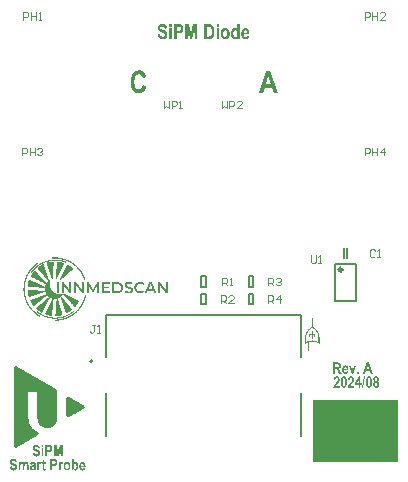
<source format=gto>
G04*
G04 #@! TF.GenerationSoftware,Altium Limited,Altium Designer,24.5.1 (21)*
G04*
G04 Layer_Color=65535*
%FSLAX25Y25*%
%MOIN*%
G70*
G04*
G04 #@! TF.SameCoordinates,40B6127D-9DCA-48F2-A9B9-7EA9BB6FB6DE*
G04*
G04*
G04 #@! TF.FilePolarity,Positive*
G04*
G01*
G75*
%ADD10C,0.01181*%
%ADD11C,0.00787*%
%ADD12C,0.00800*%
%ADD13C,0.01000*%
%ADD14C,0.00500*%
%ADD15C,0.00472*%
G36*
X20016Y78878D02*
X20489D01*
Y78838D01*
X20805D01*
Y78799D01*
X21081D01*
Y78759D01*
X21318D01*
Y78720D01*
X21555D01*
Y78680D01*
X21712D01*
Y78641D01*
X21870D01*
Y78601D01*
X22028D01*
Y78562D01*
X22186D01*
Y78522D01*
X22344D01*
Y78483D01*
X22462D01*
Y78443D01*
X22580D01*
Y78404D01*
X22738D01*
Y78365D01*
X22817D01*
Y78325D01*
X22936D01*
Y78286D01*
X23054D01*
Y78246D01*
X23172D01*
Y78207D01*
X23291D01*
Y78167D01*
X23370D01*
Y78128D01*
X23449D01*
Y78088D01*
X23567D01*
Y78049D01*
X23646D01*
Y78009D01*
X23725D01*
Y77970D01*
X23843D01*
Y77931D01*
X23922D01*
Y77891D01*
X24001D01*
Y77852D01*
X24080D01*
Y77812D01*
X24159D01*
Y77773D01*
X24238D01*
Y77733D01*
X24317D01*
Y77694D01*
X24396D01*
Y77654D01*
X24474D01*
Y77615D01*
X24553D01*
Y77575D01*
X24593D01*
Y77536D01*
X24672D01*
Y77497D01*
X24751D01*
Y77457D01*
X24829D01*
Y77418D01*
X24869D01*
Y77378D01*
X24948D01*
Y77339D01*
X24987D01*
Y77299D01*
X25066D01*
Y77260D01*
X25145D01*
Y77220D01*
X25185D01*
Y77181D01*
X25264D01*
Y77141D01*
X25303D01*
Y77102D01*
X25382D01*
Y77062D01*
X25421D01*
Y77023D01*
X25500D01*
Y76984D01*
X25540D01*
Y76944D01*
X25579D01*
Y76905D01*
X25658D01*
Y76865D01*
X25697D01*
Y76826D01*
X25776D01*
Y76786D01*
X25816D01*
Y76747D01*
X25855D01*
Y76707D01*
X25895D01*
Y76668D01*
X25974D01*
Y76629D01*
X26013D01*
Y76589D01*
X26053D01*
Y76550D01*
X26092D01*
Y76510D01*
X26171D01*
Y76471D01*
X26210D01*
Y76431D01*
X26250D01*
Y76392D01*
X26289D01*
Y76352D01*
X26329D01*
Y76313D01*
X26408D01*
Y76273D01*
X26447D01*
Y76234D01*
X26487D01*
Y76195D01*
X26526D01*
Y76155D01*
X26566D01*
Y76116D01*
X26605D01*
Y76076D01*
X26645D01*
Y76037D01*
X26684D01*
Y75997D01*
X26723D01*
Y75958D01*
X26763D01*
Y75918D01*
X26802D01*
Y75879D01*
X26842D01*
Y75839D01*
X26881D01*
Y75800D01*
X26921D01*
Y75761D01*
X26960D01*
Y75721D01*
X27000D01*
Y75682D01*
X27039D01*
Y75642D01*
X27079D01*
Y75603D01*
X27118D01*
Y75563D01*
X27157D01*
Y75524D01*
X27197D01*
Y75484D01*
X27236D01*
Y75445D01*
X27276D01*
Y75405D01*
X27315D01*
Y75366D01*
X27355D01*
Y75327D01*
X27394D01*
Y75248D01*
X27434D01*
Y75208D01*
X27473D01*
Y75169D01*
X27512D01*
Y75129D01*
X27552D01*
Y75090D01*
X27591D01*
Y75011D01*
X27631D01*
Y74971D01*
X27670D01*
Y74932D01*
X27710D01*
Y74892D01*
X27749D01*
Y74813D01*
X27789D01*
Y74774D01*
X27828D01*
Y74735D01*
X27868D01*
Y74656D01*
X27907D01*
Y74616D01*
X27947D01*
Y74577D01*
X27986D01*
Y74498D01*
X28025D01*
Y74458D01*
X28065D01*
Y74419D01*
X28104D01*
Y74340D01*
X28144D01*
Y74301D01*
X28183D01*
Y74222D01*
X28223D01*
Y74182D01*
X28262D01*
Y74103D01*
X28302D01*
Y74064D01*
X28341D01*
Y73985D01*
X28381D01*
Y73906D01*
X28420D01*
Y73867D01*
X28460D01*
Y73788D01*
X28499D01*
Y73748D01*
X28538D01*
Y73669D01*
X28578D01*
Y73590D01*
X28617D01*
Y73511D01*
X28657D01*
Y73472D01*
X28696D01*
Y73393D01*
X28736D01*
Y73314D01*
X28775D01*
Y73235D01*
X28815D01*
Y73156D01*
X28854D01*
Y73077D01*
X28894D01*
Y72998D01*
X28933D01*
Y72920D01*
X28972D01*
Y72841D01*
X29012D01*
Y72762D01*
X29051D01*
Y72643D01*
X29091D01*
Y72565D01*
X29130D01*
Y72486D01*
X29170D01*
Y72367D01*
X29209D01*
Y72288D01*
X29249D01*
Y72209D01*
X29288D01*
Y72091D01*
X29327D01*
Y71973D01*
X29367D01*
Y71854D01*
X29406D01*
Y71736D01*
X29446D01*
Y71618D01*
X29485D01*
Y71539D01*
X29525D01*
Y71381D01*
X29367D01*
Y71341D01*
X29249D01*
Y71302D01*
X29130D01*
Y71381D01*
X29091D01*
Y71499D01*
X29051D01*
Y71618D01*
X29012D01*
Y71736D01*
X28972D01*
Y71854D01*
X28933D01*
Y71933D01*
X28894D01*
Y72052D01*
X28854D01*
Y72170D01*
X28815D01*
Y72249D01*
X28775D01*
Y72328D01*
X28736D01*
Y72446D01*
X28696D01*
Y72525D01*
X28657D01*
Y72604D01*
X28617D01*
Y72683D01*
X28578D01*
Y72762D01*
X28538D01*
Y72841D01*
X28499D01*
Y72920D01*
X28460D01*
Y72998D01*
X28420D01*
Y73077D01*
X28381D01*
Y73156D01*
X28341D01*
Y73235D01*
X28302D01*
Y73314D01*
X28262D01*
Y73354D01*
X28223D01*
Y73432D01*
X28183D01*
Y73511D01*
X28144D01*
Y73590D01*
X28104D01*
Y73630D01*
X28065D01*
Y73709D01*
X28025D01*
Y73748D01*
X27986D01*
Y73827D01*
X27947D01*
Y73906D01*
X27907D01*
Y73945D01*
X27868D01*
Y74024D01*
X27828D01*
Y74064D01*
X27789D01*
Y74103D01*
X27749D01*
Y74182D01*
X27710D01*
Y74222D01*
X27670D01*
Y74301D01*
X27631D01*
Y74340D01*
X27591D01*
Y74379D01*
X27552D01*
Y74458D01*
X27512D01*
Y74498D01*
X27473D01*
Y74537D01*
X27434D01*
Y74616D01*
X27394D01*
Y74656D01*
X27355D01*
Y74695D01*
X27315D01*
Y74735D01*
X27276D01*
Y74813D01*
X27236D01*
Y74853D01*
X27197D01*
Y74892D01*
X27157D01*
Y74932D01*
X27118D01*
Y74971D01*
X27079D01*
Y75011D01*
X27039D01*
Y75090D01*
X27000D01*
Y75129D01*
X26960D01*
Y75169D01*
X26921D01*
Y75208D01*
X26881D01*
Y75248D01*
X26842D01*
Y75287D01*
X26802D01*
Y75327D01*
X26763D01*
Y75366D01*
X26723D01*
Y75405D01*
X26684D01*
Y75445D01*
X26645D01*
Y75484D01*
X26605D01*
Y75524D01*
X26566D01*
Y75563D01*
X26526D01*
Y75603D01*
X26487D01*
Y75642D01*
X26447D01*
Y75682D01*
X26408D01*
Y75721D01*
X26368D01*
Y75761D01*
X26329D01*
Y75800D01*
X26289D01*
Y75839D01*
X26250D01*
Y75879D01*
X26210D01*
Y75918D01*
X26171D01*
Y75958D01*
X26092D01*
Y75997D01*
X26053D01*
Y76037D01*
X26013D01*
Y76076D01*
X25974D01*
Y76116D01*
X25934D01*
Y76155D01*
X25895D01*
Y76195D01*
X25816D01*
Y76234D01*
X25776D01*
Y76273D01*
X25737D01*
Y76313D01*
X25697D01*
Y76352D01*
X25619D01*
Y76392D01*
X25579D01*
Y76431D01*
X25540D01*
Y76471D01*
X25461D01*
Y76510D01*
X25421D01*
Y76550D01*
X25382D01*
Y76589D01*
X25303D01*
Y76629D01*
X25264D01*
Y76668D01*
X25185D01*
Y76707D01*
X25145D01*
Y76747D01*
X25066D01*
Y76786D01*
X25027D01*
Y76826D01*
X24948D01*
Y76865D01*
X24908D01*
Y76905D01*
X24829D01*
Y76944D01*
X24790D01*
Y76984D01*
X24711D01*
Y77023D01*
X24632D01*
Y77062D01*
X24593D01*
Y77102D01*
X24514D01*
Y77141D01*
X24435D01*
Y77181D01*
X24396D01*
Y77220D01*
X24317D01*
Y77260D01*
X24238D01*
Y77299D01*
X24159D01*
Y77339D01*
X24080D01*
Y77378D01*
X24001D01*
Y77418D01*
X23922D01*
Y77457D01*
X23843D01*
Y77497D01*
X23764D01*
Y77536D01*
X23685D01*
Y77575D01*
X23606D01*
Y77615D01*
X23527D01*
Y77654D01*
X23409D01*
Y77694D01*
X23330D01*
Y77733D01*
X23212D01*
Y77773D01*
X23133D01*
Y77812D01*
X23015D01*
Y77852D01*
X22936D01*
Y77891D01*
X22817D01*
Y77931D01*
X22699D01*
Y77970D01*
X22580D01*
Y78009D01*
X22462D01*
Y78049D01*
X22344D01*
Y78088D01*
X22186D01*
Y78128D01*
X22068D01*
Y78167D01*
X21910D01*
Y78207D01*
X21752D01*
Y78246D01*
X21555D01*
Y78286D01*
X21357D01*
Y78325D01*
X21160D01*
Y78365D01*
X20923D01*
Y78404D01*
X20608D01*
Y78443D01*
X20213D01*
Y78483D01*
X18635D01*
Y78443D01*
X18319D01*
Y78562D01*
X18280D01*
Y78838D01*
X18359D01*
Y78878D01*
X18872D01*
Y78917D01*
X19937D01*
Y78878D01*
X19976D01*
Y78917D01*
X20016D01*
Y78878D01*
D02*
G37*
G36*
X18990Y77378D02*
X19029D01*
Y77339D01*
X18990D01*
Y77378D01*
X18950D01*
Y77299D01*
X18990D01*
Y77260D01*
X18950D01*
Y76826D01*
X18911D01*
Y76786D01*
X18950D01*
Y76707D01*
X18911D01*
Y76155D01*
X18872D01*
Y76116D01*
X18911D01*
Y75997D01*
X18872D01*
Y75800D01*
X18911D01*
Y75761D01*
X18872D01*
Y75721D01*
X18911D01*
Y75682D01*
X18872D01*
Y75524D01*
X18832D01*
Y75484D01*
X18872D01*
Y75445D01*
X18832D01*
Y75405D01*
X18872D01*
Y75327D01*
X18832D01*
Y75248D01*
X18872D01*
Y75169D01*
X18832D01*
Y75090D01*
Y75050D01*
Y74813D01*
X18793D01*
Y74774D01*
X18832D01*
Y74735D01*
X18793D01*
Y74577D01*
X18832D01*
Y74458D01*
X18793D01*
Y74222D01*
X18832D01*
Y74182D01*
X18793D01*
Y74064D01*
X18753D01*
Y73906D01*
X18793D01*
Y73788D01*
X18753D01*
Y73669D01*
X18793D01*
Y73630D01*
X18753D01*
Y73590D01*
X18714D01*
Y73551D01*
X18793D01*
Y73511D01*
X18753D01*
Y73314D01*
X18714D01*
Y73156D01*
X18753D01*
Y73077D01*
X18714D01*
Y72959D01*
X18753D01*
Y72920D01*
X18714D01*
Y72446D01*
X18674D01*
Y72091D01*
X18635D01*
Y72052D01*
X18674D01*
Y72012D01*
X18635D01*
Y71973D01*
X18674D01*
Y71894D01*
X18635D01*
Y71815D01*
X18517D01*
Y71775D01*
X18398D01*
Y71736D01*
X18280D01*
Y71854D01*
X18240D01*
Y71973D01*
X18201D01*
Y72091D01*
X18161D01*
Y72209D01*
X18122D01*
Y72328D01*
X18082D01*
Y72446D01*
X18043D01*
Y72565D01*
X18003D01*
Y72722D01*
X17964D01*
Y72841D01*
X17925D01*
Y72959D01*
X17885D01*
Y73077D01*
X17846D01*
Y73196D01*
X17806D01*
Y73314D01*
X17767D01*
Y73432D01*
X17727D01*
Y73551D01*
X17688D01*
Y73669D01*
X17648D01*
Y73788D01*
X17609D01*
Y73945D01*
X17570D01*
Y74064D01*
X17530D01*
Y74182D01*
X17491D01*
Y74301D01*
X17451D01*
Y74419D01*
X17412D01*
Y74537D01*
X17372D01*
Y74695D01*
X17333D01*
Y74813D01*
X17293D01*
Y74932D01*
X17254D01*
Y75050D01*
X17214D01*
Y75169D01*
X17175D01*
Y75287D01*
X17135D01*
Y75405D01*
X17096D01*
Y75524D01*
X17057D01*
Y75682D01*
X17017D01*
Y75800D01*
X16978D01*
Y75918D01*
X16938D01*
Y76037D01*
X16899D01*
Y76155D01*
X16859D01*
Y76273D01*
X16820D01*
Y76392D01*
X16780D01*
Y76510D01*
X16741D01*
Y76668D01*
X16702D01*
Y76786D01*
X16662D01*
Y76905D01*
X16623D01*
Y77023D01*
X16583D01*
Y77141D01*
X16662D01*
Y77181D01*
X16780D01*
Y77220D01*
X16938D01*
Y77260D01*
X17096D01*
Y77299D01*
X17254D01*
Y77339D01*
X17451D01*
Y77378D01*
X17648D01*
Y77418D01*
X17885D01*
Y77457D01*
X18161D01*
Y77497D01*
X18635D01*
Y77536D01*
X18990D01*
Y77378D01*
D02*
G37*
G36*
X19818Y78167D02*
X20371D01*
Y78128D01*
X20726D01*
Y78088D01*
X21002D01*
Y78049D01*
X21239D01*
Y78009D01*
X21436D01*
Y77970D01*
X21594D01*
Y77931D01*
X21791D01*
Y77891D01*
X21949D01*
Y77852D01*
X22068D01*
Y77812D01*
X22225D01*
Y77773D01*
X22344D01*
Y77733D01*
X22462D01*
Y77694D01*
X22580D01*
Y77654D01*
X22699D01*
Y77615D01*
X22817D01*
Y77575D01*
X22936D01*
Y77536D01*
X23015D01*
Y77497D01*
X23133D01*
Y77457D01*
X23172D01*
Y77418D01*
X23133D01*
Y77299D01*
X23093D01*
Y77220D01*
X23054D01*
Y77102D01*
X22975D01*
Y77141D01*
X22857D01*
Y77181D01*
X22778D01*
Y77220D01*
X22659D01*
Y77260D01*
X22541D01*
Y77299D01*
X22423D01*
Y77339D01*
X22304D01*
Y77378D01*
X22186D01*
Y77418D01*
X22068D01*
Y77457D01*
X21910D01*
Y77497D01*
X21752D01*
Y77536D01*
X21594D01*
Y77575D01*
X21436D01*
Y77615D01*
X21239D01*
Y77654D01*
X21002D01*
Y77694D01*
X20765D01*
Y77733D01*
X20450D01*
Y77773D01*
X19976D01*
Y77812D01*
X18872D01*
Y77773D01*
X18398D01*
Y77733D01*
X18082D01*
Y77694D01*
X17846D01*
Y77654D01*
X17609D01*
Y77615D01*
X17412D01*
Y77575D01*
X17254D01*
Y77536D01*
X17096D01*
Y77497D01*
X16938D01*
Y77457D01*
X16780D01*
Y77418D01*
X16662D01*
Y77378D01*
X16544D01*
Y77339D01*
X16425D01*
Y77299D01*
X16307D01*
Y77260D01*
X16188D01*
Y77220D01*
X16070D01*
Y77181D01*
X15991D01*
Y77141D01*
X15873D01*
Y77102D01*
X15794D01*
Y77062D01*
X15676D01*
Y77023D01*
X15597D01*
Y76984D01*
X15518D01*
Y76944D01*
X15439D01*
Y76905D01*
X15360D01*
Y76865D01*
X15242D01*
Y76826D01*
X15163D01*
Y76786D01*
X15123D01*
Y76747D01*
X15044D01*
Y76707D01*
X14965D01*
Y76668D01*
X14886D01*
Y76629D01*
X14808D01*
Y76589D01*
X14729D01*
Y76550D01*
X14689D01*
Y76510D01*
X14610D01*
Y76471D01*
X14531D01*
Y76431D01*
X14492D01*
Y76392D01*
X14413D01*
Y76352D01*
X14334D01*
Y76313D01*
X14295D01*
Y76273D01*
X14216D01*
Y76234D01*
X14176D01*
Y76195D01*
X14097D01*
Y76155D01*
X14058D01*
Y76116D01*
X13979D01*
Y76076D01*
X13939D01*
Y76037D01*
X13900D01*
Y75997D01*
X13821D01*
Y75958D01*
X13782D01*
Y75918D01*
X13742D01*
Y75879D01*
X13663D01*
Y75839D01*
X13624D01*
Y75800D01*
X13584D01*
Y75761D01*
X13506D01*
Y75721D01*
X13466D01*
Y75682D01*
X13427D01*
Y75642D01*
X13387D01*
Y75603D01*
X13348D01*
Y75563D01*
X13269D01*
Y75524D01*
X13229D01*
Y75484D01*
X13190D01*
Y75445D01*
X13150D01*
Y75405D01*
X13111D01*
Y75366D01*
X13071D01*
Y75327D01*
X13032D01*
Y75287D01*
X12993D01*
Y75248D01*
X12914D01*
Y75208D01*
X12874D01*
Y75169D01*
X12835D01*
Y75129D01*
X12795D01*
Y75090D01*
X12756D01*
Y75050D01*
X12716D01*
Y75011D01*
X12677D01*
Y74971D01*
X12637D01*
Y74932D01*
X12598D01*
Y74892D01*
X12559D01*
Y74853D01*
X12519D01*
Y74774D01*
X12480D01*
Y74735D01*
X12440D01*
Y74695D01*
X12401D01*
Y74656D01*
X12361D01*
Y74616D01*
X12322D01*
Y74577D01*
X12282D01*
Y74537D01*
X12243D01*
Y74498D01*
X12203D01*
Y74419D01*
X12164D01*
Y74379D01*
X12124D01*
Y74340D01*
X12085D01*
Y74301D01*
X12046D01*
Y74261D01*
X12006D01*
Y74182D01*
X11967D01*
Y74143D01*
X11927D01*
Y74103D01*
X11888D01*
Y74024D01*
X11848D01*
Y73985D01*
X11809D01*
Y73945D01*
X11769D01*
Y73867D01*
X11730D01*
Y73827D01*
X11690D01*
Y73788D01*
X11651D01*
Y73709D01*
X11612D01*
Y73669D01*
X11572D01*
Y73590D01*
X11533D01*
Y73551D01*
X11493D01*
Y73511D01*
X11414D01*
Y73551D01*
X11335D01*
Y73590D01*
X11296D01*
Y73630D01*
X11217D01*
Y73669D01*
X11178D01*
Y73788D01*
X11217D01*
Y73827D01*
X11257D01*
Y73906D01*
X11296D01*
Y73945D01*
X11335D01*
Y73985D01*
X11375D01*
Y74064D01*
X11414D01*
Y74103D01*
X11454D01*
Y74182D01*
X11493D01*
Y74222D01*
X11533D01*
Y74261D01*
X11572D01*
Y74340D01*
X11612D01*
Y74379D01*
X11651D01*
Y74419D01*
X11690D01*
Y74498D01*
X11730D01*
Y74537D01*
X11769D01*
Y74577D01*
X11809D01*
Y74616D01*
X11848D01*
Y74656D01*
X11888D01*
Y74735D01*
X11927D01*
Y74774D01*
X11967D01*
Y74813D01*
X12006D01*
Y74853D01*
X12046D01*
Y74892D01*
X12085D01*
Y74932D01*
X12124D01*
Y74971D01*
X12164D01*
Y75050D01*
X12203D01*
Y75090D01*
X12243D01*
Y75129D01*
X12282D01*
Y75169D01*
X12322D01*
Y75208D01*
X12361D01*
Y75248D01*
X12401D01*
Y75287D01*
X12440D01*
Y75327D01*
X12480D01*
Y75366D01*
X12519D01*
Y75405D01*
X12559D01*
Y75445D01*
X12598D01*
Y75484D01*
X12637D01*
Y75524D01*
X12677D01*
Y75563D01*
X12716D01*
Y75603D01*
X12795D01*
Y75642D01*
X12835D01*
Y75682D01*
X12874D01*
Y75721D01*
X12914D01*
Y75761D01*
X12953D01*
Y75800D01*
X12993D01*
Y75839D01*
X13032D01*
Y75879D01*
X13111D01*
Y75918D01*
X13150D01*
Y75958D01*
X13190D01*
Y75997D01*
X13229D01*
Y76037D01*
X13269D01*
Y76076D01*
X13348D01*
Y76116D01*
X13387D01*
Y76155D01*
X13427D01*
Y76195D01*
X13506D01*
Y76234D01*
X13545D01*
Y76273D01*
X13584D01*
Y76313D01*
X13663D01*
Y76352D01*
X13703D01*
Y76392D01*
X13782D01*
Y76431D01*
X13821D01*
Y76471D01*
X13900D01*
Y76510D01*
X13939D01*
Y76550D01*
X14018D01*
Y76589D01*
X14058D01*
Y76629D01*
X14137D01*
Y76668D01*
X14176D01*
Y76707D01*
X14255D01*
Y76747D01*
X14295D01*
Y76786D01*
X14374D01*
Y76826D01*
X14452D01*
Y76865D01*
X14531D01*
Y76905D01*
X14571D01*
Y76944D01*
X14650D01*
Y76984D01*
X14729D01*
Y77023D01*
X14808D01*
Y77062D01*
X14886D01*
Y77102D01*
X14965D01*
Y77141D01*
X15005D01*
Y77181D01*
X15123D01*
Y77220D01*
X15202D01*
Y77260D01*
X15281D01*
Y77299D01*
X15360D01*
Y77339D01*
X15439D01*
Y77378D01*
X15557D01*
Y77418D01*
X15636D01*
Y77457D01*
X15715D01*
Y77497D01*
X15833D01*
Y77536D01*
X15952D01*
Y77575D01*
X16031D01*
Y77615D01*
X16149D01*
Y77654D01*
X16267D01*
Y77694D01*
X16386D01*
Y77733D01*
X16504D01*
Y77773D01*
X16623D01*
Y77812D01*
X16780D01*
Y77852D01*
X16938D01*
Y77891D01*
X17057D01*
Y77931D01*
X17254D01*
Y77970D01*
X17412D01*
Y78009D01*
X17609D01*
Y78049D01*
X17846D01*
Y78088D01*
X18122D01*
Y78128D01*
X18438D01*
Y78167D01*
X19029D01*
Y78207D01*
X19818D01*
Y78167D01*
D02*
G37*
G36*
X18832Y73669D02*
X18793D01*
Y73709D01*
X18832D01*
Y73669D01*
D02*
G37*
G36*
X14689Y72367D02*
X14650D01*
Y72407D01*
X14689D01*
Y72367D01*
D02*
G37*
G36*
X20174Y77497D02*
X20529D01*
Y77457D01*
X20765D01*
Y77418D01*
X21002D01*
Y77378D01*
X21200D01*
Y77339D01*
X21357D01*
Y77299D01*
X21515D01*
Y77260D01*
X21673D01*
Y77220D01*
X21831D01*
Y77181D01*
X21949D01*
Y77141D01*
X22068D01*
Y77102D01*
X22186D01*
Y77062D01*
X22304D01*
Y77023D01*
X22383D01*
Y76984D01*
X22423D01*
Y76865D01*
X22344D01*
Y76826D01*
X22304D01*
Y76786D01*
X22344D01*
Y76747D01*
X22304D01*
Y76629D01*
X22265D01*
Y76550D01*
X22225D01*
Y76510D01*
X22186D01*
Y76392D01*
X22147D01*
Y76313D01*
X22107D01*
Y76195D01*
X22068D01*
Y76155D01*
X22028D01*
Y76076D01*
X21989D01*
Y75958D01*
X21910D01*
Y75918D01*
X21949D01*
Y75879D01*
X21910D01*
Y75800D01*
X21870D01*
Y75761D01*
X21831D01*
Y75721D01*
X21870D01*
Y75642D01*
X21791D01*
Y75563D01*
X21752D01*
Y75484D01*
X21712D01*
Y75405D01*
X21673D01*
Y75366D01*
X21633D01*
Y75208D01*
X21594D01*
Y75169D01*
X21555D01*
Y75129D01*
X21594D01*
Y75090D01*
X21555D01*
Y75050D01*
X21476D01*
Y74932D01*
X21436D01*
Y74853D01*
X21397D01*
Y74735D01*
X21357D01*
Y74656D01*
X21318D01*
Y74577D01*
X21278D01*
Y74498D01*
X21239D01*
Y74419D01*
X21200D01*
Y74340D01*
X21160D01*
Y74261D01*
X21121D01*
Y74143D01*
X21081D01*
Y74103D01*
X21042D01*
Y74024D01*
Y73985D01*
X21002D01*
Y73906D01*
X20963D01*
Y73827D01*
X20923D01*
Y73788D01*
X20884D01*
Y73669D01*
X20844D01*
Y73551D01*
X20805D01*
Y73511D01*
X20765D01*
Y73432D01*
X20687D01*
Y73393D01*
X20726D01*
Y73314D01*
X20687D01*
Y73275D01*
X20647D01*
Y73156D01*
X20608D01*
Y73038D01*
X20568D01*
Y72998D01*
X20529D01*
Y72880D01*
X20450D01*
Y72762D01*
X20410D01*
Y72683D01*
X20371D01*
Y72565D01*
X20332D01*
Y72525D01*
X20292D01*
Y72446D01*
X20253D01*
Y72367D01*
X20213D01*
Y72249D01*
X20174D01*
Y72170D01*
X20134D01*
Y72091D01*
X20095D01*
Y72012D01*
X20055D01*
Y71933D01*
X20016D01*
Y71894D01*
X20055D01*
Y71854D01*
X19740D01*
Y71894D01*
X19621D01*
Y72170D01*
X19661D01*
Y72643D01*
X19700D01*
Y73156D01*
X19740D01*
Y73669D01*
X19779D01*
Y74182D01*
X19818D01*
Y74656D01*
X19858D01*
Y75169D01*
X19897D01*
Y75682D01*
X19937D01*
Y76155D01*
X19976D01*
Y76629D01*
X20016D01*
Y77141D01*
X20055D01*
Y77536D01*
X20174D01*
Y77497D01*
D02*
G37*
G36*
X18714Y71815D02*
X18674D01*
Y71854D01*
X18714D01*
Y71815D01*
D02*
G37*
G36*
X21673Y71578D02*
X21633D01*
Y71618D01*
X21673D01*
Y71578D01*
D02*
G37*
G36*
X23606Y76471D02*
X23685D01*
Y76431D01*
X23764D01*
Y76392D01*
X23804D01*
Y76352D01*
X23883D01*
Y76313D01*
X23961D01*
Y76273D01*
X24001D01*
Y76234D01*
X24080D01*
Y76195D01*
X24159D01*
Y76155D01*
X24198D01*
Y76116D01*
X24277D01*
Y76076D01*
X24317D01*
Y76037D01*
X24396D01*
Y75997D01*
X24435D01*
Y75958D01*
X24514D01*
Y75918D01*
X24553D01*
Y75879D01*
X24593D01*
Y75839D01*
X24672D01*
Y75800D01*
X24711D01*
Y75761D01*
X24790D01*
Y75721D01*
X24829D01*
Y75682D01*
X24869D01*
Y75642D01*
X24908D01*
Y75603D01*
X24987D01*
Y75563D01*
X25027D01*
Y75524D01*
X25066D01*
Y75484D01*
X25106D01*
Y75445D01*
X25185D01*
Y75366D01*
X25264D01*
Y75327D01*
X25303D01*
Y75287D01*
X25342D01*
Y75248D01*
X25382D01*
Y75208D01*
X25421D01*
Y75169D01*
X25461D01*
Y75090D01*
X25500D01*
Y75050D01*
X25421D01*
Y75011D01*
X25382D01*
Y74971D01*
X25342D01*
Y74932D01*
X25303D01*
Y74892D01*
X25224D01*
Y74853D01*
X25185D01*
Y74813D01*
X25145D01*
Y74774D01*
X25106D01*
Y74735D01*
X25066D01*
Y74695D01*
X25027D01*
Y74616D01*
X24948D01*
Y74577D01*
X24908D01*
Y74537D01*
X24869D01*
Y74498D01*
X24790D01*
Y74458D01*
X24751D01*
Y74419D01*
X24711D01*
Y74379D01*
X24672D01*
Y74340D01*
X24632D01*
Y74301D01*
X24593D01*
Y74261D01*
X24514D01*
Y74222D01*
X24474D01*
Y74182D01*
X24435D01*
Y74143D01*
X24396D01*
Y74103D01*
X24317D01*
Y74024D01*
X24238D01*
Y73985D01*
X24198D01*
Y73906D01*
X24159D01*
Y73867D01*
X24040D01*
Y73827D01*
X24080D01*
Y73788D01*
X24040D01*
Y73748D01*
X23961D01*
Y73709D01*
X23922D01*
Y73669D01*
X23883D01*
Y73630D01*
X23804D01*
Y73590D01*
X23764D01*
Y73551D01*
X23725D01*
Y73511D01*
X23685D01*
Y73472D01*
X23646D01*
Y73432D01*
X23606D01*
Y73393D01*
X23567D01*
Y73354D01*
X23527D01*
Y73314D01*
X23488D01*
Y73275D01*
X23449D01*
Y73235D01*
X23370D01*
Y73196D01*
X23330D01*
Y73156D01*
X23291D01*
Y73117D01*
X23251D01*
Y73077D01*
X23212D01*
Y73038D01*
X23172D01*
Y72998D01*
X23093D01*
Y72920D01*
X23054D01*
Y72880D01*
X23015D01*
Y72841D01*
X22936D01*
Y72801D01*
X22857D01*
Y72683D01*
X22738D01*
Y72643D01*
X22699D01*
Y72604D01*
X22659D01*
Y72565D01*
X22620D01*
Y72486D01*
X22541D01*
Y72446D01*
X22462D01*
Y72407D01*
X22502D01*
Y72367D01*
X22423D01*
Y72328D01*
X22344D01*
Y72288D01*
X22304D01*
Y72249D01*
X22265D01*
Y72209D01*
X22225D01*
Y72170D01*
X22186D01*
Y72131D01*
X22107D01*
Y72052D01*
X22068D01*
Y72012D01*
X22028D01*
Y71973D01*
X21989D01*
Y71933D01*
X21910D01*
Y71894D01*
X21870D01*
Y71854D01*
X21831D01*
Y71815D01*
X21791D01*
Y71775D01*
X21712D01*
Y71697D01*
X21673D01*
Y71657D01*
X21594D01*
Y71578D01*
X21515D01*
Y71499D01*
X21436D01*
Y71420D01*
X21397D01*
Y71460D01*
X21357D01*
Y71381D01*
X21278D01*
Y71341D01*
X21200D01*
Y71381D01*
X21121D01*
Y71420D01*
X21081D01*
Y71460D01*
X21002D01*
Y71499D01*
X20923D01*
Y71539D01*
X20963D01*
Y71618D01*
X21002D01*
Y71697D01*
X21042D01*
Y71775D01*
X21081D01*
Y71854D01*
X21121D01*
Y71933D01*
X21160D01*
Y72012D01*
X21200D01*
Y72091D01*
X21239D01*
Y72170D01*
X21278D01*
Y72249D01*
X21318D01*
Y72328D01*
X21357D01*
Y72367D01*
X21397D01*
Y72446D01*
X21436D01*
Y72525D01*
X21476D01*
Y72604D01*
X21515D01*
Y72683D01*
X21555D01*
Y72762D01*
X21594D01*
Y72841D01*
X21633D01*
Y72920D01*
X21673D01*
Y72998D01*
X21712D01*
Y73077D01*
X21752D01*
Y73156D01*
X21791D01*
Y73235D01*
X21831D01*
Y73314D01*
X21870D01*
Y73393D01*
X21910D01*
Y73472D01*
X21949D01*
Y73511D01*
X21989D01*
Y73590D01*
X22028D01*
Y73669D01*
X22068D01*
Y73748D01*
X22107D01*
Y73827D01*
X22147D01*
Y73906D01*
X22186D01*
Y73985D01*
X22225D01*
Y74064D01*
X22265D01*
Y74143D01*
X22304D01*
Y74222D01*
X22344D01*
Y74301D01*
X22383D01*
Y74379D01*
X22423D01*
Y74458D01*
X22462D01*
Y74537D01*
X22502D01*
Y74577D01*
X22541D01*
Y74656D01*
X22580D01*
Y74735D01*
X22620D01*
Y74853D01*
X22659D01*
Y74932D01*
X22699D01*
Y74971D01*
X22738D01*
Y75050D01*
X22778D01*
Y75129D01*
X22817D01*
Y75208D01*
X22857D01*
Y75287D01*
X22896D01*
Y75366D01*
X22936D01*
Y75445D01*
X22975D01*
Y75524D01*
X23015D01*
Y75603D01*
X23054D01*
Y75682D01*
X23093D01*
Y75761D01*
X23133D01*
Y75800D01*
Y75839D01*
X23172D01*
Y75918D01*
X23212D01*
Y75997D01*
X23251D01*
Y76037D01*
X23291D01*
Y76116D01*
X23330D01*
Y76195D01*
X23370D01*
Y76273D01*
X23409D01*
Y76352D01*
X23449D01*
Y76431D01*
X23488D01*
Y76510D01*
X23606D01*
Y76471D01*
D02*
G37*
G36*
X15518Y76589D02*
X15557D01*
Y76510D01*
X15597D01*
Y76313D01*
X15676D01*
Y76273D01*
X15636D01*
Y76195D01*
X15676D01*
Y76155D01*
X15715D01*
Y75997D01*
X15755D01*
Y75918D01*
X15794D01*
Y75839D01*
X15833D01*
Y75721D01*
X15873D01*
Y75563D01*
X15912D01*
Y75484D01*
X15952D01*
Y75327D01*
X16031D01*
Y75169D01*
X15991D01*
Y75129D01*
X16070D01*
Y75050D01*
X16110D01*
Y74932D01*
X16149D01*
Y74774D01*
X16188D01*
Y74735D01*
X16228D01*
Y74656D01*
X16188D01*
Y74616D01*
X16228D01*
Y74577D01*
X16267D01*
Y74498D01*
X16307D01*
Y74379D01*
X16346D01*
Y74261D01*
X16386D01*
Y74182D01*
X16425D01*
Y74024D01*
X16465D01*
Y73945D01*
X16504D01*
Y73827D01*
X16544D01*
Y73788D01*
X16504D01*
Y73748D01*
X16544D01*
Y73709D01*
X16583D01*
Y73590D01*
X16623D01*
Y73432D01*
X16662D01*
Y73354D01*
X16702D01*
Y73235D01*
X16741D01*
Y73077D01*
X16780D01*
Y73038D01*
X16820D01*
Y72920D01*
X16859D01*
Y72801D01*
X16899D01*
Y72683D01*
X16938D01*
Y72525D01*
X16978D01*
Y72446D01*
X17017D01*
Y72367D01*
X17057D01*
Y72288D01*
X17096D01*
Y72209D01*
X17135D01*
Y72091D01*
X17175D01*
Y72052D01*
X17135D01*
Y72012D01*
X17175D01*
Y71894D01*
X17214D01*
Y71854D01*
X17254D01*
Y71815D01*
X17214D01*
Y71775D01*
X17254D01*
Y71657D01*
X17293D01*
Y71578D01*
X17333D01*
Y71539D01*
X17293D01*
Y71499D01*
X17333D01*
Y71460D01*
X17372D01*
Y71381D01*
X17412D01*
Y71302D01*
X17451D01*
Y71341D01*
X17530D01*
Y71381D01*
X17609D01*
Y71420D01*
X17688D01*
Y71460D01*
X17767D01*
Y71499D01*
X17846D01*
Y71539D01*
X17925D01*
Y71578D01*
X18003D01*
Y71618D01*
X18082D01*
Y71578D01*
X18043D01*
Y71499D01*
X18003D01*
Y71381D01*
X17964D01*
Y71302D01*
X17925D01*
Y71223D01*
X17885D01*
Y71105D01*
X17846D01*
Y70986D01*
X17806D01*
Y70828D01*
X17767D01*
Y70631D01*
X17727D01*
Y70355D01*
X17688D01*
Y69684D01*
X17727D01*
Y69408D01*
X17767D01*
Y69211D01*
X17806D01*
Y69092D01*
X17846D01*
Y68935D01*
X17885D01*
Y68856D01*
X17925D01*
Y68737D01*
X17964D01*
Y68658D01*
X18003D01*
Y68579D01*
X18043D01*
Y68461D01*
X18082D01*
Y68422D01*
X18122D01*
Y68343D01*
X18161D01*
Y68264D01*
X18201D01*
Y68185D01*
X18240D01*
Y68145D01*
X18280D01*
Y68067D01*
X18319D01*
Y68027D01*
X18359D01*
Y67988D01*
X18398D01*
Y67909D01*
X18438D01*
Y67869D01*
X18477D01*
Y67830D01*
X18517D01*
Y67790D01*
X18556D01*
Y67751D01*
X18595D01*
Y67711D01*
X18635D01*
Y67672D01*
X18674D01*
Y67632D01*
X18714D01*
Y67593D01*
X18753D01*
Y67554D01*
X18793D01*
Y67514D01*
X18832D01*
Y67475D01*
X18872D01*
Y67435D01*
X18911D01*
Y67396D01*
X18950D01*
Y67356D01*
X19029D01*
Y67317D01*
X19069D01*
Y67277D01*
X19108D01*
Y67238D01*
X19187D01*
Y67198D01*
X19227D01*
Y67159D01*
X19306D01*
Y67119D01*
X19345D01*
Y67080D01*
X19424D01*
Y67041D01*
X19503D01*
Y67001D01*
X19582D01*
Y66962D01*
X19661D01*
Y66922D01*
X19740D01*
Y66883D01*
X19818D01*
Y66843D01*
X19937D01*
Y66804D01*
X20055D01*
Y66764D01*
X20174D01*
Y66725D01*
X20332D01*
Y66685D01*
X20529D01*
Y66646D01*
X20844D01*
Y66607D01*
X21318D01*
Y66646D01*
X21673D01*
Y66685D01*
X21870D01*
Y66725D01*
X22028D01*
Y66764D01*
X22147D01*
Y66804D01*
X22265D01*
Y66843D01*
X22462D01*
Y66804D01*
X22541D01*
Y66764D01*
X22620D01*
Y66725D01*
X22699D01*
Y66685D01*
X22778D01*
Y66646D01*
X22857D01*
Y66607D01*
X22936D01*
Y66567D01*
X23015D01*
Y66528D01*
X23093D01*
Y66488D01*
X23172D01*
Y66449D01*
X23251D01*
Y66409D01*
X23330D01*
Y66370D01*
X23409D01*
Y66330D01*
X23488D01*
Y66291D01*
X23567D01*
Y66251D01*
X23646D01*
Y66212D01*
X23725D01*
Y66173D01*
X23804D01*
Y66133D01*
X23883D01*
Y66094D01*
X23961D01*
Y66054D01*
X24040D01*
Y66015D01*
X24119D01*
Y65975D01*
X24198D01*
Y65936D01*
X24277D01*
Y65896D01*
X24356D01*
Y65857D01*
X24435D01*
Y65817D01*
X24514D01*
Y65778D01*
X24553D01*
Y65738D01*
X24632D01*
Y65699D01*
X24711D01*
Y65660D01*
X24790D01*
Y65620D01*
X24869D01*
Y65581D01*
X24948D01*
Y65541D01*
X25027D01*
Y65502D01*
X25106D01*
Y65462D01*
X25185D01*
Y65423D01*
X25264D01*
Y65383D01*
X25342D01*
Y65344D01*
X25421D01*
Y65304D01*
X25500D01*
Y65265D01*
X25579D01*
Y65226D01*
X25658D01*
Y65186D01*
X25737D01*
Y65147D01*
X25816D01*
Y65107D01*
X25895D01*
Y65068D01*
X25974D01*
Y65028D01*
X26053D01*
Y64989D01*
X26132D01*
Y64949D01*
X26210D01*
Y64910D01*
X26289D01*
Y64871D01*
X26368D01*
Y64831D01*
X26447D01*
Y64792D01*
X26526D01*
Y64752D01*
X26605D01*
Y64713D01*
X26684D01*
Y64673D01*
X26763D01*
Y64634D01*
X26842D01*
Y64594D01*
X26921D01*
Y64555D01*
X27000D01*
Y64515D01*
X27079D01*
Y64476D01*
X27157D01*
Y64437D01*
X27236D01*
Y64397D01*
X27276D01*
Y64358D01*
X27355D01*
Y64318D01*
X27434D01*
Y64239D01*
X27394D01*
Y64160D01*
X27355D01*
Y64121D01*
X27315D01*
Y64042D01*
X27276D01*
Y63963D01*
X27236D01*
Y63884D01*
X27197D01*
Y63845D01*
X27157D01*
Y63766D01*
X27118D01*
Y63687D01*
X27079D01*
Y63647D01*
X27039D01*
Y63568D01*
X27000D01*
Y63529D01*
X26960D01*
Y63450D01*
X26921D01*
Y63411D01*
X26881D01*
Y63332D01*
X26842D01*
Y63292D01*
X26802D01*
Y63213D01*
X26763D01*
Y63174D01*
X26723D01*
Y63095D01*
X26684D01*
Y63055D01*
X26645D01*
Y63016D01*
X26605D01*
Y62937D01*
X26566D01*
Y62898D01*
X26526D01*
Y62858D01*
X26487D01*
Y62819D01*
X26447D01*
Y62740D01*
X26408D01*
Y62700D01*
X26368D01*
Y62661D01*
X26329D01*
Y62621D01*
X26289D01*
Y62582D01*
X26250D01*
Y62543D01*
X26210D01*
Y62464D01*
X26171D01*
Y62424D01*
X26132D01*
Y62385D01*
X26092D01*
Y62345D01*
X26053D01*
Y62306D01*
X26013D01*
Y62345D01*
X25974D01*
Y62424D01*
X25895D01*
Y62503D01*
X25816D01*
Y62543D01*
X25776D01*
Y62621D01*
X25737D01*
Y62661D01*
X25697D01*
Y62700D01*
X25658D01*
Y62740D01*
X25619D01*
Y62819D01*
X25579D01*
Y62858D01*
X25540D01*
Y62898D01*
X25461D01*
Y62937D01*
X25421D01*
Y63016D01*
X25382D01*
Y63055D01*
X25303D01*
Y63174D01*
X25224D01*
Y63213D01*
X25185D01*
Y63253D01*
X25145D01*
Y63332D01*
X25106D01*
Y63292D01*
X25066D01*
Y63371D01*
X25027D01*
Y63411D01*
X24987D01*
Y63490D01*
X24948D01*
Y63529D01*
X24869D01*
Y63608D01*
X24829D01*
Y63647D01*
X24751D01*
Y63726D01*
X24711D01*
Y63805D01*
X24632D01*
Y63884D01*
X24593D01*
Y63924D01*
X24553D01*
Y64002D01*
X24474D01*
Y64042D01*
X24435D01*
Y64121D01*
X24396D01*
Y64160D01*
X24317D01*
Y64200D01*
X24277D01*
Y64239D01*
X24238D01*
Y64358D01*
X24159D01*
Y64397D01*
X24119D01*
Y64437D01*
X24080D01*
Y64515D01*
X24001D01*
Y64555D01*
X23961D01*
Y64634D01*
X23922D01*
Y64673D01*
X23883D01*
Y64713D01*
X23843D01*
Y64752D01*
X23804D01*
Y64792D01*
X23764D01*
Y64831D01*
X23725D01*
Y64871D01*
X23685D01*
Y64949D01*
X23646D01*
Y64989D01*
X23606D01*
Y65028D01*
X23527D01*
Y65107D01*
X23488D01*
Y65147D01*
X23449D01*
Y65186D01*
X23409D01*
Y65265D01*
X23330D01*
Y65344D01*
X23251D01*
Y65423D01*
X23172D01*
Y65502D01*
X23133D01*
Y65541D01*
X23093D01*
Y65581D01*
X23054D01*
Y65660D01*
X22975D01*
Y65699D01*
X22936D01*
Y65738D01*
X22896D01*
Y65778D01*
X22857D01*
Y65817D01*
X22817D01*
Y65857D01*
X22778D01*
Y65936D01*
X22738D01*
Y66015D01*
X22659D01*
Y66054D01*
X22580D01*
Y66094D01*
X22620D01*
Y66133D01*
X22502D01*
Y66173D01*
X22462D01*
Y66212D01*
X22502D01*
Y66251D01*
X22423D01*
Y66291D01*
X22383D01*
Y66409D01*
X22344D01*
Y66370D01*
X22304D01*
Y66449D01*
X22225D01*
Y66488D01*
X22265D01*
Y66528D01*
X22147D01*
Y66488D01*
X22107D01*
Y66449D01*
X22068D01*
Y66409D01*
X22028D01*
Y66330D01*
X21989D01*
Y66291D01*
X21949D01*
Y66251D01*
X21910D01*
Y66212D01*
X21870D01*
Y66173D01*
X21831D01*
Y66133D01*
X21791D01*
Y66094D01*
X21752D01*
Y66054D01*
X21712D01*
Y66015D01*
X21673D01*
Y65975D01*
X21633D01*
Y65936D01*
X21555D01*
Y65896D01*
X21515D01*
Y65857D01*
X21476D01*
Y65817D01*
X21515D01*
Y65778D01*
X21555D01*
Y65738D01*
X21594D01*
Y65699D01*
X21633D01*
Y65620D01*
X21673D01*
Y65581D01*
X21712D01*
Y65541D01*
X21752D01*
Y65502D01*
X21791D01*
Y65462D01*
X21831D01*
Y65383D01*
X21870D01*
Y65344D01*
X21910D01*
Y65304D01*
X21949D01*
Y65265D01*
X21989D01*
Y65226D01*
X22028D01*
Y65186D01*
X22068D01*
Y65107D01*
X22107D01*
Y65068D01*
X22147D01*
Y65028D01*
X22186D01*
Y64989D01*
X22225D01*
Y64949D01*
X22265D01*
Y64871D01*
X22304D01*
Y64831D01*
X22344D01*
Y64792D01*
X22383D01*
Y64752D01*
X22423D01*
Y64713D01*
X22462D01*
Y64634D01*
X22502D01*
Y64594D01*
X22541D01*
Y64555D01*
X22580D01*
Y64515D01*
X22620D01*
Y64476D01*
X22659D01*
Y64397D01*
X22699D01*
Y64358D01*
X22738D01*
Y64318D01*
X22778D01*
Y64279D01*
X22817D01*
Y64239D01*
X22857D01*
Y64160D01*
X22896D01*
Y64121D01*
X22936D01*
Y64081D01*
X22975D01*
Y64042D01*
X23015D01*
Y64002D01*
X23054D01*
Y63924D01*
X23093D01*
Y63884D01*
X23133D01*
Y63845D01*
X23172D01*
Y63805D01*
X23212D01*
Y63766D01*
X23251D01*
Y63726D01*
X23291D01*
Y63647D01*
X23330D01*
Y63608D01*
X23370D01*
Y63568D01*
X23409D01*
Y63529D01*
X23449D01*
Y63490D01*
X23488D01*
Y63411D01*
X23527D01*
Y63371D01*
X23567D01*
Y63332D01*
X23606D01*
Y63292D01*
X23646D01*
Y63253D01*
X23685D01*
Y63174D01*
X23725D01*
Y63134D01*
X23764D01*
Y63095D01*
X23804D01*
Y63055D01*
X23843D01*
Y63016D01*
X23883D01*
Y62937D01*
X23922D01*
Y62898D01*
X23961D01*
Y62858D01*
X24001D01*
Y62819D01*
X24040D01*
Y62779D01*
X24080D01*
Y62700D01*
X24119D01*
Y62661D01*
X24159D01*
Y62621D01*
X24198D01*
Y62582D01*
X24238D01*
Y62543D01*
X24277D01*
Y62464D01*
X24317D01*
Y62424D01*
X24356D01*
Y62385D01*
X24396D01*
Y62345D01*
X24435D01*
Y62306D01*
X24474D01*
Y62266D01*
X24514D01*
Y62187D01*
X24553D01*
Y62148D01*
X24593D01*
Y62108D01*
X24632D01*
Y62069D01*
X24672D01*
Y62030D01*
X24711D01*
Y61951D01*
X24751D01*
Y61911D01*
X24790D01*
Y61872D01*
X24829D01*
Y61832D01*
X24869D01*
Y61793D01*
X24908D01*
Y61714D01*
X24948D01*
Y61674D01*
X24987D01*
Y61635D01*
X25027D01*
Y61596D01*
X25066D01*
Y61556D01*
X25106D01*
Y61477D01*
X25145D01*
Y61438D01*
X25106D01*
Y61398D01*
X25066D01*
Y61359D01*
X25027D01*
Y61319D01*
X24987D01*
Y61280D01*
X24948D01*
Y61241D01*
X24869D01*
Y61201D01*
X24829D01*
Y61162D01*
X24751D01*
Y61122D01*
X24711D01*
Y61083D01*
X24672D01*
Y61043D01*
X24593D01*
Y61004D01*
X24553D01*
Y60964D01*
X24474D01*
Y60925D01*
X24435D01*
Y60885D01*
X24356D01*
Y60846D01*
X24317D01*
Y60807D01*
X24238D01*
Y60767D01*
X24198D01*
Y60728D01*
X24119D01*
Y60688D01*
X24080D01*
Y60649D01*
X24001D01*
Y60609D01*
X23922D01*
Y60570D01*
X23843D01*
Y60530D01*
X23764D01*
Y60491D01*
X23725D01*
Y60451D01*
X23646D01*
Y60412D01*
X23567D01*
Y60373D01*
X23488D01*
Y60333D01*
X23409D01*
Y60294D01*
X23330D01*
Y60254D01*
X23212D01*
Y60215D01*
X23133D01*
Y60175D01*
X23054D01*
Y60215D01*
X23015D01*
Y60254D01*
X23054D01*
Y60215D01*
X23093D01*
Y60254D01*
X23054D01*
Y60294D01*
X23015D01*
Y60412D01*
X22975D01*
Y60530D01*
X22936D01*
Y60609D01*
X22896D01*
Y60728D01*
X22857D01*
Y60846D01*
X22817D01*
Y61004D01*
X22778D01*
Y61162D01*
X22738D01*
Y61201D01*
X22699D01*
Y61319D01*
X22659D01*
Y61438D01*
X22620D01*
Y61635D01*
X22580D01*
Y61714D01*
X22541D01*
Y61832D01*
X22502D01*
Y61872D01*
X22462D01*
Y62030D01*
X22423D01*
Y62187D01*
X22344D01*
Y62266D01*
X22383D01*
Y62306D01*
X22344D01*
Y62345D01*
X22304D01*
Y62503D01*
X22265D01*
Y62582D01*
X22225D01*
Y62740D01*
X22186D01*
Y62858D01*
X22147D01*
Y63016D01*
X22107D01*
Y63055D01*
X22068D01*
Y63213D01*
X22028D01*
Y63292D01*
X21989D01*
Y63450D01*
X21949D01*
Y63568D01*
X21910D01*
Y63647D01*
X21870D01*
Y63687D01*
X21831D01*
Y63805D01*
X21791D01*
Y63924D01*
X21752D01*
Y63963D01*
X21791D01*
Y64002D01*
X21752D01*
Y64042D01*
X21712D01*
Y64081D01*
X21752D01*
Y64121D01*
X21712D01*
Y64200D01*
X21673D01*
Y64318D01*
X21633D01*
Y64397D01*
X21594D01*
Y64555D01*
X21555D01*
Y64634D01*
X21515D01*
Y64752D01*
X21476D01*
Y64831D01*
X21436D01*
Y64910D01*
X21397D01*
Y64989D01*
X21436D01*
Y65028D01*
X21397D01*
Y65107D01*
X21357D01*
Y65147D01*
X21318D01*
Y65304D01*
X21278D01*
Y65344D01*
X21318D01*
Y65383D01*
X21239D01*
Y65423D01*
X21278D01*
Y65462D01*
X21239D01*
Y65581D01*
X21121D01*
Y65541D01*
X21042D01*
Y65502D01*
X20963D01*
Y65462D01*
X20884D01*
Y65423D01*
X20805D01*
Y65383D01*
X20726D01*
Y65344D01*
X20608D01*
Y65304D01*
X20489D01*
Y65265D01*
X20332D01*
Y65226D01*
X20292D01*
Y65068D01*
X20332D01*
Y64949D01*
X20371D01*
Y64831D01*
X20410D01*
Y64673D01*
X20450D01*
Y64555D01*
X20489D01*
Y64437D01*
X20529D01*
Y64279D01*
X20568D01*
Y64160D01*
X20608D01*
Y64002D01*
X20647D01*
Y63884D01*
X20687D01*
Y63766D01*
X20726D01*
Y63608D01*
X20765D01*
Y63529D01*
X20805D01*
Y63371D01*
X20844D01*
Y63253D01*
X20884D01*
Y63095D01*
X20923D01*
Y62977D01*
X20963D01*
Y62858D01*
X21002D01*
Y62700D01*
X21042D01*
Y62582D01*
X21081D01*
Y62464D01*
X21121D01*
Y62306D01*
X21160D01*
Y62187D01*
X21200D01*
Y62069D01*
X21239D01*
Y61911D01*
X21278D01*
Y61793D01*
X21318D01*
Y61674D01*
X21357D01*
Y61517D01*
X21397D01*
Y61398D01*
X21436D01*
Y61280D01*
X21476D01*
Y61122D01*
X21515D01*
Y61004D01*
X21555D01*
Y60885D01*
X21594D01*
Y60728D01*
X21633D01*
Y60609D01*
X21673D01*
Y60491D01*
X21712D01*
Y60373D01*
X21752D01*
Y60215D01*
X21791D01*
Y60096D01*
X21831D01*
Y59938D01*
X21870D01*
Y59820D01*
X21910D01*
Y59702D01*
X21831D01*
Y59662D01*
X21673D01*
Y59623D01*
X21515D01*
Y59583D01*
X21357D01*
Y59544D01*
X21160D01*
Y59504D01*
X20963D01*
Y59465D01*
X20687D01*
Y59425D01*
X20410D01*
Y59386D01*
X19976D01*
Y59347D01*
X19937D01*
Y59386D01*
X19897D01*
Y59347D01*
X19542D01*
Y59386D01*
X19503D01*
Y59623D01*
X19542D01*
Y59741D01*
X19503D01*
Y59781D01*
X19542D01*
Y60096D01*
X19582D01*
Y60254D01*
X19542D01*
Y60294D01*
X19582D01*
Y60491D01*
X19621D01*
Y60530D01*
X19582D01*
Y60728D01*
X19621D01*
Y61162D01*
X19661D01*
Y61714D01*
X19700D01*
Y62148D01*
X19740D01*
Y62187D01*
X19700D01*
Y62227D01*
X19740D01*
Y62740D01*
X19779D01*
Y62898D01*
X19740D01*
Y62937D01*
X19779D01*
Y63016D01*
X19740D01*
Y63055D01*
X19779D01*
Y63095D01*
X19818D01*
Y63134D01*
X19779D01*
Y63253D01*
X19818D01*
Y63371D01*
X19779D01*
Y63411D01*
X19818D01*
Y63450D01*
X19779D01*
Y63490D01*
X19818D01*
Y63805D01*
X19858D01*
Y63963D01*
X19818D01*
Y64002D01*
X19858D01*
Y64397D01*
X19897D01*
Y64476D01*
X19858D01*
Y64515D01*
X19897D01*
Y64594D01*
X19858D01*
Y64634D01*
X19897D01*
Y64792D01*
X19937D01*
Y64831D01*
X19897D01*
Y64910D01*
X19937D01*
Y64949D01*
X19897D01*
Y64989D01*
X19937D01*
Y65107D01*
X19503D01*
Y65068D01*
X19385D01*
Y65107D01*
X18950D01*
Y65028D01*
X18911D01*
Y64634D01*
X18872D01*
Y64279D01*
X18832D01*
Y63924D01*
X18793D01*
Y63568D01*
X18753D01*
Y63174D01*
X18714D01*
Y62779D01*
X18674D01*
Y62424D01*
X18635D01*
Y62069D01*
X18595D01*
Y61714D01*
X18556D01*
Y61319D01*
X18517D01*
Y60964D01*
X18477D01*
Y60609D01*
X18438D01*
Y60254D01*
X18398D01*
Y59860D01*
X18359D01*
Y59504D01*
X18319D01*
Y59386D01*
X18161D01*
Y59425D01*
X17925D01*
Y59465D01*
X17688D01*
Y59504D01*
X17491D01*
Y59544D01*
X17293D01*
Y59583D01*
X17135D01*
Y59623D01*
X16978D01*
Y59662D01*
X16859D01*
Y59702D01*
X16702D01*
Y59741D01*
X16583D01*
Y59781D01*
X16465D01*
Y59820D01*
X16346D01*
Y59860D01*
X16267D01*
Y59899D01*
X16149D01*
Y59938D01*
X16031D01*
Y59978D01*
X15952D01*
Y60057D01*
X15991D01*
Y60096D01*
X16031D01*
Y60136D01*
X16070D01*
Y60254D01*
X16110D01*
Y60333D01*
X16149D01*
Y60373D01*
X16188D01*
Y60491D01*
X16228D01*
Y60609D01*
X16267D01*
Y60649D01*
X16307D01*
Y60767D01*
X16386D01*
Y60846D01*
X16425D01*
Y60925D01*
X16465D01*
Y61004D01*
X16504D01*
Y61122D01*
X16544D01*
Y61201D01*
X16583D01*
Y61280D01*
X16623D01*
Y61319D01*
X16662D01*
Y61359D01*
X16702D01*
Y61398D01*
X16662D01*
Y61438D01*
X16702D01*
Y61477D01*
X16741D01*
Y61596D01*
X16780D01*
Y61635D01*
X16820D01*
Y61714D01*
X16859D01*
Y61793D01*
X16899D01*
Y61872D01*
X16938D01*
Y61951D01*
X16978D01*
Y62069D01*
X17017D01*
Y62148D01*
X17057D01*
Y62187D01*
X17096D01*
Y62266D01*
X17135D01*
Y62345D01*
X17175D01*
Y62424D01*
X17214D01*
Y62503D01*
X17254D01*
Y62582D01*
X17293D01*
Y62661D01*
X17333D01*
Y62740D01*
X17372D01*
Y62779D01*
X17412D01*
Y62898D01*
X17451D01*
Y62937D01*
X17491D01*
Y63055D01*
X17530D01*
Y63134D01*
X17570D01*
Y63174D01*
X17609D01*
Y63292D01*
X17648D01*
Y63411D01*
X17688D01*
Y63450D01*
X17727D01*
Y63529D01*
X17767D01*
Y63568D01*
X17806D01*
Y63647D01*
X17846D01*
Y63726D01*
X17885D01*
Y63845D01*
X17925D01*
Y63884D01*
X17964D01*
Y63963D01*
X18003D01*
Y64002D01*
X18043D01*
Y64081D01*
X18082D01*
Y64200D01*
X18122D01*
Y64239D01*
X18161D01*
Y64318D01*
X18201D01*
Y64397D01*
X18240D01*
Y64437D01*
X18201D01*
Y64476D01*
X18240D01*
Y64555D01*
X18319D01*
Y64634D01*
X18359D01*
Y64713D01*
X18398D01*
Y64831D01*
X18438D01*
Y64871D01*
X18477D01*
Y64949D01*
X18517D01*
Y65028D01*
X18556D01*
Y65186D01*
X18438D01*
Y65226D01*
X18319D01*
Y65265D01*
X18201D01*
Y65304D01*
X18122D01*
Y65344D01*
X18043D01*
Y65383D01*
X17925D01*
Y65423D01*
X17846D01*
Y65462D01*
X17806D01*
Y65502D01*
X17688D01*
Y65423D01*
X17648D01*
Y65344D01*
X17609D01*
Y65226D01*
X17570D01*
Y65186D01*
X17530D01*
Y65107D01*
X17491D01*
Y65028D01*
X17451D01*
Y64949D01*
X17412D01*
Y64871D01*
X17372D01*
Y64792D01*
X17333D01*
Y64713D01*
X17293D01*
Y64673D01*
X17254D01*
Y64594D01*
X17214D01*
Y64515D01*
X17175D01*
Y64437D01*
X17135D01*
Y64358D01*
X17096D01*
Y64279D01*
X17057D01*
Y64200D01*
X17017D01*
Y64160D01*
X16978D01*
Y64081D01*
X16938D01*
Y64002D01*
X16899D01*
Y63924D01*
X16859D01*
Y63845D01*
X16820D01*
Y63766D01*
X16780D01*
Y63687D01*
X16741D01*
Y63647D01*
X16702D01*
Y63568D01*
X16662D01*
Y63490D01*
X16623D01*
Y63411D01*
X16583D01*
Y63332D01*
X16544D01*
Y63253D01*
X16504D01*
Y63174D01*
X16465D01*
Y63095D01*
X16425D01*
Y63055D01*
X16386D01*
Y62977D01*
X16346D01*
Y62898D01*
X16307D01*
Y62819D01*
X16267D01*
Y62740D01*
X16228D01*
Y62661D01*
X16188D01*
Y62582D01*
X16149D01*
Y62543D01*
X16110D01*
Y62464D01*
X16070D01*
Y62385D01*
X16031D01*
Y62306D01*
X15991D01*
Y62227D01*
X15952D01*
Y62148D01*
X15912D01*
Y62069D01*
X15873D01*
Y61990D01*
X15833D01*
Y61911D01*
X15794D01*
Y61872D01*
X15755D01*
Y61793D01*
X15715D01*
Y61714D01*
X15676D01*
Y61635D01*
X15636D01*
Y61556D01*
X15597D01*
Y61477D01*
X15557D01*
Y61398D01*
X15518D01*
Y61359D01*
X15478D01*
Y61280D01*
X15439D01*
Y61201D01*
X15399D01*
Y61122D01*
X15360D01*
Y61043D01*
X15321D01*
Y60964D01*
X15281D01*
Y60885D01*
X15242D01*
Y60807D01*
X15202D01*
Y60767D01*
X15163D01*
Y60688D01*
X15123D01*
Y60609D01*
X15084D01*
Y60530D01*
X15044D01*
Y60451D01*
X15005D01*
Y60412D01*
X14965D01*
Y60451D01*
X14926D01*
Y60491D01*
X14847D01*
Y60530D01*
X14768D01*
Y60570D01*
X14689D01*
Y60609D01*
X14650D01*
Y60649D01*
X14571D01*
Y60688D01*
X14492D01*
Y60728D01*
X14452D01*
Y60767D01*
X14374D01*
Y60807D01*
X14334D01*
Y60846D01*
X14255D01*
Y60885D01*
X14216D01*
Y60925D01*
X14137D01*
Y60964D01*
X14097D01*
Y61004D01*
X14058D01*
Y61043D01*
X13979D01*
Y61083D01*
X13939D01*
Y61122D01*
X13900D01*
Y61162D01*
X13821D01*
Y61201D01*
X13782D01*
Y61241D01*
X13742D01*
Y61280D01*
X13663D01*
Y61319D01*
X13624D01*
Y61359D01*
X13584D01*
Y61398D01*
X13545D01*
Y61438D01*
X13466D01*
Y61477D01*
X13427D01*
Y61517D01*
X13387D01*
Y61556D01*
X13348D01*
Y61596D01*
X13308D01*
Y61635D01*
X13269D01*
Y61674D01*
X13229D01*
Y61714D01*
X13190D01*
Y61753D01*
X13150D01*
Y61793D01*
X13111D01*
Y61832D01*
X13071D01*
Y61872D01*
X13032D01*
Y61911D01*
X13071D01*
Y61951D01*
X13032D01*
Y61990D01*
X13071D01*
Y61951D01*
X13111D01*
Y61911D01*
X13150D01*
Y62030D01*
X13190D01*
Y61990D01*
X13229D01*
Y62069D01*
X13269D01*
Y62108D01*
X13229D01*
Y62148D01*
X13269D01*
Y62108D01*
X13348D01*
Y62187D01*
X13387D01*
Y62227D01*
X13506D01*
Y62306D01*
X13584D01*
Y62345D01*
X13624D01*
Y62424D01*
X13703D01*
Y62464D01*
X13742D01*
Y62503D01*
X13782D01*
Y62543D01*
X13821D01*
Y62582D01*
X13861D01*
Y62621D01*
X13939D01*
Y62661D01*
X13979D01*
Y62700D01*
X14018D01*
Y62740D01*
X14058D01*
Y62779D01*
X14097D01*
Y62819D01*
X14058D01*
Y62858D01*
X14097D01*
Y62819D01*
X14176D01*
Y62898D01*
X14216D01*
Y62937D01*
X14295D01*
Y62977D01*
X14334D01*
Y63055D01*
X14452D01*
Y63134D01*
X14531D01*
Y63213D01*
X14571D01*
Y63253D01*
X14610D01*
Y63292D01*
X14689D01*
Y63332D01*
X14729D01*
Y63371D01*
X14768D01*
Y63411D01*
X14808D01*
Y63450D01*
X14847D01*
Y63490D01*
X14926D01*
Y63529D01*
X15005D01*
Y63608D01*
X15084D01*
Y63687D01*
X15163D01*
Y63766D01*
X15202D01*
Y63805D01*
X15281D01*
Y63884D01*
X15439D01*
Y63963D01*
X15478D01*
Y64002D01*
X15557D01*
Y64081D01*
X15597D01*
Y64121D01*
X15636D01*
Y64160D01*
X15715D01*
Y64239D01*
X15794D01*
Y64279D01*
X15833D01*
Y64318D01*
X15873D01*
Y64358D01*
X15912D01*
Y64397D01*
X15991D01*
Y64437D01*
X16031D01*
Y64515D01*
X16110D01*
Y64555D01*
X16149D01*
Y64594D01*
X16188D01*
Y64634D01*
X16228D01*
Y64673D01*
X16307D01*
Y64713D01*
X16346D01*
Y64792D01*
X16425D01*
Y64831D01*
X16386D01*
Y64871D01*
X16425D01*
Y64831D01*
X16465D01*
Y64871D01*
X16504D01*
Y64910D01*
X16544D01*
Y64949D01*
X16623D01*
Y64989D01*
X16662D01*
Y65028D01*
X16702D01*
Y65068D01*
X16741D01*
Y65107D01*
X16780D01*
Y65147D01*
X16820D01*
Y65186D01*
X16859D01*
Y65226D01*
X16938D01*
Y65304D01*
X17017D01*
Y65344D01*
X17096D01*
Y65383D01*
X17135D01*
Y65462D01*
X17214D01*
Y65502D01*
X17254D01*
Y65541D01*
X17293D01*
Y65581D01*
X17333D01*
Y65620D01*
X17372D01*
Y65581D01*
X17412D01*
Y65620D01*
X17372D01*
Y65660D01*
X17412D01*
Y65699D01*
X17372D01*
Y65738D01*
X17333D01*
Y65778D01*
X17254D01*
Y65817D01*
X17214D01*
Y65857D01*
X17175D01*
Y65896D01*
X17135D01*
Y65936D01*
X17096D01*
Y65975D01*
X17057D01*
Y66015D01*
X17017D01*
Y66054D01*
X16978D01*
Y66094D01*
X16938D01*
Y66133D01*
X16899D01*
Y66173D01*
X16859D01*
Y66212D01*
X16820D01*
Y66251D01*
X16780D01*
Y66291D01*
X16702D01*
Y66251D01*
X16662D01*
Y66212D01*
X16623D01*
Y66173D01*
X16544D01*
Y66133D01*
X16504D01*
Y66094D01*
X16465D01*
Y66054D01*
X16425D01*
Y66015D01*
X16386D01*
Y65975D01*
X16346D01*
Y65936D01*
X16307D01*
Y65896D01*
X16228D01*
Y65857D01*
X16188D01*
Y65817D01*
X16149D01*
Y65778D01*
X16110D01*
Y65738D01*
X16070D01*
Y65699D01*
X15991D01*
Y65660D01*
X15952D01*
Y65620D01*
X15912D01*
Y65581D01*
X15873D01*
Y65541D01*
X15833D01*
Y65502D01*
X15755D01*
Y65462D01*
X15715D01*
Y65423D01*
X15676D01*
Y65383D01*
X15636D01*
Y65344D01*
X15597D01*
Y65304D01*
X15557D01*
Y65265D01*
X15478D01*
Y65226D01*
X15439D01*
Y65186D01*
X15399D01*
Y65147D01*
X15360D01*
Y65107D01*
X15321D01*
Y65068D01*
X15242D01*
Y65028D01*
X15202D01*
Y64989D01*
X15163D01*
Y64949D01*
X15123D01*
Y64910D01*
X15084D01*
Y64871D01*
X15005D01*
Y64831D01*
X14965D01*
Y64792D01*
X14926D01*
Y64752D01*
X14886D01*
Y64713D01*
X14847D01*
Y64673D01*
X14808D01*
Y64634D01*
X14729D01*
Y64594D01*
X14689D01*
Y64555D01*
X14650D01*
Y64515D01*
X14610D01*
Y64476D01*
X14571D01*
Y64437D01*
X14492D01*
Y64397D01*
X14452D01*
Y64358D01*
X14413D01*
Y64318D01*
X14374D01*
Y64279D01*
X14334D01*
Y64239D01*
X14255D01*
Y64200D01*
X14216D01*
Y64160D01*
X14176D01*
Y64121D01*
X14137D01*
Y64081D01*
X14097D01*
Y64042D01*
X14018D01*
Y64002D01*
X13979D01*
Y63963D01*
X13939D01*
Y63924D01*
X13900D01*
Y63884D01*
X13861D01*
Y63845D01*
X13821D01*
Y63805D01*
X13742D01*
Y63766D01*
X13703D01*
Y63726D01*
X13663D01*
Y63687D01*
X13624D01*
Y63647D01*
X13584D01*
Y63608D01*
X13506D01*
Y63568D01*
X13466D01*
Y63529D01*
X13427D01*
Y63490D01*
X13387D01*
Y63450D01*
X13348D01*
Y63411D01*
X13269D01*
Y63371D01*
X13229D01*
Y63332D01*
X13190D01*
Y63292D01*
X13150D01*
Y63253D01*
X13111D01*
Y63213D01*
X13032D01*
Y63174D01*
X12993D01*
Y63134D01*
X12953D01*
Y63095D01*
X12914D01*
Y63055D01*
X12874D01*
Y63016D01*
X12835D01*
Y62977D01*
X12756D01*
Y62937D01*
X12716D01*
Y62898D01*
X12677D01*
Y62858D01*
X12637D01*
Y62819D01*
X12598D01*
Y62779D01*
X12519D01*
Y62740D01*
X12480D01*
Y62700D01*
X12440D01*
Y62661D01*
X12401D01*
Y62621D01*
X12361D01*
Y62582D01*
X12322D01*
Y62621D01*
X12282D01*
Y62700D01*
X12243D01*
Y62740D01*
X12203D01*
Y62779D01*
X12164D01*
Y62819D01*
X12124D01*
Y62898D01*
X12085D01*
Y62937D01*
X12046D01*
Y62977D01*
X12006D01*
Y63055D01*
X11967D01*
Y63095D01*
X11927D01*
Y63134D01*
X11888D01*
Y63213D01*
X11848D01*
Y63253D01*
X11809D01*
Y63332D01*
X11769D01*
Y63371D01*
X11730D01*
Y63450D01*
X11690D01*
Y63490D01*
X11651D01*
Y63568D01*
X11612D01*
Y63608D01*
X11572D01*
Y63687D01*
X11533D01*
Y63766D01*
X11493D01*
Y63845D01*
X11454D01*
Y63884D01*
X11414D01*
Y63963D01*
X11375D01*
Y64042D01*
X11335D01*
Y64121D01*
X11296D01*
Y64200D01*
X11257D01*
Y64279D01*
X11217D01*
Y64358D01*
X11178D01*
Y64437D01*
X11138D01*
Y64515D01*
X11099D01*
Y64594D01*
X11059D01*
Y64713D01*
X11178D01*
Y64673D01*
X11217D01*
Y64713D01*
X11296D01*
Y64752D01*
X11335D01*
Y64792D01*
X11454D01*
Y64831D01*
X11612D01*
Y64871D01*
X11651D01*
Y64910D01*
X11730D01*
Y64949D01*
X11848D01*
Y64989D01*
X12006D01*
Y65028D01*
X12203D01*
Y65107D01*
X12243D01*
Y65068D01*
X12282D01*
Y65107D01*
X12361D01*
Y65147D01*
X12440D01*
Y65186D01*
X12598D01*
Y65226D01*
X12637D01*
Y65186D01*
X12677D01*
Y65226D01*
X12716D01*
Y65265D01*
X12835D01*
Y65304D01*
X12914D01*
Y65344D01*
X12953D01*
Y65304D01*
X12993D01*
Y65344D01*
X13032D01*
Y65383D01*
X13071D01*
Y65344D01*
X13111D01*
Y65383D01*
X13150D01*
Y65423D01*
X13269D01*
Y65462D01*
X13348D01*
Y65502D01*
X13506D01*
Y65541D01*
X13584D01*
Y65581D01*
X13742D01*
Y65620D01*
X13782D01*
Y65660D01*
X13861D01*
Y65620D01*
X13900D01*
Y65660D01*
X13979D01*
Y65699D01*
X14058D01*
Y65738D01*
X14137D01*
Y65778D01*
X14255D01*
Y65817D01*
X14374D01*
Y65857D01*
X14413D01*
Y65817D01*
X14452D01*
Y65857D01*
X14531D01*
Y65896D01*
X14610D01*
Y65936D01*
X14650D01*
Y65896D01*
X14689D01*
Y65975D01*
X14847D01*
Y66015D01*
X14926D01*
Y66054D01*
X14965D01*
Y66015D01*
X15005D01*
Y66054D01*
X15084D01*
Y66094D01*
X15202D01*
Y66133D01*
X15242D01*
Y66094D01*
X15281D01*
Y66133D01*
X15360D01*
Y66212D01*
X15399D01*
Y66173D01*
X15439D01*
Y66212D01*
X15557D01*
Y66251D01*
X15715D01*
Y66330D01*
X15755D01*
Y66291D01*
X15794D01*
Y66330D01*
X15873D01*
Y66370D01*
X16031D01*
Y66409D01*
X16070D01*
Y66449D01*
X16188D01*
Y66488D01*
X16346D01*
Y66528D01*
X16425D01*
Y66567D01*
X16504D01*
Y66646D01*
X16465D01*
Y66725D01*
X16425D01*
Y66804D01*
X16386D01*
Y66883D01*
X16346D01*
Y66962D01*
X16307D01*
Y67041D01*
X16267D01*
Y67119D01*
X16228D01*
Y67238D01*
X16188D01*
Y67356D01*
X16149D01*
Y67435D01*
X16070D01*
Y67396D01*
X15952D01*
Y67356D01*
X15833D01*
Y67317D01*
X15715D01*
Y67277D01*
X15597D01*
Y67238D01*
X15478D01*
Y67198D01*
X15360D01*
Y67159D01*
X15242D01*
Y67119D01*
X15084D01*
Y67080D01*
X14965D01*
Y67041D01*
X14847D01*
Y67001D01*
X14729D01*
Y66962D01*
X14610D01*
Y66922D01*
X14492D01*
Y66883D01*
X14374D01*
Y66843D01*
X14255D01*
Y66804D01*
X14137D01*
Y66764D01*
X14018D01*
Y66725D01*
X13900D01*
Y66685D01*
X13782D01*
Y66646D01*
X13663D01*
Y66607D01*
X13506D01*
Y66567D01*
X13387D01*
Y66528D01*
X13269D01*
Y66488D01*
X13150D01*
Y66449D01*
X13032D01*
Y66409D01*
X12914D01*
Y66370D01*
X12795D01*
Y66330D01*
X12677D01*
Y66291D01*
X12559D01*
Y66251D01*
X12440D01*
Y66212D01*
X12322D01*
Y66173D01*
X12164D01*
Y66133D01*
X12046D01*
Y66094D01*
X11927D01*
Y66054D01*
X11809D01*
Y66015D01*
X11690D01*
Y65975D01*
X11572D01*
Y65936D01*
X11454D01*
Y65896D01*
X11335D01*
Y65857D01*
X11217D01*
Y65817D01*
X11099D01*
Y65778D01*
X10980D01*
Y65738D01*
X10862D01*
Y65699D01*
X10704D01*
Y65660D01*
X10625D01*
Y65778D01*
X10586D01*
Y65936D01*
X10546D01*
Y66054D01*
X10507D01*
Y66212D01*
X10467D01*
Y66370D01*
X10428D01*
Y66567D01*
X10388D01*
Y66764D01*
X10349D01*
Y67001D01*
X10310D01*
Y67317D01*
X10270D01*
Y67751D01*
X10231D01*
Y68027D01*
X10270D01*
Y68067D01*
X10310D01*
Y68106D01*
X10388D01*
Y68067D01*
X10625D01*
Y68027D01*
X10665D01*
Y68067D01*
X10704D01*
Y68027D01*
X10744D01*
Y68067D01*
X10862D01*
Y68027D01*
X11059D01*
Y67988D01*
X11138D01*
Y68027D01*
X11375D01*
Y67988D01*
X11493D01*
Y68027D01*
X11533D01*
Y67988D01*
X11612D01*
Y68027D01*
X11690D01*
Y67988D01*
X12124D01*
Y67948D01*
X12795D01*
Y67909D01*
X12835D01*
Y67948D01*
X12874D01*
Y67909D01*
X13032D01*
Y67948D01*
X13071D01*
Y67909D01*
X13229D01*
Y67948D01*
X13269D01*
Y67909D01*
X13584D01*
Y67869D01*
X13624D01*
Y67909D01*
X13703D01*
Y67869D01*
X14176D01*
Y67909D01*
X14216D01*
Y67869D01*
X14334D01*
Y67830D01*
X14452D01*
Y67869D01*
X14571D01*
Y67830D01*
X14689D01*
Y67869D01*
X14808D01*
Y67830D01*
X15163D01*
Y67790D01*
X15242D01*
Y67830D01*
X15360D01*
Y67790D01*
X15636D01*
Y67830D01*
X15676D01*
Y67790D01*
X15912D01*
Y67751D01*
X15952D01*
Y67790D01*
X15991D01*
Y67751D01*
X16031D01*
Y67869D01*
X15991D01*
Y68185D01*
X15952D01*
Y68619D01*
X15991D01*
Y68698D01*
X15952D01*
Y68737D01*
X15518D01*
Y68777D01*
X15005D01*
Y68816D01*
X14492D01*
Y68856D01*
X13939D01*
Y68895D01*
X13427D01*
Y68935D01*
X12914D01*
Y68974D01*
X12361D01*
Y69013D01*
X11848D01*
Y69053D01*
X11375D01*
Y69092D01*
X10823D01*
Y69132D01*
X10349D01*
Y69171D01*
X10231D01*
Y69329D01*
X10270D01*
Y69645D01*
X10310D01*
Y69921D01*
X10349D01*
Y70118D01*
X10388D01*
Y70315D01*
X10428D01*
Y70473D01*
X10467D01*
Y70671D01*
X10507D01*
Y70789D01*
X10546D01*
Y70947D01*
X10586D01*
Y71065D01*
X10625D01*
Y71184D01*
X10665D01*
Y71302D01*
X10704D01*
Y71420D01*
X10744D01*
Y71539D01*
X10823D01*
Y71499D01*
X10941D01*
Y71420D01*
X10980D01*
Y71460D01*
X11020D01*
Y71420D01*
X11059D01*
Y71381D01*
X11138D01*
Y71341D01*
X11178D01*
Y71302D01*
X11217D01*
Y71341D01*
X11178D01*
Y71381D01*
X11217D01*
Y71341D01*
X11296D01*
Y71302D01*
X11375D01*
Y71262D01*
X11454D01*
Y71184D01*
X11493D01*
Y71223D01*
X11533D01*
Y71184D01*
X11572D01*
Y71144D01*
X11651D01*
Y71065D01*
X11690D01*
Y71105D01*
X11769D01*
Y71065D01*
X11848D01*
Y71026D01*
X11927D01*
Y70986D01*
X11967D01*
Y70947D01*
X12085D01*
Y70907D01*
X12124D01*
Y70868D01*
X12203D01*
Y70828D01*
X12243D01*
Y70868D01*
X12282D01*
Y70828D01*
X12322D01*
Y70789D01*
X12361D01*
Y70868D01*
X12401D01*
Y70789D01*
X12440D01*
Y70749D01*
X12519D01*
Y70710D01*
X12637D01*
Y70671D01*
X12677D01*
Y70631D01*
X12716D01*
Y70592D01*
X12874D01*
Y70552D01*
X12914D01*
Y70513D01*
X12993D01*
Y70473D01*
X13071D01*
Y70434D01*
X13190D01*
Y70355D01*
X13229D01*
Y70394D01*
X13308D01*
Y70355D01*
X13387D01*
Y70315D01*
X13427D01*
Y70276D01*
X13466D01*
Y70237D01*
X13584D01*
Y70197D01*
X13663D01*
Y70158D01*
X13782D01*
Y70118D01*
X13821D01*
Y70079D01*
X13939D01*
Y70039D01*
X14018D01*
Y70000D01*
X14097D01*
Y69960D01*
X14216D01*
Y69881D01*
X14255D01*
Y69921D01*
X14295D01*
Y69881D01*
X14374D01*
Y69842D01*
X14413D01*
Y69802D01*
X14492D01*
Y69763D01*
X14610D01*
Y69724D01*
X14650D01*
Y69684D01*
X14689D01*
Y69645D01*
X14729D01*
Y69684D01*
X14768D01*
Y69645D01*
X14847D01*
Y69605D01*
X14926D01*
Y69566D01*
X15005D01*
Y69526D01*
X15123D01*
Y69487D01*
X15163D01*
Y69447D01*
X15281D01*
Y69408D01*
X15360D01*
Y69368D01*
X15399D01*
Y69329D01*
X15478D01*
Y69290D01*
X15636D01*
Y69211D01*
X15755D01*
Y69171D01*
X15873D01*
Y69132D01*
X15952D01*
Y69092D01*
X15991D01*
Y69132D01*
X16031D01*
Y69290D01*
X16070D01*
Y69447D01*
X16110D01*
Y69526D01*
X16149D01*
Y69645D01*
X16188D01*
Y69724D01*
X16228D01*
Y69842D01*
X16267D01*
Y69921D01*
X16307D01*
Y70000D01*
X16267D01*
Y70039D01*
X16149D01*
Y70079D01*
X16070D01*
Y70118D01*
X15991D01*
Y70158D01*
X15912D01*
Y70197D01*
X15833D01*
Y70237D01*
X15755D01*
Y70276D01*
X15676D01*
Y70315D01*
X15636D01*
Y70355D01*
X15557D01*
Y70394D01*
X15478D01*
Y70434D01*
X15399D01*
Y70473D01*
X15321D01*
Y70513D01*
X15242D01*
Y70552D01*
X15163D01*
Y70592D01*
X15084D01*
Y70631D01*
X15005D01*
Y70671D01*
X14926D01*
Y70710D01*
X14847D01*
Y70749D01*
X14768D01*
Y70789D01*
X14689D01*
Y70828D01*
X14610D01*
Y70868D01*
X14531D01*
Y70907D01*
X14452D01*
Y70947D01*
X14374D01*
Y70986D01*
X14295D01*
Y71026D01*
X14216D01*
Y71065D01*
X14137D01*
Y71105D01*
X14058D01*
Y71144D01*
X13979D01*
Y71184D01*
X13900D01*
Y71223D01*
X13821D01*
Y71262D01*
X13742D01*
Y71302D01*
X13663D01*
Y71341D01*
X13584D01*
Y71381D01*
X13506D01*
Y71420D01*
X13427D01*
Y71460D01*
X13348D01*
Y71499D01*
X13269D01*
Y71539D01*
X13190D01*
Y71578D01*
X13111D01*
Y71618D01*
X13032D01*
Y71657D01*
X12953D01*
Y71697D01*
X12874D01*
Y71736D01*
X12795D01*
Y71775D01*
X12716D01*
Y71815D01*
X12637D01*
Y71854D01*
X12559D01*
Y71894D01*
X12480D01*
Y71933D01*
X12401D01*
Y71973D01*
X12322D01*
Y72012D01*
X12243D01*
Y72052D01*
X12164D01*
Y72091D01*
X12085D01*
Y72131D01*
X12006D01*
Y72170D01*
X11927D01*
Y72209D01*
X11848D01*
Y72249D01*
X11769D01*
Y72288D01*
X11690D01*
Y72328D01*
X11612D01*
Y72367D01*
X11572D01*
Y72407D01*
X11493D01*
Y72446D01*
X11414D01*
Y72486D01*
X11335D01*
Y72525D01*
X11257D01*
Y72565D01*
X11217D01*
Y72643D01*
X11257D01*
Y72722D01*
X11296D01*
Y72801D01*
X11335D01*
Y72880D01*
X11375D01*
Y72920D01*
X11414D01*
Y72998D01*
X11454D01*
Y73077D01*
X11493D01*
Y73156D01*
X11533D01*
Y73196D01*
X11572D01*
Y73275D01*
X11612D01*
Y73314D01*
X11651D01*
Y73393D01*
X11690D01*
Y73432D01*
X11730D01*
Y73511D01*
X11769D01*
Y73551D01*
X11809D01*
Y73630D01*
X11848D01*
Y73669D01*
X11888D01*
Y73748D01*
X11927D01*
Y73788D01*
X11967D01*
Y73827D01*
X12006D01*
Y73906D01*
X12046D01*
Y73945D01*
X12085D01*
Y73985D01*
X12124D01*
Y74064D01*
X12164D01*
Y74103D01*
X12203D01*
Y74143D01*
X12243D01*
Y74182D01*
X12282D01*
Y74261D01*
X12361D01*
Y74340D01*
X12401D01*
Y74379D01*
X12440D01*
Y74419D01*
X12480D01*
Y74458D01*
X12519D01*
Y74498D01*
X12559D01*
Y74537D01*
X12637D01*
Y74498D01*
X12677D01*
Y74458D01*
X12716D01*
Y74419D01*
X12756D01*
Y74379D01*
X12835D01*
Y74301D01*
X12874D01*
Y74261D01*
X12914D01*
Y74222D01*
X12953D01*
Y74182D01*
X12993D01*
Y74143D01*
X13032D01*
Y74024D01*
X13111D01*
Y73985D01*
X13190D01*
Y73906D01*
X13229D01*
Y73867D01*
X13269D01*
Y73788D01*
X13308D01*
Y73748D01*
X13387D01*
Y73709D01*
X13427D01*
Y73669D01*
X13466D01*
Y73630D01*
X13506D01*
Y73551D01*
X13584D01*
Y73511D01*
X13624D01*
Y73432D01*
X13663D01*
Y73354D01*
X13742D01*
Y73314D01*
X13703D01*
Y73275D01*
X13821D01*
Y73196D01*
X13900D01*
Y73117D01*
X13939D01*
Y73077D01*
X13979D01*
Y73038D01*
X14018D01*
Y72959D01*
X14058D01*
Y72920D01*
X14137D01*
Y72841D01*
X14216D01*
Y72801D01*
X14255D01*
Y72722D01*
X14295D01*
Y72683D01*
X14334D01*
Y72643D01*
X14374D01*
Y72604D01*
X14452D01*
Y72565D01*
X14413D01*
Y72525D01*
X14531D01*
Y72407D01*
X14571D01*
Y72367D01*
X14610D01*
Y72288D01*
X14650D01*
Y72249D01*
X14689D01*
Y72209D01*
X14768D01*
Y72170D01*
X14808D01*
Y72131D01*
X14847D01*
Y72052D01*
X14886D01*
Y72012D01*
X14926D01*
Y71973D01*
X14965D01*
Y71933D01*
X15005D01*
Y71894D01*
X15044D01*
Y71854D01*
X15123D01*
Y71775D01*
X15163D01*
Y71736D01*
X15202D01*
Y71697D01*
X15281D01*
Y71657D01*
X15242D01*
Y71618D01*
X15281D01*
Y71578D01*
X15321D01*
Y71539D01*
X15360D01*
Y71499D01*
X15439D01*
Y71420D01*
X15478D01*
Y71381D01*
X15518D01*
Y71341D01*
X15557D01*
Y71262D01*
X15636D01*
Y71223D01*
X15676D01*
Y71144D01*
X15715D01*
Y71105D01*
X15794D01*
Y71026D01*
X15833D01*
Y70986D01*
X15873D01*
Y70947D01*
X15912D01*
Y70907D01*
X15952D01*
Y70868D01*
X15991D01*
Y70789D01*
X16070D01*
Y70710D01*
X16110D01*
Y70671D01*
X16149D01*
Y70631D01*
X16188D01*
Y70592D01*
X16228D01*
Y70513D01*
X16267D01*
Y70473D01*
X16346D01*
Y70434D01*
X16386D01*
Y70394D01*
X16425D01*
Y70355D01*
X16465D01*
Y70315D01*
X16504D01*
Y70394D01*
X16544D01*
Y70434D01*
X16583D01*
Y70473D01*
X16623D01*
Y70513D01*
X16662D01*
Y70592D01*
X16702D01*
Y70631D01*
X16741D01*
Y70671D01*
X16780D01*
Y70710D01*
X16820D01*
Y70749D01*
X16859D01*
Y70789D01*
X16899D01*
Y70828D01*
X16938D01*
Y70868D01*
X16978D01*
Y70907D01*
X17017D01*
Y70947D01*
X17057D01*
Y70986D01*
X17096D01*
Y71026D01*
X17135D01*
Y71065D01*
X17096D01*
Y71105D01*
X17057D01*
Y71144D01*
X17017D01*
Y71184D01*
X16978D01*
Y71262D01*
X16938D01*
Y71302D01*
X16899D01*
Y71341D01*
X16859D01*
Y71381D01*
X16820D01*
Y71420D01*
X16780D01*
Y71499D01*
X16741D01*
Y71539D01*
X16702D01*
Y71578D01*
X16662D01*
Y71618D01*
X16623D01*
Y71657D01*
X16583D01*
Y71697D01*
X16544D01*
Y71775D01*
X16504D01*
Y71815D01*
X16465D01*
Y71854D01*
X16425D01*
Y71894D01*
X16386D01*
Y71933D01*
X16346D01*
Y71973D01*
X16307D01*
Y72052D01*
X16267D01*
Y72091D01*
X16228D01*
Y72131D01*
X16188D01*
Y72170D01*
X16149D01*
Y72209D01*
X16110D01*
Y72249D01*
X16070D01*
Y72328D01*
X16031D01*
Y72367D01*
X15991D01*
Y72407D01*
X15952D01*
Y72446D01*
X15912D01*
Y72486D01*
X15873D01*
Y72525D01*
X15833D01*
Y72604D01*
X15794D01*
Y72643D01*
X15755D01*
Y72683D01*
X15715D01*
Y72722D01*
X15676D01*
Y72762D01*
X15636D01*
Y72841D01*
X15597D01*
Y72880D01*
X15557D01*
Y72920D01*
X15518D01*
Y72959D01*
X15478D01*
Y72998D01*
X15439D01*
Y73038D01*
X15399D01*
Y73117D01*
X15360D01*
Y73156D01*
X15321D01*
Y73196D01*
X15281D01*
Y73235D01*
X15242D01*
Y73275D01*
X15202D01*
Y73354D01*
X15163D01*
Y73393D01*
X15123D01*
Y73432D01*
X15084D01*
Y73472D01*
X15044D01*
Y73511D01*
X15005D01*
Y73551D01*
X14965D01*
Y73630D01*
X14926D01*
Y73669D01*
X14886D01*
Y73709D01*
X14847D01*
Y73748D01*
X14808D01*
Y73788D01*
X14768D01*
Y73827D01*
X14729D01*
Y73906D01*
X14689D01*
Y73945D01*
X14650D01*
Y73985D01*
X14610D01*
Y74024D01*
X14571D01*
Y74064D01*
X14531D01*
Y74103D01*
X14492D01*
Y74182D01*
X14452D01*
Y74222D01*
X14413D01*
Y74261D01*
X14374D01*
Y74301D01*
X14334D01*
Y74340D01*
X14295D01*
Y74419D01*
X14255D01*
Y74458D01*
X14216D01*
Y74498D01*
X14176D01*
Y74537D01*
X14137D01*
Y74577D01*
X14097D01*
Y74616D01*
X14058D01*
Y74695D01*
X14018D01*
Y74735D01*
X13979D01*
Y74774D01*
X13939D01*
Y74813D01*
X13900D01*
Y74853D01*
X13861D01*
Y74892D01*
X13821D01*
Y74971D01*
X13782D01*
Y75011D01*
X13742D01*
Y75050D01*
X13703D01*
Y75090D01*
X13663D01*
Y75129D01*
X13624D01*
Y75208D01*
X13584D01*
Y75248D01*
X13545D01*
Y75287D01*
X13506D01*
Y75327D01*
X13466D01*
Y75366D01*
X13427D01*
Y75405D01*
X13466D01*
Y75445D01*
X13506D01*
Y75484D01*
X13545D01*
Y75524D01*
X13624D01*
Y75563D01*
X13663D01*
Y75603D01*
X13703D01*
Y75642D01*
X13742D01*
Y75682D01*
X13821D01*
Y75721D01*
X13861D01*
Y75761D01*
X13900D01*
Y75800D01*
X13979D01*
Y75839D01*
X14018D01*
Y75879D01*
X14097D01*
Y75918D01*
X14137D01*
Y75958D01*
X14216D01*
Y75997D01*
X14255D01*
Y76037D01*
X14334D01*
Y76076D01*
X14374D01*
Y76116D01*
X14452D01*
Y76155D01*
X14492D01*
Y76195D01*
X14571D01*
Y76234D01*
X14650D01*
Y76273D01*
X14689D01*
Y76313D01*
X14768D01*
Y76352D01*
X14847D01*
Y76392D01*
X14926D01*
Y76431D01*
X15005D01*
Y76471D01*
X15084D01*
Y76510D01*
X15163D01*
Y76550D01*
X15242D01*
Y76589D01*
X15321D01*
Y76629D01*
X15399D01*
Y76668D01*
X15518D01*
Y76589D01*
D02*
G37*
G36*
X44242Y70671D02*
X44558D01*
Y70631D01*
X44716D01*
Y70592D01*
X44873D01*
Y70552D01*
X44952D01*
Y70513D01*
X45071D01*
Y70473D01*
X45150D01*
Y70434D01*
X45189D01*
Y70394D01*
X45268D01*
Y70315D01*
X45228D01*
Y70237D01*
X45189D01*
Y70118D01*
X45150D01*
Y70039D01*
X45110D01*
Y69921D01*
X45071D01*
Y69881D01*
X44952D01*
Y69921D01*
X44873D01*
Y69960D01*
X44794D01*
Y70000D01*
X44676D01*
Y70039D01*
X44558D01*
Y70079D01*
X44400D01*
Y70118D01*
X44084D01*
Y70158D01*
X44005D01*
Y70118D01*
X43690D01*
Y70079D01*
X43571D01*
Y70039D01*
X43492D01*
Y70000D01*
X43413D01*
Y69960D01*
X43374D01*
Y69921D01*
X43335D01*
Y69881D01*
X43295D01*
Y69763D01*
X43256D01*
Y69526D01*
X43295D01*
Y69447D01*
X43335D01*
Y69368D01*
X43413D01*
Y69329D01*
X43453D01*
Y69290D01*
X43532D01*
Y69250D01*
X43650D01*
Y69211D01*
X43769D01*
Y69171D01*
X43887D01*
Y69132D01*
X44045D01*
Y69092D01*
X44242D01*
Y69053D01*
X44361D01*
Y69013D01*
X44518D01*
Y68974D01*
X44637D01*
Y68935D01*
X44755D01*
Y68895D01*
X44834D01*
Y68856D01*
X44913D01*
Y68816D01*
X44992D01*
Y68777D01*
X45071D01*
Y68737D01*
X45110D01*
Y68698D01*
X45150D01*
Y68658D01*
X45189D01*
Y68619D01*
X45228D01*
Y68579D01*
X45268D01*
Y68540D01*
X45307D01*
Y68461D01*
X45347D01*
Y68382D01*
X45386D01*
Y68224D01*
X45426D01*
Y67869D01*
X45386D01*
Y67711D01*
X45347D01*
Y67632D01*
X45307D01*
Y67554D01*
X45268D01*
Y67475D01*
X45228D01*
Y67435D01*
X45189D01*
Y67396D01*
X45150D01*
Y67356D01*
X45110D01*
Y67317D01*
X45071D01*
Y67277D01*
X45031D01*
Y67238D01*
X44992D01*
Y67198D01*
X44913D01*
Y67159D01*
X44873D01*
Y67119D01*
X44794D01*
Y67080D01*
X44676D01*
Y67041D01*
X44558D01*
Y67001D01*
X44400D01*
Y66962D01*
X43532D01*
Y67001D01*
X43295D01*
Y67041D01*
X43177D01*
Y67080D01*
X43019D01*
Y67119D01*
X42940D01*
Y67159D01*
X42861D01*
Y67198D01*
X42782D01*
Y67238D01*
X42703D01*
Y67277D01*
X42624D01*
Y67317D01*
X42585D01*
Y67356D01*
X42506D01*
Y67435D01*
X42546D01*
Y67514D01*
X42585D01*
Y67593D01*
X42624D01*
Y67672D01*
X42664D01*
Y67790D01*
X42703D01*
Y67869D01*
X42743D01*
Y67909D01*
X42782D01*
Y67869D01*
X42822D01*
Y67830D01*
X42901D01*
Y67790D01*
X42940D01*
Y67751D01*
X43019D01*
Y67711D01*
X43098D01*
Y67672D01*
X43216D01*
Y67632D01*
X43335D01*
Y67593D01*
X43453D01*
Y67554D01*
X43650D01*
Y67514D01*
X44242D01*
Y67554D01*
X44400D01*
Y67593D01*
X44518D01*
Y67632D01*
X44558D01*
Y67672D01*
X44637D01*
Y67711D01*
X44676D01*
Y67790D01*
X44716D01*
Y67869D01*
X44755D01*
Y68106D01*
X44716D01*
Y68185D01*
X44676D01*
Y68224D01*
X44637D01*
Y68264D01*
X44597D01*
Y68303D01*
X44518D01*
Y68343D01*
X44439D01*
Y68382D01*
X44361D01*
Y68422D01*
X44242D01*
Y68461D01*
X44084D01*
Y68501D01*
X43926D01*
Y68540D01*
X43769D01*
Y68579D01*
X43611D01*
Y68619D01*
X43453D01*
Y68658D01*
X43335D01*
Y68698D01*
X43256D01*
Y68737D01*
X43137D01*
Y68777D01*
X43058D01*
Y68816D01*
X43019D01*
Y68856D01*
X42940D01*
Y68895D01*
X42901D01*
Y68935D01*
X42861D01*
Y68974D01*
X42822D01*
Y69013D01*
X42782D01*
Y69053D01*
X42743D01*
Y69092D01*
X42703D01*
Y69171D01*
X42664D01*
Y69250D01*
X42624D01*
Y69408D01*
X42585D01*
Y69802D01*
X42624D01*
Y69960D01*
X42664D01*
Y70039D01*
X42703D01*
Y70118D01*
X42743D01*
Y70197D01*
X42782D01*
Y70237D01*
X42822D01*
Y70276D01*
X42861D01*
Y70315D01*
X42901D01*
Y70355D01*
X42940D01*
Y70394D01*
X42979D01*
Y70434D01*
X43058D01*
Y70473D01*
X43137D01*
Y70513D01*
X43216D01*
Y70552D01*
X43295D01*
Y70592D01*
X43413D01*
Y70631D01*
X43532D01*
Y70671D01*
X43848D01*
Y70710D01*
X44242D01*
Y70671D01*
D02*
G37*
G36*
X47951D02*
X48267D01*
Y70631D01*
X48425D01*
Y70592D01*
X48543D01*
Y70552D01*
X48622D01*
Y70513D01*
X48701D01*
Y70473D01*
X48780D01*
Y70434D01*
X48858D01*
Y70394D01*
X48898D01*
Y70355D01*
X48977D01*
Y70315D01*
X49016D01*
Y70276D01*
X49056D01*
Y70237D01*
X49095D01*
Y70197D01*
X49135D01*
Y70158D01*
X49174D01*
Y70118D01*
X49214D01*
Y70079D01*
X49174D01*
Y70039D01*
X49135D01*
Y70000D01*
X49095D01*
Y69960D01*
X49056D01*
Y69921D01*
X49016D01*
Y69881D01*
X48977D01*
Y69842D01*
X48937D01*
Y69802D01*
X48898D01*
Y69763D01*
X48858D01*
Y69724D01*
X48819D01*
Y69684D01*
X48780D01*
Y69724D01*
X48740D01*
Y69763D01*
X48701D01*
Y69802D01*
X48622D01*
Y69842D01*
X48582D01*
Y69881D01*
X48543D01*
Y69921D01*
X48464D01*
Y69960D01*
X48385D01*
Y70000D01*
X48306D01*
Y70039D01*
X48188D01*
Y70079D01*
X47951D01*
Y70118D01*
X47635D01*
Y70079D01*
X47438D01*
Y70039D01*
X47320D01*
Y70000D01*
X47201D01*
Y69960D01*
X47122D01*
Y69921D01*
X47083D01*
Y69881D01*
X47004D01*
Y69842D01*
X46965D01*
Y69802D01*
X46925D01*
Y69763D01*
X46886D01*
Y69724D01*
X46846D01*
Y69684D01*
X46807D01*
Y69645D01*
X46767D01*
Y69605D01*
X46728D01*
Y69526D01*
X46688D01*
Y69487D01*
X46649D01*
Y69408D01*
X46610D01*
Y69290D01*
X46570D01*
Y69171D01*
X46531D01*
Y68856D01*
X46491D01*
Y68777D01*
X46531D01*
Y68501D01*
X46570D01*
Y68343D01*
X46610D01*
Y68264D01*
X46649D01*
Y68185D01*
X46688D01*
Y68106D01*
X46728D01*
Y68067D01*
X46767D01*
Y67988D01*
X46807D01*
Y67948D01*
X46846D01*
Y67909D01*
X46886D01*
Y67869D01*
X46925D01*
Y67830D01*
X46965D01*
Y67790D01*
X47043D01*
Y67751D01*
X47083D01*
Y67711D01*
X47162D01*
Y67672D01*
X47241D01*
Y67632D01*
X47359D01*
Y67593D01*
X47517D01*
Y67554D01*
X48109D01*
Y67593D01*
X48267D01*
Y67632D01*
X48346D01*
Y67672D01*
X48425D01*
Y67711D01*
X48503D01*
Y67751D01*
X48543D01*
Y67790D01*
X48622D01*
Y67830D01*
X48661D01*
Y67869D01*
X48701D01*
Y67909D01*
X48740D01*
Y67948D01*
X48819D01*
Y67909D01*
X48858D01*
Y67869D01*
X48898D01*
Y67830D01*
X48977D01*
Y67790D01*
X49016D01*
Y67751D01*
X49056D01*
Y67711D01*
X49095D01*
Y67672D01*
X49135D01*
Y67632D01*
X49174D01*
Y67593D01*
X49214D01*
Y67514D01*
X49174D01*
Y67475D01*
X49135D01*
Y67435D01*
X49095D01*
Y67396D01*
X49056D01*
Y67356D01*
X48977D01*
Y67317D01*
X48937D01*
Y67277D01*
X48898D01*
Y67238D01*
X48819D01*
Y67198D01*
X48740D01*
Y67159D01*
X48661D01*
Y67119D01*
X48582D01*
Y67080D01*
X48464D01*
Y67041D01*
X48346D01*
Y67001D01*
X48188D01*
Y66962D01*
X47399D01*
Y67001D01*
X47201D01*
Y67041D01*
X47083D01*
Y67080D01*
X46965D01*
Y67119D01*
X46886D01*
Y67159D01*
X46807D01*
Y67198D01*
X46728D01*
Y67238D01*
X46649D01*
Y67277D01*
X46610D01*
Y67317D01*
X46570D01*
Y67356D01*
X46491D01*
Y67396D01*
X46452D01*
Y67435D01*
X46412D01*
Y67475D01*
X46373D01*
Y67514D01*
X46333D01*
Y67554D01*
X46294D01*
Y67593D01*
X46254D01*
Y67632D01*
X46215D01*
Y67672D01*
X46176D01*
Y67751D01*
X46136D01*
Y67790D01*
X46097D01*
Y67869D01*
X46057D01*
Y67948D01*
X46018D01*
Y68027D01*
X45978D01*
Y68106D01*
X45939D01*
Y68224D01*
X45899D01*
Y68382D01*
X45860D01*
Y68619D01*
X45820D01*
Y69013D01*
X45860D01*
Y69290D01*
X45899D01*
Y69408D01*
X45939D01*
Y69526D01*
X45978D01*
Y69605D01*
X46018D01*
Y69684D01*
X46057D01*
Y69763D01*
X46097D01*
Y69842D01*
X46136D01*
Y69881D01*
X46176D01*
Y69960D01*
X46215D01*
Y70000D01*
X46254D01*
Y70039D01*
X46294D01*
Y70079D01*
X46333D01*
Y70118D01*
X46373D01*
Y70158D01*
X46412D01*
Y70197D01*
X46452D01*
Y70237D01*
X46491D01*
Y70276D01*
X46531D01*
Y70315D01*
X46570D01*
Y70355D01*
X46649D01*
Y70394D01*
X46728D01*
Y70434D01*
X46767D01*
Y70473D01*
X46846D01*
Y70513D01*
X46965D01*
Y70552D01*
X47043D01*
Y70592D01*
X47162D01*
Y70631D01*
X47320D01*
Y70671D01*
X47596D01*
Y70710D01*
X47951D01*
Y70671D01*
D02*
G37*
G36*
X34023Y67001D02*
X33392D01*
Y69368D01*
X33352D01*
Y69329D01*
X33313D01*
Y69250D01*
X33273D01*
Y69171D01*
X33234D01*
Y69132D01*
X33194D01*
Y69053D01*
X33155D01*
Y69013D01*
X33115D01*
Y68935D01*
X33076D01*
Y68856D01*
X33037D01*
Y68816D01*
X32997D01*
Y68737D01*
X32958D01*
Y68658D01*
X32918D01*
Y68619D01*
X32879D01*
Y68540D01*
X32839D01*
Y68461D01*
X32800D01*
Y68382D01*
X32760D01*
Y68343D01*
X32721D01*
Y68264D01*
X32681D01*
Y68224D01*
X32642D01*
Y68145D01*
X32602D01*
Y68067D01*
X32563D01*
Y68027D01*
X32524D01*
Y67948D01*
X32484D01*
Y67869D01*
X32445D01*
Y67790D01*
X32405D01*
Y67751D01*
X32366D01*
Y67672D01*
X32326D01*
Y67632D01*
X32287D01*
Y67554D01*
X32247D01*
Y67475D01*
X32208D01*
Y67435D01*
X31892D01*
Y67475D01*
X31853D01*
Y67514D01*
X31813D01*
Y67593D01*
X31774D01*
Y67672D01*
X31734D01*
Y67711D01*
X31695D01*
Y67790D01*
X31655D01*
Y67869D01*
X31616D01*
Y67909D01*
X31577D01*
Y67988D01*
X31537D01*
Y68027D01*
X31498D01*
Y68106D01*
X31458D01*
Y68185D01*
X31419D01*
Y68224D01*
X31379D01*
Y68303D01*
X31340D01*
Y68382D01*
X31300D01*
Y68422D01*
X31261D01*
Y68501D01*
X31221D01*
Y68579D01*
X31182D01*
Y68619D01*
X31143D01*
Y68698D01*
X31103D01*
Y68737D01*
X31064D01*
Y68816D01*
X31024D01*
Y68895D01*
X30985D01*
Y68935D01*
X30945D01*
Y69013D01*
X30906D01*
Y69092D01*
X30866D01*
Y69132D01*
X30827D01*
Y69211D01*
X30787D01*
Y69290D01*
X30748D01*
Y69329D01*
X30709D01*
Y69368D01*
X30669D01*
Y67001D01*
X30038D01*
Y70631D01*
X30630D01*
Y70552D01*
X30669D01*
Y70513D01*
X30709D01*
Y70434D01*
X30748D01*
Y70355D01*
X30787D01*
Y70315D01*
X30827D01*
Y70237D01*
X30866D01*
Y70158D01*
X30906D01*
Y70118D01*
X30945D01*
Y70039D01*
X30985D01*
Y69960D01*
X31024D01*
Y69921D01*
X31064D01*
Y69842D01*
X31103D01*
Y69763D01*
X31143D01*
Y69724D01*
X31182D01*
Y69645D01*
X31221D01*
Y69566D01*
X31261D01*
Y69526D01*
X31300D01*
Y69447D01*
X31340D01*
Y69368D01*
X31379D01*
Y69329D01*
X31419D01*
Y69250D01*
X31458D01*
Y69171D01*
X31498D01*
Y69132D01*
X31537D01*
Y69053D01*
X31577D01*
Y68974D01*
X31616D01*
Y68935D01*
X31655D01*
Y68856D01*
X31695D01*
Y68777D01*
X31734D01*
Y68737D01*
X31774D01*
Y68658D01*
X31813D01*
Y68579D01*
X31853D01*
Y68540D01*
X31892D01*
Y68461D01*
X31932D01*
Y68382D01*
X31971D01*
Y68343D01*
X32011D01*
Y68264D01*
X32089D01*
Y68303D01*
X32129D01*
Y68382D01*
X32168D01*
Y68461D01*
X32208D01*
Y68501D01*
X32247D01*
Y68579D01*
X32287D01*
Y68658D01*
X32326D01*
Y68698D01*
X32366D01*
Y68777D01*
X32405D01*
Y68856D01*
X32445D01*
Y68895D01*
X32484D01*
Y68974D01*
X32524D01*
Y69053D01*
X32563D01*
Y69132D01*
X32602D01*
Y69211D01*
X32642D01*
Y69250D01*
X32681D01*
Y69329D01*
X32721D01*
Y69408D01*
X32760D01*
Y69447D01*
X32800D01*
Y69526D01*
X32839D01*
Y69605D01*
X32879D01*
Y69645D01*
X32918D01*
Y69724D01*
X32958D01*
Y69802D01*
X32997D01*
Y69881D01*
X33037D01*
Y69921D01*
X33076D01*
Y70000D01*
X33115D01*
Y70079D01*
X33155D01*
Y70118D01*
X33194D01*
Y70197D01*
X33234D01*
Y70276D01*
X33273D01*
Y70315D01*
X33313D01*
Y70394D01*
X33352D01*
Y70473D01*
X33392D01*
Y70513D01*
X33431D01*
Y70592D01*
X33470D01*
Y70631D01*
X34023D01*
Y67001D01*
D02*
G37*
G36*
X56947D02*
X56355D01*
Y67080D01*
X56316D01*
Y67119D01*
X56276D01*
Y67159D01*
X56237D01*
Y67198D01*
X56197D01*
Y67238D01*
X56158D01*
Y67317D01*
X56119D01*
Y67356D01*
X56079D01*
Y67396D01*
X56040D01*
Y67435D01*
X56000D01*
Y67514D01*
X55961D01*
Y67554D01*
X55921D01*
Y67593D01*
X55882D01*
Y67632D01*
X55842D01*
Y67672D01*
X55803D01*
Y67751D01*
X55763D01*
Y67790D01*
X55724D01*
Y67830D01*
X55685D01*
Y67869D01*
X55645D01*
Y67948D01*
X55606D01*
Y67988D01*
X55566D01*
Y68027D01*
X55527D01*
Y68067D01*
X55487D01*
Y68145D01*
X55448D01*
Y68185D01*
X55408D01*
Y68224D01*
X55369D01*
Y68264D01*
X55329D01*
Y68303D01*
X55290D01*
Y68382D01*
X55251D01*
Y68422D01*
X55211D01*
Y68461D01*
X55172D01*
Y68501D01*
X55132D01*
Y68579D01*
X55093D01*
Y68619D01*
X55053D01*
Y68658D01*
X55014D01*
Y68698D01*
X54974D01*
Y68737D01*
X54935D01*
Y68816D01*
X54895D01*
Y68856D01*
X54856D01*
Y68895D01*
X54816D01*
Y68935D01*
X54777D01*
Y69013D01*
X54738D01*
Y69053D01*
X54698D01*
Y69092D01*
X54659D01*
Y69132D01*
X54619D01*
Y69211D01*
X54580D01*
Y69250D01*
X54540D01*
Y69290D01*
X54501D01*
Y69329D01*
X54461D01*
Y69368D01*
X54422D01*
Y69447D01*
X54382D01*
Y67001D01*
X53712D01*
Y70631D01*
X54303D01*
Y70552D01*
X54343D01*
Y70513D01*
X54382D01*
Y70473D01*
X54422D01*
Y70434D01*
X54461D01*
Y70355D01*
X54501D01*
Y70315D01*
X54540D01*
Y70276D01*
X54580D01*
Y70237D01*
X54619D01*
Y70158D01*
X54659D01*
Y70118D01*
X54698D01*
Y70079D01*
X54738D01*
Y70039D01*
X54777D01*
Y70000D01*
X54816D01*
Y69921D01*
X54856D01*
Y69881D01*
X54895D01*
Y69842D01*
X54935D01*
Y69802D01*
X54974D01*
Y69724D01*
X55014D01*
Y69684D01*
X55053D01*
Y69645D01*
X55093D01*
Y69605D01*
X55132D01*
Y69566D01*
X55172D01*
Y69487D01*
X55211D01*
Y69447D01*
X55251D01*
Y69408D01*
X55290D01*
Y69368D01*
X55329D01*
Y69290D01*
X55369D01*
Y69250D01*
X55408D01*
Y69211D01*
X55448D01*
Y69171D01*
X55487D01*
Y69092D01*
X55527D01*
Y69053D01*
X55566D01*
Y69013D01*
X55606D01*
Y68974D01*
X55645D01*
Y68935D01*
X55685D01*
Y68856D01*
X55724D01*
Y68816D01*
X55763D01*
Y68777D01*
X55803D01*
Y68737D01*
X55842D01*
Y68658D01*
X55882D01*
Y68619D01*
X55921D01*
Y68579D01*
X55961D01*
Y68540D01*
X56000D01*
Y68501D01*
Y68461D01*
X56040D01*
Y68422D01*
X56079D01*
Y68382D01*
X56119D01*
Y68343D01*
X56158D01*
Y68303D01*
X56197D01*
Y68224D01*
X56237D01*
Y68185D01*
X56276D01*
Y70631D01*
X56947D01*
Y67001D01*
D02*
G37*
G36*
X29051D02*
X28499D01*
Y67041D01*
X28460D01*
Y67119D01*
X28420D01*
Y67159D01*
X28381D01*
Y67198D01*
X28341D01*
Y67238D01*
X28302D01*
Y67277D01*
X28262D01*
Y67356D01*
X28223D01*
Y67396D01*
X28183D01*
Y67435D01*
X28144D01*
Y67475D01*
X28104D01*
Y67554D01*
X28065D01*
Y67593D01*
X28025D01*
Y67632D01*
X27986D01*
Y67672D01*
X27947D01*
Y67751D01*
X27907D01*
Y67790D01*
X27868D01*
Y67830D01*
X27828D01*
Y67869D01*
X27789D01*
Y67909D01*
X27749D01*
Y67988D01*
X27710D01*
Y68027D01*
X27670D01*
Y68067D01*
X27631D01*
Y68106D01*
X27591D01*
Y68185D01*
X27552D01*
Y68224D01*
X27512D01*
Y68264D01*
X27473D01*
Y68303D01*
X27434D01*
Y68343D01*
X27394D01*
Y68422D01*
X27355D01*
Y68461D01*
X27315D01*
Y68501D01*
X27276D01*
Y68540D01*
X27236D01*
Y68619D01*
X27197D01*
Y68658D01*
X27157D01*
Y68698D01*
X27118D01*
Y68737D01*
X27079D01*
Y68816D01*
X27039D01*
Y68856D01*
X27000D01*
Y68895D01*
X26960D01*
Y68935D01*
X26921D01*
Y68974D01*
X26881D01*
Y69053D01*
X26842D01*
Y69092D01*
X26802D01*
Y69132D01*
X26763D01*
Y69171D01*
X26723D01*
Y69250D01*
X26684D01*
Y69290D01*
X26645D01*
Y69329D01*
X26605D01*
Y69368D01*
X26566D01*
Y69447D01*
X26487D01*
Y67001D01*
X25855D01*
Y68856D01*
Y68895D01*
Y70631D01*
X26408D01*
Y70592D01*
X26447D01*
Y70552D01*
X26487D01*
Y70513D01*
X26526D01*
Y70434D01*
X26566D01*
Y70394D01*
X26605D01*
Y70355D01*
X26645D01*
Y70315D01*
X26684D01*
Y70237D01*
X26723D01*
Y70197D01*
X26763D01*
Y70158D01*
X26802D01*
Y70118D01*
X26842D01*
Y70039D01*
X26881D01*
Y70000D01*
X26921D01*
Y69960D01*
X26960D01*
Y69921D01*
X27000D01*
Y69881D01*
X27039D01*
Y69802D01*
X27079D01*
Y69763D01*
X27118D01*
Y69724D01*
X27157D01*
Y69684D01*
X27197D01*
Y69605D01*
X27236D01*
Y69566D01*
X27276D01*
Y69526D01*
X27315D01*
Y69487D01*
X27355D01*
Y69447D01*
X27394D01*
Y69368D01*
X27434D01*
Y69329D01*
X27473D01*
Y69290D01*
X27512D01*
Y69250D01*
X27552D01*
Y69171D01*
X27591D01*
Y69132D01*
X27631D01*
Y69092D01*
X27670D01*
Y69053D01*
X27710D01*
Y68974D01*
X27749D01*
Y68935D01*
X27789D01*
Y68895D01*
X27828D01*
Y68856D01*
X27868D01*
Y68816D01*
X27907D01*
Y68737D01*
X27947D01*
Y68698D01*
X27986D01*
Y68658D01*
X28025D01*
Y68619D01*
X28065D01*
Y68540D01*
X28104D01*
Y68501D01*
X28144D01*
Y68461D01*
X28183D01*
Y68422D01*
X28223D01*
Y68382D01*
X28262D01*
Y68303D01*
X28302D01*
Y68264D01*
X28341D01*
Y68224D01*
X28381D01*
Y68185D01*
X28420D01*
Y70631D01*
X29051D01*
Y67001D01*
D02*
G37*
G36*
X24829D02*
X24277D01*
Y67080D01*
X24238D01*
Y67119D01*
X24198D01*
Y67159D01*
X24159D01*
Y67198D01*
X24119D01*
Y67238D01*
X24080D01*
Y67317D01*
X24040D01*
Y67356D01*
X24001D01*
Y67396D01*
X23961D01*
Y67435D01*
X23922D01*
Y67514D01*
X23883D01*
Y67554D01*
X23843D01*
Y67593D01*
X23804D01*
Y67632D01*
X23764D01*
Y67711D01*
X23725D01*
Y67751D01*
X23685D01*
Y67790D01*
X23646D01*
Y67830D01*
X23606D01*
Y67869D01*
X23567D01*
Y67948D01*
X23527D01*
Y67988D01*
X23488D01*
Y68027D01*
X23449D01*
Y68067D01*
X23409D01*
Y68145D01*
X23370D01*
Y68185D01*
X23330D01*
Y68224D01*
X23291D01*
Y68264D01*
X23251D01*
Y68303D01*
X23212D01*
Y68382D01*
X23172D01*
Y68422D01*
X23133D01*
Y68461D01*
X23093D01*
Y68501D01*
X23054D01*
Y68579D01*
X23015D01*
Y68619D01*
X22975D01*
Y68658D01*
X22936D01*
Y68698D01*
X22896D01*
Y68777D01*
X22857D01*
Y68816D01*
X22817D01*
Y68856D01*
X22778D01*
Y68895D01*
X22738D01*
Y68935D01*
X22699D01*
Y69013D01*
X22659D01*
Y69053D01*
X22620D01*
Y69092D01*
X22580D01*
Y69132D01*
X22541D01*
Y69211D01*
X22502D01*
Y69250D01*
X22462D01*
Y69290D01*
X22423D01*
Y69329D01*
X22383D01*
Y69368D01*
X22344D01*
Y69447D01*
X22265D01*
Y67001D01*
X21633D01*
Y68540D01*
Y68579D01*
Y70631D01*
X22186D01*
Y70592D01*
X22225D01*
Y70552D01*
X22265D01*
Y70513D01*
X22304D01*
Y70434D01*
X22344D01*
Y70394D01*
X22383D01*
Y70355D01*
X22423D01*
Y70315D01*
X22462D01*
Y70276D01*
X22502D01*
Y70197D01*
X22541D01*
Y70158D01*
X22580D01*
Y70118D01*
X22620D01*
Y70079D01*
X22659D01*
Y70000D01*
X22699D01*
Y69960D01*
X22738D01*
Y69921D01*
X22778D01*
Y69881D01*
X22817D01*
Y69802D01*
X22857D01*
Y69763D01*
X22896D01*
Y69724D01*
X22936D01*
Y69684D01*
X22975D01*
Y69645D01*
X23015D01*
Y69566D01*
X23054D01*
Y69526D01*
X23093D01*
Y69487D01*
X23133D01*
Y69447D01*
X23172D01*
Y69368D01*
X23212D01*
Y69329D01*
X23251D01*
Y69290D01*
X23291D01*
Y69250D01*
X23330D01*
Y69211D01*
X23370D01*
Y69132D01*
X23409D01*
Y69092D01*
X23449D01*
Y69053D01*
X23488D01*
Y69013D01*
X23527D01*
Y68935D01*
X23567D01*
Y68895D01*
X23606D01*
Y68856D01*
X23646D01*
Y68816D01*
X23685D01*
Y68737D01*
X23725D01*
Y68698D01*
X23764D01*
Y68658D01*
X23804D01*
Y68619D01*
X23843D01*
Y68579D01*
X23883D01*
Y68501D01*
X23922D01*
Y68461D01*
X23961D01*
Y68422D01*
X24001D01*
Y68382D01*
X24040D01*
Y68303D01*
X24080D01*
Y68264D01*
X24119D01*
Y68224D01*
X24159D01*
Y68185D01*
X24198D01*
Y70631D01*
X24829D01*
Y67001D01*
D02*
G37*
G36*
X51621Y70513D02*
X51660D01*
Y70434D01*
X51699D01*
Y70355D01*
X51739D01*
Y70276D01*
X51778D01*
Y70197D01*
X51818D01*
Y70079D01*
X51857D01*
Y70000D01*
X51897D01*
Y69921D01*
X51936D01*
Y69842D01*
X51976D01*
Y69724D01*
X52015D01*
Y69645D01*
X52055D01*
Y69566D01*
X52094D01*
Y69487D01*
X52133D01*
Y69408D01*
X52173D01*
Y69290D01*
X52212D01*
Y69211D01*
X52252D01*
Y69132D01*
X52291D01*
Y69053D01*
X52331D01*
Y68974D01*
X52370D01*
Y68856D01*
X52410D01*
Y68777D01*
X52449D01*
Y68698D01*
X52488D01*
Y68619D01*
X52528D01*
Y68501D01*
X52567D01*
Y68422D01*
X52607D01*
Y68343D01*
X52646D01*
Y68264D01*
X52686D01*
Y68185D01*
X52725D01*
Y68067D01*
X52765D01*
Y67988D01*
X52804D01*
Y67909D01*
X52844D01*
Y67830D01*
X52883D01*
Y67751D01*
X52922D01*
Y67632D01*
X52962D01*
Y67554D01*
X53001D01*
Y67475D01*
X53041D01*
Y67396D01*
X53080D01*
Y67277D01*
X53120D01*
Y67198D01*
X53159D01*
Y67119D01*
X53199D01*
Y67041D01*
X53238D01*
Y67001D01*
X52528D01*
Y67041D01*
X52488D01*
Y67159D01*
X52449D01*
Y67238D01*
X52410D01*
Y67317D01*
X52370D01*
Y67435D01*
X52331D01*
Y67514D01*
X52291D01*
Y67593D01*
X52252D01*
Y67711D01*
X52212D01*
Y67790D01*
X52173D01*
Y67830D01*
X50318D01*
Y67751D01*
X50279D01*
Y67632D01*
X50239D01*
Y67554D01*
X50200D01*
Y67475D01*
X50161D01*
Y67356D01*
X50121D01*
Y67277D01*
X50082D01*
Y67198D01*
X50042D01*
Y67080D01*
X50003D01*
Y67001D01*
X49292D01*
Y67080D01*
X49332D01*
Y67159D01*
X49371D01*
Y67238D01*
X49411D01*
Y67317D01*
X49450D01*
Y67435D01*
X49490D01*
Y67514D01*
X49529D01*
Y67593D01*
X49569D01*
Y67672D01*
X49608D01*
Y67751D01*
X49648D01*
Y67869D01*
X49687D01*
Y67948D01*
X49727D01*
Y68027D01*
X49766D01*
Y68106D01*
X49806D01*
Y68224D01*
X49845D01*
Y68303D01*
X49884D01*
Y68382D01*
X49924D01*
Y68461D01*
X49963D01*
Y68540D01*
X50003D01*
Y68658D01*
X50042D01*
Y68737D01*
X50082D01*
Y68816D01*
X50121D01*
Y68895D01*
X50161D01*
Y69013D01*
X50200D01*
Y69092D01*
X50239D01*
Y69171D01*
X50279D01*
Y69250D01*
X50318D01*
Y69329D01*
X50358D01*
Y69447D01*
X50397D01*
Y69526D01*
X50437D01*
Y69605D01*
X50476D01*
Y69684D01*
X50516D01*
Y69802D01*
X50555D01*
Y69881D01*
X50595D01*
Y69960D01*
X50634D01*
Y70039D01*
X50674D01*
Y70118D01*
X50713D01*
Y70237D01*
X50752D01*
Y70315D01*
X50792D01*
Y70394D01*
X50831D01*
Y70473D01*
X50871D01*
Y70592D01*
X50910D01*
Y70631D01*
X51621D01*
Y70513D01*
D02*
G37*
G36*
X40533Y70592D02*
X40731D01*
Y70552D01*
X40888D01*
Y70513D01*
X40967D01*
Y70473D01*
X41086D01*
Y70434D01*
X41164D01*
Y70394D01*
X41243D01*
Y70355D01*
X41283D01*
Y70315D01*
X41362D01*
Y70276D01*
X41401D01*
Y70237D01*
X41441D01*
Y70197D01*
X41520D01*
Y70158D01*
X41559D01*
Y70118D01*
X41598D01*
Y70079D01*
X41638D01*
Y70039D01*
X41677D01*
Y70000D01*
X41717D01*
Y69921D01*
X41756D01*
Y69881D01*
X41796D01*
Y69842D01*
X41835D01*
Y69763D01*
X41875D01*
Y69684D01*
X41914D01*
Y69605D01*
X41954D01*
Y69526D01*
X41993D01*
Y69408D01*
X42033D01*
Y69250D01*
X42072D01*
Y68935D01*
X42111D01*
Y68737D01*
X42072D01*
Y68382D01*
X42033D01*
Y68224D01*
X41993D01*
Y68145D01*
X41954D01*
Y68027D01*
X41914D01*
Y67948D01*
X41875D01*
Y67869D01*
X41835D01*
Y67830D01*
X41796D01*
Y67751D01*
X41756D01*
Y67711D01*
X41717D01*
Y67672D01*
X41677D01*
Y67632D01*
X41638D01*
Y67593D01*
X41598D01*
Y67554D01*
X41559D01*
Y67514D01*
X41520D01*
Y67475D01*
X41480D01*
Y67435D01*
X41441D01*
Y67396D01*
X41401D01*
Y67356D01*
X41322D01*
Y67317D01*
X41283D01*
Y67277D01*
X41204D01*
Y67238D01*
X41125D01*
Y67198D01*
X41046D01*
Y67159D01*
X40928D01*
Y67119D01*
X40809D01*
Y67080D01*
X40652D01*
Y67041D01*
X40415D01*
Y67001D01*
X38521D01*
Y68145D01*
Y68185D01*
Y70631D01*
X40533D01*
Y70592D01*
D02*
G37*
G36*
X37692Y70079D02*
X35680D01*
Y69132D01*
X37456D01*
Y68579D01*
X35680D01*
Y67593D01*
X35719D01*
Y67554D01*
X37771D01*
Y67001D01*
X35009D01*
Y70631D01*
X37692D01*
Y70079D01*
D02*
G37*
G36*
X20608Y67869D02*
Y67830D01*
Y67001D01*
X19976D01*
Y70631D01*
X20608D01*
Y67869D01*
D02*
G37*
G36*
X17096Y62345D02*
X17057D01*
Y62385D01*
X17096D01*
Y62345D01*
D02*
G37*
G36*
X22817Y60807D02*
X22778D01*
Y60846D01*
X22817D01*
Y60807D01*
D02*
G37*
G36*
X13584Y77102D02*
X13624D01*
Y77023D01*
X13663D01*
Y76984D01*
X13703D01*
Y76905D01*
X13742D01*
Y76865D01*
X13782D01*
Y76786D01*
X13742D01*
Y76747D01*
X13703D01*
Y76707D01*
X13663D01*
Y76668D01*
X13584D01*
Y76629D01*
X13545D01*
Y76589D01*
X13466D01*
Y76550D01*
X13427D01*
Y76510D01*
X13387D01*
Y76471D01*
X13308D01*
Y76431D01*
X13269D01*
Y76392D01*
X13229D01*
Y76352D01*
X13150D01*
Y76313D01*
X13111D01*
Y76273D01*
X13071D01*
Y76234D01*
X13032D01*
Y76195D01*
X12953D01*
Y76155D01*
X12914D01*
Y76116D01*
X12874D01*
Y76076D01*
X12835D01*
Y76037D01*
X12795D01*
Y75997D01*
X12756D01*
Y75958D01*
X12677D01*
Y75918D01*
X12637D01*
Y75879D01*
X12598D01*
Y75839D01*
X12559D01*
Y75800D01*
X12519D01*
Y75761D01*
X12480D01*
Y75721D01*
X12440D01*
Y75682D01*
X12401D01*
Y75642D01*
X12361D01*
Y75603D01*
X12322D01*
Y75563D01*
X12282D01*
Y75524D01*
X12243D01*
Y75484D01*
X12203D01*
Y75445D01*
X12164D01*
Y75405D01*
X12124D01*
Y75366D01*
X12085D01*
Y75327D01*
X12046D01*
Y75287D01*
X12006D01*
Y75248D01*
X11967D01*
Y75208D01*
X11927D01*
Y75169D01*
X11888D01*
Y75129D01*
X11848D01*
Y75090D01*
X11809D01*
Y75011D01*
X11769D01*
Y74971D01*
X11730D01*
Y74932D01*
X11690D01*
Y74892D01*
X11651D01*
Y74853D01*
X11612D01*
Y74813D01*
X11572D01*
Y74735D01*
X11533D01*
Y74695D01*
X11493D01*
Y74656D01*
X11454D01*
Y74616D01*
X11414D01*
Y74537D01*
X11375D01*
Y74498D01*
X11335D01*
Y74458D01*
X11296D01*
Y74379D01*
X11257D01*
Y74340D01*
X11217D01*
Y74301D01*
X11178D01*
Y74222D01*
X11138D01*
Y74182D01*
X11099D01*
Y74103D01*
X11059D01*
Y74064D01*
X11020D01*
Y73985D01*
X10980D01*
Y73945D01*
X10941D01*
Y73867D01*
X10901D01*
Y73827D01*
X10862D01*
Y73748D01*
X10823D01*
Y73709D01*
X10783D01*
Y73630D01*
X10744D01*
Y73551D01*
X10704D01*
Y73511D01*
X10665D01*
Y73432D01*
X10625D01*
Y73354D01*
X10586D01*
Y73314D01*
X10546D01*
Y73235D01*
X10507D01*
Y73156D01*
X10467D01*
Y73077D01*
X10428D01*
Y72998D01*
X10388D01*
Y72920D01*
X10349D01*
Y72841D01*
X10310D01*
Y72762D01*
X10270D01*
Y72683D01*
X10231D01*
Y72604D01*
X10191D01*
Y72525D01*
X10152D01*
Y72446D01*
X10112D01*
Y72328D01*
X10073D01*
Y72249D01*
X10033D01*
Y72131D01*
X9994D01*
Y72052D01*
X9954D01*
Y71933D01*
X9915D01*
Y71854D01*
X9876D01*
Y71736D01*
X9836D01*
Y71618D01*
X9797D01*
Y71499D01*
X9757D01*
Y71381D01*
X9718D01*
Y71262D01*
X9678D01*
Y71105D01*
X9639D01*
Y70986D01*
X9599D01*
Y70828D01*
X9560D01*
Y70631D01*
X9520D01*
Y70473D01*
X9481D01*
Y70276D01*
X9442D01*
Y70079D01*
X9402D01*
Y69842D01*
X9363D01*
Y69526D01*
X9323D01*
Y69132D01*
X9284D01*
Y67554D01*
X9323D01*
Y67159D01*
X9363D01*
Y66843D01*
X9402D01*
Y66607D01*
X9442D01*
Y66409D01*
X9481D01*
Y66212D01*
X9520D01*
Y66054D01*
X9560D01*
Y65857D01*
X9599D01*
Y65699D01*
X9639D01*
Y65581D01*
X9678D01*
Y65423D01*
X9718D01*
Y65304D01*
X9757D01*
Y65186D01*
X9797D01*
Y65068D01*
X9836D01*
Y64949D01*
X9876D01*
Y64831D01*
X9915D01*
Y64752D01*
X9954D01*
Y64634D01*
X9994D01*
Y64515D01*
X10033D01*
Y64437D01*
X10073D01*
Y64358D01*
X10112D01*
Y64239D01*
X10152D01*
Y64160D01*
X10191D01*
Y64081D01*
X10231D01*
Y64002D01*
X10270D01*
Y63924D01*
X10310D01*
Y63845D01*
X10349D01*
Y63766D01*
X10388D01*
Y63687D01*
X10428D01*
Y63608D01*
X10467D01*
Y63529D01*
X10507D01*
Y63450D01*
X10546D01*
Y63371D01*
X10586D01*
Y63332D01*
X10625D01*
Y63253D01*
X10665D01*
Y63174D01*
X10704D01*
Y63095D01*
X10744D01*
Y63055D01*
X10783D01*
Y62977D01*
X10823D01*
Y62937D01*
X10862D01*
Y62858D01*
X10901D01*
Y62779D01*
X10941D01*
Y62740D01*
X10980D01*
Y62661D01*
X11020D01*
Y62621D01*
X11059D01*
Y62582D01*
X11099D01*
Y62543D01*
Y62503D01*
X11138D01*
Y62464D01*
X11178D01*
Y62385D01*
X11217D01*
Y62345D01*
X11257D01*
Y62306D01*
X11296D01*
Y62227D01*
X11335D01*
Y62187D01*
X11375D01*
Y62148D01*
X11414D01*
Y62069D01*
X11454D01*
Y62030D01*
X11493D01*
Y61990D01*
X11533D01*
Y61951D01*
X11572D01*
Y61872D01*
X11612D01*
Y61832D01*
X11651D01*
Y61793D01*
X11690D01*
Y61753D01*
X11730D01*
Y61714D01*
X11769D01*
Y61674D01*
X11809D01*
Y61596D01*
X11848D01*
Y61556D01*
X11888D01*
Y61517D01*
X11927D01*
Y61477D01*
X11967D01*
Y61438D01*
X12006D01*
Y61398D01*
X12046D01*
Y61359D01*
X12085D01*
Y61319D01*
X12124D01*
Y61280D01*
X12164D01*
Y61241D01*
X12203D01*
Y61201D01*
X12243D01*
Y61162D01*
X12282D01*
Y61122D01*
X12322D01*
Y61083D01*
X12361D01*
Y61043D01*
X12401D01*
Y61004D01*
X12440D01*
Y60964D01*
X12480D01*
Y60925D01*
X12519D01*
Y60885D01*
X12559D01*
Y60846D01*
X12598D01*
Y60807D01*
X12637D01*
Y60767D01*
X12677D01*
Y60728D01*
X12756D01*
Y60688D01*
X12795D01*
Y60649D01*
X12835D01*
Y60609D01*
X12874D01*
Y60570D01*
X12914D01*
Y60530D01*
X12953D01*
Y60491D01*
X13032D01*
Y60451D01*
X13071D01*
Y60412D01*
X13111D01*
Y60373D01*
X13150D01*
Y60333D01*
X13229D01*
Y60294D01*
X13269D01*
Y60254D01*
X13308D01*
Y60215D01*
X13387D01*
Y60175D01*
X13427D01*
Y60136D01*
X13466D01*
Y60096D01*
X13545D01*
Y60057D01*
X13584D01*
Y60017D01*
X13663D01*
Y59978D01*
X13703D01*
Y59938D01*
X13782D01*
Y59899D01*
X13821D01*
Y59860D01*
X13900D01*
Y59820D01*
X13939D01*
Y59781D01*
X14018D01*
Y59741D01*
X14058D01*
Y59702D01*
X14137D01*
Y59662D01*
X14216D01*
Y59623D01*
X14255D01*
Y59583D01*
X14334D01*
Y59544D01*
X14413D01*
Y59504D01*
X14452D01*
Y59465D01*
X14531D01*
Y59425D01*
X14571D01*
Y59347D01*
X14531D01*
Y59268D01*
X14492D01*
Y59189D01*
X14452D01*
Y59149D01*
X14413D01*
Y59070D01*
X14295D01*
Y59110D01*
X14255D01*
Y59149D01*
X14176D01*
Y59189D01*
X14097D01*
Y59228D01*
X14018D01*
Y59268D01*
X13979D01*
Y59307D01*
X13900D01*
Y59347D01*
X13861D01*
Y59386D01*
X13782D01*
Y59425D01*
X13703D01*
Y59465D01*
X13663D01*
Y59504D01*
X13584D01*
Y59544D01*
X13545D01*
Y59583D01*
X13466D01*
Y59623D01*
X13427D01*
Y59662D01*
X13348D01*
Y59702D01*
X13308D01*
Y59741D01*
X13269D01*
Y59781D01*
X13190D01*
Y59820D01*
X13150D01*
Y59860D01*
X13071D01*
Y59899D01*
X13032D01*
Y59938D01*
X12993D01*
Y59978D01*
X12953D01*
Y60017D01*
X12874D01*
Y60057D01*
X12835D01*
Y60096D01*
X12795D01*
Y60136D01*
X12756D01*
Y60175D01*
X12677D01*
Y60215D01*
X12637D01*
Y60254D01*
X12598D01*
Y60294D01*
X12559D01*
Y60333D01*
X12519D01*
Y60373D01*
X12440D01*
Y60412D01*
X12401D01*
Y60451D01*
X12361D01*
Y60491D01*
X12322D01*
Y60530D01*
X12282D01*
Y60570D01*
X12243D01*
Y60609D01*
X12203D01*
Y60649D01*
X12164D01*
Y60688D01*
X12124D01*
Y60728D01*
X12085D01*
Y60767D01*
X12046D01*
Y60807D01*
X12006D01*
Y60846D01*
X11967D01*
Y60885D01*
X11927D01*
Y60925D01*
X11888D01*
Y60964D01*
X11848D01*
Y61004D01*
X11809D01*
Y61043D01*
X11769D01*
Y61083D01*
X11730D01*
Y61122D01*
X11690D01*
Y61162D01*
X11651D01*
Y61201D01*
X11612D01*
Y61241D01*
X11572D01*
Y61280D01*
X11533D01*
Y61319D01*
X11493D01*
Y61359D01*
X11454D01*
Y61438D01*
X11414D01*
Y61477D01*
X11375D01*
Y61517D01*
X11335D01*
Y61556D01*
X11296D01*
Y61596D01*
X11257D01*
Y61674D01*
X11217D01*
Y61714D01*
X11178D01*
Y61753D01*
X11138D01*
Y61793D01*
X11099D01*
Y61872D01*
X11059D01*
Y61911D01*
X11020D01*
Y61951D01*
X10980D01*
Y62030D01*
X10941D01*
Y62069D01*
X10901D01*
Y62108D01*
X10862D01*
Y62187D01*
X10823D01*
Y62227D01*
X10783D01*
Y62266D01*
X10744D01*
Y62345D01*
X10704D01*
Y62385D01*
X10665D01*
Y62464D01*
X10625D01*
Y62503D01*
X10586D01*
Y62582D01*
X10546D01*
Y62621D01*
X10507D01*
Y62700D01*
X10467D01*
Y62779D01*
X10428D01*
Y62819D01*
X10388D01*
Y62898D01*
X10349D01*
Y62977D01*
X10310D01*
Y63016D01*
X10270D01*
Y63095D01*
X10231D01*
Y63174D01*
X10191D01*
Y63253D01*
X10152D01*
Y63292D01*
X10112D01*
Y63371D01*
X10073D01*
Y63450D01*
X10033D01*
Y63529D01*
X9994D01*
Y63608D01*
X9954D01*
Y63687D01*
X9915D01*
Y63766D01*
X9876D01*
Y63845D01*
X9836D01*
Y63963D01*
X9797D01*
Y64042D01*
X9757D01*
Y64121D01*
X9718D01*
Y64200D01*
X9678D01*
Y64318D01*
X9639D01*
Y64397D01*
X9599D01*
Y64515D01*
X9560D01*
Y64594D01*
X9520D01*
Y64713D01*
X9481D01*
Y64831D01*
X9442D01*
Y64949D01*
X9402D01*
Y65068D01*
X9363D01*
Y65186D01*
X9323D01*
Y65304D01*
X9284D01*
Y65423D01*
X9244D01*
Y65581D01*
X9205D01*
Y65738D01*
X9165D01*
Y65896D01*
X9126D01*
Y66054D01*
X9086D01*
Y66251D01*
X9047D01*
Y66449D01*
X9008D01*
Y66685D01*
X8968D01*
Y66922D01*
X8929D01*
Y67277D01*
X8889D01*
Y67830D01*
X8850D01*
Y68856D01*
X8889D01*
Y69408D01*
X8929D01*
Y69724D01*
X8968D01*
Y70000D01*
X9008D01*
Y70237D01*
X9047D01*
Y70434D01*
X9086D01*
Y70631D01*
X9126D01*
Y70789D01*
X9165D01*
Y70947D01*
X9205D01*
Y71105D01*
X9244D01*
Y71262D01*
X9284D01*
Y71381D01*
X9323D01*
Y71499D01*
X9363D01*
Y71618D01*
X9402D01*
Y71736D01*
X9442D01*
Y71854D01*
X9481D01*
Y71973D01*
X9520D01*
Y72091D01*
X9560D01*
Y72170D01*
X9599D01*
Y72288D01*
X9639D01*
Y72367D01*
X9678D01*
Y72486D01*
X9718D01*
Y72565D01*
X9757D01*
Y72643D01*
X9797D01*
Y72762D01*
X9836D01*
Y72841D01*
X9876D01*
Y72920D01*
X9915D01*
Y72998D01*
X9954D01*
Y73077D01*
X9994D01*
Y73156D01*
X10033D01*
Y73235D01*
X10073D01*
Y73314D01*
X10112D01*
Y73393D01*
X10152D01*
Y73472D01*
X10191D01*
Y73511D01*
X10231D01*
Y73590D01*
X10270D01*
Y73669D01*
X10310D01*
Y73748D01*
X10349D01*
Y73788D01*
X10388D01*
Y73867D01*
X10428D01*
Y73906D01*
X10467D01*
Y73985D01*
X10507D01*
Y74064D01*
X10546D01*
Y74103D01*
X10586D01*
Y74182D01*
X10625D01*
Y74222D01*
X10665D01*
Y74301D01*
X10704D01*
Y74340D01*
X10744D01*
Y74419D01*
X10783D01*
Y74458D01*
X10823D01*
Y74498D01*
X10862D01*
Y74577D01*
X10901D01*
Y74616D01*
X10941D01*
Y74695D01*
X10980D01*
Y74735D01*
X11020D01*
Y74774D01*
X11059D01*
Y74813D01*
X11099D01*
Y74892D01*
X11138D01*
Y74932D01*
X11178D01*
Y74971D01*
X11217D01*
Y75011D01*
X11257D01*
Y75090D01*
X11296D01*
Y75129D01*
X11335D01*
Y75169D01*
X11375D01*
Y75208D01*
X11414D01*
Y75248D01*
X11454D01*
Y75327D01*
X11493D01*
Y75366D01*
X11533D01*
Y75405D01*
X11572D01*
Y75445D01*
X11612D01*
Y75484D01*
X11651D01*
Y75524D01*
X11690D01*
Y75563D01*
X11730D01*
Y75603D01*
X11769D01*
Y75642D01*
X11809D01*
Y75682D01*
X11848D01*
Y75721D01*
X11888D01*
Y75761D01*
X11927D01*
Y75800D01*
X11967D01*
Y75839D01*
X12006D01*
Y75879D01*
X12046D01*
Y75918D01*
X12085D01*
Y75958D01*
X12124D01*
Y75997D01*
X12164D01*
Y76037D01*
X12203D01*
Y76076D01*
X12243D01*
Y76116D01*
X12282D01*
Y76155D01*
X12322D01*
Y76195D01*
X12361D01*
Y76234D01*
X12401D01*
Y76273D01*
X12440D01*
Y76313D01*
X12519D01*
Y76352D01*
X12559D01*
Y76392D01*
X12598D01*
Y76431D01*
X12637D01*
Y76471D01*
X12677D01*
Y76510D01*
X12756D01*
Y76550D01*
X12795D01*
Y76589D01*
X12835D01*
Y76629D01*
X12874D01*
Y76668D01*
X12953D01*
Y76707D01*
X12993D01*
Y76747D01*
X13032D01*
Y76786D01*
X13111D01*
Y76826D01*
X13150D01*
Y76865D01*
X13190D01*
Y76905D01*
X13269D01*
Y76944D01*
X13308D01*
Y76984D01*
X13348D01*
Y77023D01*
X13427D01*
Y77062D01*
X13466D01*
Y77102D01*
X13545D01*
Y77141D01*
X13584D01*
Y77102D01*
D02*
G37*
G36*
X25658Y61122D02*
X25697D01*
Y61083D01*
X25737D01*
Y61043D01*
X25776D01*
Y60964D01*
X25816D01*
Y60925D01*
X25855D01*
Y60846D01*
X25816D01*
Y60807D01*
X25737D01*
Y60767D01*
X25697D01*
Y60728D01*
X25658D01*
Y60688D01*
X25619D01*
Y60649D01*
X25540D01*
Y60609D01*
X25500D01*
Y60570D01*
X25461D01*
Y60530D01*
X25421D01*
Y60491D01*
X25342D01*
Y60451D01*
X25303D01*
Y60412D01*
X25264D01*
Y60373D01*
X25185D01*
Y60333D01*
X25145D01*
Y60294D01*
X25066D01*
Y60254D01*
X25027D01*
Y60215D01*
X24948D01*
Y60175D01*
X24908D01*
Y60136D01*
X24829D01*
Y60096D01*
X24790D01*
Y60057D01*
X24711D01*
Y60017D01*
X24672D01*
Y59978D01*
X24593D01*
Y59938D01*
X24553D01*
Y59899D01*
X24474D01*
Y59860D01*
X24396D01*
Y59820D01*
X24317D01*
Y59781D01*
X24277D01*
Y59741D01*
X24198D01*
Y59702D01*
X24119D01*
Y59662D01*
X24040D01*
Y59623D01*
X23961D01*
Y59583D01*
X23883D01*
Y59544D01*
X23804D01*
Y59504D01*
X23725D01*
Y59465D01*
X23646D01*
Y59425D01*
X23567D01*
Y59386D01*
X23488D01*
Y59347D01*
X23409D01*
Y59307D01*
X23291D01*
Y59268D01*
X23212D01*
Y59228D01*
X23133D01*
Y59189D01*
X23015D01*
Y59149D01*
X22896D01*
Y59110D01*
X22817D01*
Y59070D01*
X22699D01*
Y59031D01*
X22580D01*
Y58991D01*
X22462D01*
Y58952D01*
X22344D01*
Y58913D01*
X22225D01*
Y58873D01*
X22068D01*
Y58834D01*
X21910D01*
Y58794D01*
X21791D01*
Y58755D01*
X21594D01*
Y58715D01*
X21436D01*
Y58676D01*
X21239D01*
Y58636D01*
X21002D01*
Y58597D01*
X20726D01*
Y58557D01*
X20410D01*
Y58518D01*
X19818D01*
Y58478D01*
X19029D01*
Y58518D01*
X18477D01*
Y58557D01*
X18122D01*
Y58597D01*
X17846D01*
Y58636D01*
X17609D01*
Y58676D01*
X17412D01*
Y58715D01*
X17254D01*
Y58755D01*
X17057D01*
Y58794D01*
X16899D01*
Y58834D01*
X16780D01*
Y58873D01*
X16623D01*
Y58913D01*
X16504D01*
Y58952D01*
X16386D01*
Y58991D01*
X16267D01*
Y59031D01*
X16149D01*
Y59070D01*
X16031D01*
Y59110D01*
X15912D01*
Y59149D01*
X15833D01*
Y59189D01*
X15715D01*
Y59228D01*
X15636D01*
Y59268D01*
X15557D01*
Y59307D01*
X15439D01*
Y59347D01*
X15360D01*
Y59386D01*
X15281D01*
Y59425D01*
X15202D01*
Y59465D01*
X15123D01*
Y59504D01*
X15044D01*
Y59544D01*
X14965D01*
Y59583D01*
X14886D01*
Y59623D01*
X14808D01*
Y59662D01*
X14729D01*
Y59702D01*
X14650D01*
Y59741D01*
X14571D01*
Y59781D01*
X14492D01*
Y59820D01*
X14452D01*
Y59860D01*
X14374D01*
Y59899D01*
X14295D01*
Y59938D01*
X14255D01*
Y59978D01*
X14176D01*
Y60017D01*
X14137D01*
Y60057D01*
X14058D01*
Y60096D01*
X13979D01*
Y60136D01*
X13939D01*
Y60175D01*
X13861D01*
Y60215D01*
X13821D01*
Y60254D01*
X13782D01*
Y60294D01*
X13703D01*
Y60333D01*
X13663D01*
Y60373D01*
X13584D01*
Y60412D01*
X13545D01*
Y60451D01*
X13506D01*
Y60491D01*
X13427D01*
Y60530D01*
X13387D01*
Y60570D01*
X13348D01*
Y60609D01*
X13308D01*
Y60688D01*
X13348D01*
Y60728D01*
X13387D01*
Y60807D01*
X13427D01*
Y60846D01*
X13466D01*
Y60885D01*
X13506D01*
Y60925D01*
X13584D01*
Y60885D01*
X13624D01*
Y60846D01*
X13663D01*
Y60807D01*
X13742D01*
Y60767D01*
X13782D01*
Y60728D01*
X13821D01*
Y60688D01*
X13900D01*
Y60649D01*
X13939D01*
Y60609D01*
X13979D01*
Y60570D01*
X14058D01*
Y60530D01*
X14097D01*
Y60491D01*
X14176D01*
Y60451D01*
X14216D01*
Y60412D01*
X14295D01*
Y60373D01*
X14334D01*
Y60333D01*
X14413D01*
Y60294D01*
X14492D01*
Y60254D01*
X14531D01*
Y60215D01*
X14610D01*
Y60175D01*
X14689D01*
Y60136D01*
X14729D01*
Y60096D01*
X14808D01*
Y60057D01*
X14886D01*
Y60017D01*
X14965D01*
Y59978D01*
X15044D01*
Y59938D01*
X15123D01*
Y59899D01*
X15202D01*
Y59860D01*
X15281D01*
Y59820D01*
X15360D01*
Y59781D01*
X15439D01*
Y59741D01*
X15518D01*
Y59702D01*
X15597D01*
Y59662D01*
X15715D01*
Y59623D01*
X15794D01*
Y59583D01*
X15873D01*
Y59544D01*
X15991D01*
Y59504D01*
X16070D01*
Y59465D01*
X16188D01*
Y59425D01*
X16307D01*
Y59386D01*
X16425D01*
Y59347D01*
X16544D01*
Y59307D01*
X16662D01*
Y59268D01*
X16780D01*
Y59228D01*
X16938D01*
Y59189D01*
X17096D01*
Y59149D01*
X17254D01*
Y59110D01*
X17412D01*
Y59070D01*
X17609D01*
Y59031D01*
X17846D01*
Y58991D01*
X18082D01*
Y58952D01*
X18398D01*
Y58913D01*
X18872D01*
Y58873D01*
X19976D01*
Y58913D01*
X20450D01*
Y58952D01*
X20765D01*
Y58991D01*
X21002D01*
Y59031D01*
X21239D01*
Y59070D01*
X21436D01*
Y59110D01*
X21594D01*
Y59149D01*
X21752D01*
Y59189D01*
X21910D01*
Y59228D01*
X22068D01*
Y59268D01*
X22186D01*
Y59307D01*
X22304D01*
Y59347D01*
X22423D01*
Y59386D01*
X22541D01*
Y59425D01*
X22659D01*
Y59465D01*
X22778D01*
Y59504D01*
X22857D01*
Y59544D01*
X22975D01*
Y59583D01*
X23054D01*
Y59623D01*
X23172D01*
Y59662D01*
X23251D01*
Y59702D01*
X23330D01*
Y59741D01*
X23409D01*
Y59781D01*
X23488D01*
Y59820D01*
X23606D01*
Y59860D01*
X23685D01*
Y59899D01*
X23725D01*
Y59938D01*
X23804D01*
Y59978D01*
X23883D01*
Y60017D01*
X23961D01*
Y60057D01*
X24040D01*
Y60096D01*
X24119D01*
Y60136D01*
X24159D01*
Y60175D01*
X24238D01*
Y60215D01*
X24317D01*
Y60254D01*
X24356D01*
Y60294D01*
X24435D01*
Y60333D01*
X24514D01*
Y60373D01*
X24553D01*
Y60412D01*
X24632D01*
Y60451D01*
X24672D01*
Y60491D01*
X24751D01*
Y60530D01*
X24790D01*
Y60570D01*
X24869D01*
Y60609D01*
X24908D01*
Y60649D01*
X24948D01*
Y60688D01*
X25027D01*
Y60728D01*
X25066D01*
Y60767D01*
X25106D01*
Y60807D01*
X25185D01*
Y60846D01*
X25224D01*
Y60885D01*
X25264D01*
Y60925D01*
X25342D01*
Y60964D01*
X25382D01*
Y61004D01*
X25421D01*
Y61043D01*
X25461D01*
Y61083D01*
X25500D01*
Y61122D01*
X25579D01*
Y61162D01*
X25658D01*
Y61122D01*
D02*
G37*
G36*
X29564Y66212D02*
X29762D01*
Y66054D01*
X29722D01*
Y65896D01*
X29683D01*
Y65738D01*
X29643D01*
Y65581D01*
X29604D01*
Y65423D01*
X29564D01*
Y65304D01*
X29525D01*
Y65186D01*
X29485D01*
Y65068D01*
X29446D01*
Y64949D01*
X29406D01*
Y64831D01*
X29367D01*
Y64713D01*
X29327D01*
Y64594D01*
X29288D01*
Y64515D01*
X29249D01*
Y64397D01*
X29209D01*
Y64318D01*
X29170D01*
Y64200D01*
X29130D01*
Y64121D01*
X29091D01*
Y64042D01*
X29051D01*
Y63924D01*
X29012D01*
Y63845D01*
X28972D01*
Y63766D01*
X28933D01*
Y63687D01*
X28894D01*
Y63608D01*
X28854D01*
Y63529D01*
X28815D01*
Y63450D01*
X28775D01*
Y63371D01*
X28736D01*
Y63292D01*
X28696D01*
Y63213D01*
X28657D01*
Y63174D01*
X28617D01*
Y63095D01*
X28578D01*
Y63016D01*
X28538D01*
Y62937D01*
X28499D01*
Y62898D01*
X28460D01*
Y62819D01*
X28420D01*
Y62779D01*
X28381D01*
Y62700D01*
X28341D01*
Y62621D01*
X28302D01*
Y62582D01*
X28262D01*
Y62503D01*
X28223D01*
Y62464D01*
X28183D01*
Y62385D01*
X28144D01*
Y62345D01*
X28104D01*
Y62266D01*
X28065D01*
Y62227D01*
X28025D01*
Y62187D01*
X27986D01*
Y62108D01*
X27947D01*
Y62069D01*
X27907D01*
Y61990D01*
X27868D01*
Y61951D01*
X27828D01*
Y61911D01*
X27789D01*
Y61872D01*
X27749D01*
Y61793D01*
X27710D01*
Y61753D01*
X27670D01*
Y61714D01*
X27631D01*
Y61674D01*
X27591D01*
Y61596D01*
X27552D01*
Y61556D01*
X27512D01*
Y61517D01*
X27473D01*
Y61477D01*
X27434D01*
Y61438D01*
X27394D01*
Y61359D01*
X27355D01*
Y61319D01*
X27315D01*
Y61280D01*
X27276D01*
Y61241D01*
X27236D01*
Y61201D01*
X27197D01*
Y61162D01*
X27157D01*
Y61122D01*
X27118D01*
Y61083D01*
X27079D01*
Y61043D01*
X27039D01*
Y61004D01*
X27000D01*
Y60964D01*
X26960D01*
Y60925D01*
X26921D01*
Y60885D01*
X26881D01*
Y60846D01*
X26842D01*
Y60807D01*
X26802D01*
Y60767D01*
X26763D01*
Y60728D01*
X26723D01*
Y60688D01*
X26684D01*
Y60649D01*
X26645D01*
Y60609D01*
X26605D01*
Y60570D01*
X26566D01*
Y60530D01*
X26526D01*
Y60491D01*
X26487D01*
Y60451D01*
X26447D01*
Y60412D01*
X26408D01*
Y60373D01*
X26329D01*
Y60333D01*
X26289D01*
Y60294D01*
X26250D01*
Y60254D01*
X26210D01*
Y60215D01*
X26171D01*
Y60175D01*
X26092D01*
Y60136D01*
X26053D01*
Y60096D01*
X26013D01*
Y60057D01*
X25974D01*
Y60017D01*
X25895D01*
Y59978D01*
X25855D01*
Y59938D01*
X25816D01*
Y59899D01*
X25737D01*
Y59860D01*
X25697D01*
Y59820D01*
X25658D01*
Y59781D01*
X25579D01*
Y59741D01*
X25540D01*
Y59702D01*
X25500D01*
Y59662D01*
X25421D01*
Y59623D01*
X25382D01*
Y59583D01*
X25303D01*
Y59544D01*
X25264D01*
Y59504D01*
X25185D01*
Y59465D01*
X25145D01*
Y59425D01*
X25066D01*
Y59386D01*
X24987D01*
Y59347D01*
X24948D01*
Y59307D01*
X24869D01*
Y59268D01*
X24790D01*
Y59228D01*
X24751D01*
Y59189D01*
X24672D01*
Y59149D01*
X24593D01*
Y59110D01*
X24514D01*
Y59070D01*
X24474D01*
Y59031D01*
X24396D01*
Y58991D01*
X24317D01*
Y58952D01*
X24238D01*
Y58913D01*
X24159D01*
Y58873D01*
X24080D01*
Y58834D01*
X24001D01*
Y58794D01*
X23922D01*
Y58755D01*
X23804D01*
Y58715D01*
X23725D01*
Y58676D01*
X23646D01*
Y58636D01*
X23567D01*
Y58597D01*
X23449D01*
Y58557D01*
X23370D01*
Y58518D01*
X23251D01*
Y58478D01*
X23172D01*
Y58439D01*
X23054D01*
Y58400D01*
X22936D01*
Y58360D01*
X22817D01*
Y58321D01*
X22699D01*
Y58281D01*
X22580D01*
Y58242D01*
X22462D01*
Y58202D01*
X22344D01*
Y58163D01*
X22186D01*
Y58123D01*
X22028D01*
Y58084D01*
X21870D01*
Y58044D01*
X21712D01*
Y58005D01*
X21515D01*
Y57966D01*
X21318D01*
Y57926D01*
X21081D01*
Y57887D01*
X20844D01*
Y57847D01*
X20489D01*
Y57808D01*
X19937D01*
Y57768D01*
X19227D01*
Y58202D01*
X20213D01*
Y58242D01*
X20608D01*
Y58281D01*
X20923D01*
Y58321D01*
X21160D01*
Y58360D01*
X21357D01*
Y58400D01*
X21555D01*
Y58439D01*
X21752D01*
Y58478D01*
X21910D01*
Y58518D01*
X22068D01*
Y58557D01*
X22186D01*
Y58597D01*
X22344D01*
Y58636D01*
X22462D01*
Y58676D01*
X22580D01*
Y58715D01*
X22699D01*
Y58755D01*
X22817D01*
Y58794D01*
X22936D01*
Y58834D01*
X23015D01*
Y58873D01*
X23133D01*
Y58913D01*
X23251D01*
Y58952D01*
X23330D01*
Y58991D01*
X23409D01*
Y59031D01*
X23527D01*
Y59070D01*
X23606D01*
Y59110D01*
X23685D01*
Y59149D01*
X23764D01*
Y59189D01*
X23843D01*
Y59228D01*
X23922D01*
Y59268D01*
X24001D01*
Y59307D01*
X24080D01*
Y59347D01*
X24159D01*
Y59386D01*
X24238D01*
Y59425D01*
X24317D01*
Y59465D01*
X24396D01*
Y59504D01*
X24435D01*
Y59544D01*
X24514D01*
Y59583D01*
X24593D01*
Y59623D01*
X24672D01*
Y59662D01*
X24711D01*
Y59702D01*
X24790D01*
Y59741D01*
X24829D01*
Y59781D01*
X24908D01*
Y59820D01*
X24987D01*
Y59860D01*
X25027D01*
Y59899D01*
X25106D01*
Y59938D01*
X25145D01*
Y59978D01*
X25185D01*
Y60017D01*
X25264D01*
Y60057D01*
X25303D01*
Y60096D01*
X25382D01*
Y60136D01*
X25421D01*
Y60175D01*
X25461D01*
Y60215D01*
X25540D01*
Y60254D01*
X25579D01*
Y60294D01*
X25619D01*
Y60333D01*
X25697D01*
Y60373D01*
X25737D01*
Y60412D01*
X25776D01*
Y60451D01*
X25816D01*
Y60491D01*
X25895D01*
Y60530D01*
X25934D01*
Y60570D01*
X25974D01*
Y60609D01*
X26013D01*
Y60649D01*
X26053D01*
Y60688D01*
X26092D01*
Y60728D01*
X26171D01*
Y60767D01*
X26210D01*
Y60807D01*
X26250D01*
Y60846D01*
X26289D01*
Y60885D01*
X26329D01*
Y60925D01*
X26368D01*
Y60964D01*
X26408D01*
Y61004D01*
X26447D01*
Y61043D01*
X26487D01*
Y61083D01*
X26526D01*
Y61122D01*
X26566D01*
Y61162D01*
X26605D01*
Y61201D01*
X26645D01*
Y61241D01*
X26684D01*
Y61280D01*
X26723D01*
Y61319D01*
X26763D01*
Y61359D01*
X26802D01*
Y61398D01*
X26842D01*
Y61438D01*
X26881D01*
Y61477D01*
X26921D01*
Y61517D01*
X26960D01*
Y61556D01*
X27000D01*
Y61596D01*
X27039D01*
Y61674D01*
X27079D01*
Y61714D01*
X27118D01*
Y61753D01*
X27157D01*
Y61793D01*
X27197D01*
Y61832D01*
X27236D01*
Y61872D01*
X27276D01*
Y61951D01*
X27315D01*
Y61990D01*
X27355D01*
Y62030D01*
X27394D01*
Y62069D01*
X27434D01*
Y62148D01*
X27473D01*
Y62187D01*
X27512D01*
Y62227D01*
X27552D01*
Y62306D01*
X27591D01*
Y62345D01*
X27631D01*
Y62385D01*
X27670D01*
Y62464D01*
X27710D01*
Y62503D01*
X27749D01*
Y62582D01*
X27789D01*
Y62621D01*
X27828D01*
Y62700D01*
X27868D01*
Y62740D01*
X27907D01*
Y62819D01*
X27947D01*
Y62858D01*
X27986D01*
Y62937D01*
X28025D01*
Y62977D01*
X28065D01*
Y63055D01*
X28104D01*
Y63134D01*
X28144D01*
Y63174D01*
X28183D01*
Y63253D01*
X28223D01*
Y63332D01*
X28262D01*
Y63371D01*
X28302D01*
Y63450D01*
X28341D01*
Y63529D01*
X28381D01*
Y63608D01*
X28420D01*
Y63687D01*
X28460D01*
Y63766D01*
X28499D01*
Y63845D01*
X28538D01*
Y63924D01*
X28578D01*
Y64002D01*
X28617D01*
Y64081D01*
X28657D01*
Y64160D01*
X28696D01*
Y64239D01*
X28736D01*
Y64358D01*
X28775D01*
Y64437D01*
X28815D01*
Y64555D01*
X28854D01*
Y64634D01*
X28894D01*
Y64752D01*
X28933D01*
Y64831D01*
X28972D01*
Y64949D01*
X29012D01*
Y65068D01*
X29051D01*
Y65186D01*
X29091D01*
Y65304D01*
X29130D01*
Y65423D01*
X29170D01*
Y65581D01*
X29209D01*
Y65699D01*
X29249D01*
Y65857D01*
X29288D01*
Y66015D01*
X29327D01*
Y66212D01*
X29367D01*
Y66251D01*
X29564D01*
Y66212D01*
D02*
G37*
G36*
X105179Y58642D02*
X105199D01*
Y58637D01*
X105209D01*
Y58632D01*
X105219D01*
Y58627D01*
X105225D01*
Y58622D01*
X105235D01*
Y58617D01*
X105240D01*
Y58612D01*
X105245D01*
Y58607D01*
X105250D01*
Y58602D01*
X105255D01*
Y58592D01*
X105260D01*
Y58587D01*
X105265D01*
Y58572D01*
X105270D01*
Y58562D01*
X105275D01*
Y58542D01*
X105280D01*
Y55738D01*
X105300D01*
Y55733D01*
X105305D01*
Y55728D01*
X105335D01*
Y55723D01*
X105340D01*
Y55718D01*
X105345D01*
Y55712D01*
X105350D01*
Y55718D01*
X105355D01*
Y55712D01*
X105360D01*
Y55708D01*
X105365D01*
Y55703D01*
X105385D01*
Y55692D01*
X105405D01*
Y55687D01*
X105410D01*
Y55682D01*
X105415D01*
Y55677D01*
X105436D01*
Y55667D01*
X105456D01*
Y55662D01*
X105461D01*
Y55657D01*
X105466D01*
Y55652D01*
X105471D01*
Y55657D01*
X105476D01*
Y55652D01*
X105481D01*
Y55647D01*
X105486D01*
Y55642D01*
X105491D01*
Y55637D01*
X105496D01*
Y55632D01*
X105501D01*
Y55627D01*
X105506D01*
Y55622D01*
X105511D01*
Y55617D01*
X105531D01*
Y55607D01*
X105551D01*
Y55602D01*
X105556D01*
Y55597D01*
X105561D01*
Y55592D01*
X105566D01*
Y55597D01*
X105571D01*
Y55592D01*
X105576D01*
Y55587D01*
X105581D01*
Y55582D01*
X105591D01*
Y55572D01*
X105611D01*
Y55567D01*
X105616D01*
Y55557D01*
X105626D01*
Y55552D01*
X105631D01*
Y55547D01*
X105642D01*
Y55542D01*
X105647D01*
Y55537D01*
X105657D01*
Y55532D01*
X105667D01*
Y55527D01*
X105672D01*
Y55522D01*
X105682D01*
Y55516D01*
X105687D01*
Y55511D01*
X105697D01*
Y55506D01*
X105702D01*
Y55502D01*
X105707D01*
Y55497D01*
X105717D01*
Y55491D01*
X105722D01*
Y55486D01*
X105732D01*
Y55481D01*
X105737D01*
Y55476D01*
X105747D01*
Y55471D01*
X105757D01*
Y55466D01*
X105762D01*
Y55461D01*
X105772D01*
Y55456D01*
X105777D01*
Y55451D01*
X105782D01*
Y55446D01*
X105792D01*
Y55441D01*
X105797D01*
Y55436D01*
X105807D01*
Y55431D01*
X105812D01*
Y55426D01*
X105817D01*
Y55421D01*
X105827D01*
Y55416D01*
X105833D01*
Y55411D01*
X105843D01*
Y55406D01*
X105848D01*
Y55401D01*
X105853D01*
Y55396D01*
X105858D01*
Y55391D01*
X105868D01*
Y55386D01*
X105873D01*
Y55381D01*
X105883D01*
Y55376D01*
X105888D01*
Y55371D01*
X105893D01*
Y55366D01*
X105903D01*
Y55361D01*
X105908D01*
Y55356D01*
X105918D01*
Y55351D01*
X105923D01*
Y55346D01*
X105928D01*
Y55341D01*
X105938D01*
Y55336D01*
X105943D01*
Y55331D01*
X105948D01*
Y55326D01*
X105953D01*
Y55321D01*
X105963D01*
Y55316D01*
X105968D01*
Y55310D01*
X105973D01*
Y55305D01*
X105983D01*
Y55300D01*
X105988D01*
Y55295D01*
X105993D01*
Y55290D01*
X106003D01*
Y55285D01*
X106008D01*
Y55280D01*
X106014D01*
Y55275D01*
X106018D01*
Y55270D01*
X106028D01*
Y55265D01*
X106034D01*
Y55260D01*
X106039D01*
Y55255D01*
X106049D01*
Y55250D01*
X106054D01*
Y55245D01*
X106059D01*
Y55240D01*
X106064D01*
Y55235D01*
X106069D01*
Y55230D01*
X106079D01*
Y55225D01*
X106084D01*
Y55220D01*
X106089D01*
Y55215D01*
X106094D01*
Y55210D01*
X106104D01*
Y55205D01*
X106109D01*
Y55200D01*
X106114D01*
Y55195D01*
X106119D01*
Y55190D01*
X106124D01*
Y55185D01*
X106134D01*
Y55180D01*
X106139D01*
Y55175D01*
X106144D01*
Y55170D01*
X106149D01*
Y55165D01*
X106154D01*
Y55160D01*
X106164D01*
Y55155D01*
X106169D01*
Y55150D01*
X106174D01*
Y55145D01*
X106179D01*
Y55140D01*
X106184D01*
Y55135D01*
X106189D01*
Y55130D01*
X106194D01*
Y55125D01*
X106204D01*
Y55120D01*
X106209D01*
Y55115D01*
X106214D01*
Y55110D01*
X106219D01*
Y55105D01*
X106225D01*
Y55099D01*
X106229D01*
Y55094D01*
X106235D01*
Y55089D01*
X106245D01*
Y55084D01*
X106250D01*
Y55079D01*
X106255D01*
Y55074D01*
X106260D01*
Y55069D01*
X106265D01*
Y55064D01*
X106270D01*
Y55059D01*
X106275D01*
Y55054D01*
X106280D01*
Y55049D01*
X106290D01*
Y55039D01*
X106300D01*
Y55034D01*
X106305D01*
Y55029D01*
X106310D01*
Y55024D01*
X106315D01*
Y55019D01*
X106320D01*
Y55014D01*
X106325D01*
Y55009D01*
X106330D01*
Y55004D01*
X106335D01*
Y54999D01*
X106340D01*
Y54994D01*
X106345D01*
Y54989D01*
X106350D01*
Y54984D01*
X106355D01*
Y54979D01*
X106360D01*
Y54974D01*
X106365D01*
Y54969D01*
X106370D01*
Y54964D01*
X106375D01*
Y54959D01*
X106380D01*
Y54954D01*
X106385D01*
Y54949D01*
X106390D01*
Y54944D01*
X106400D01*
Y54934D01*
X106405D01*
Y54929D01*
X106410D01*
Y54924D01*
X106415D01*
Y54919D01*
X106425D01*
Y54909D01*
X106436D01*
Y54899D01*
X106441D01*
Y54893D01*
X106446D01*
Y54888D01*
X106451D01*
Y54883D01*
X106456D01*
Y54878D01*
X106461D01*
Y54873D01*
X106466D01*
Y54868D01*
X106471D01*
Y54863D01*
X106476D01*
Y54858D01*
X106481D01*
Y54853D01*
X106486D01*
Y54848D01*
X106491D01*
Y54843D01*
X106496D01*
Y54838D01*
X106501D01*
Y54833D01*
X106506D01*
Y54828D01*
X106511D01*
Y54823D01*
X106516D01*
Y54818D01*
X106521D01*
Y54813D01*
X106526D01*
Y54808D01*
X106531D01*
Y54803D01*
X106536D01*
Y54798D01*
X106541D01*
Y54793D01*
X106546D01*
Y54783D01*
X106551D01*
Y54778D01*
X106556D01*
Y54773D01*
X106561D01*
Y54768D01*
X106566D01*
Y54763D01*
X106571D01*
Y54758D01*
X106576D01*
Y54753D01*
X106581D01*
Y54748D01*
X106586D01*
Y54738D01*
X106591D01*
Y54733D01*
X106596D01*
Y54728D01*
X106601D01*
Y54723D01*
X106606D01*
Y54718D01*
X106611D01*
Y54712D01*
X106616D01*
Y54703D01*
X106626D01*
Y54692D01*
X106632D01*
Y54687D01*
X106637D01*
Y54682D01*
X106642D01*
Y54677D01*
X106647D01*
Y54672D01*
X106652D01*
Y54667D01*
X106657D01*
Y54662D01*
X106662D01*
Y54652D01*
X106667D01*
Y54647D01*
X106672D01*
Y54642D01*
X106677D01*
Y54632D01*
X106682D01*
Y54627D01*
X106687D01*
Y54622D01*
X106692D01*
Y54617D01*
X106697D01*
Y54612D01*
X106702D01*
Y54607D01*
X106707D01*
Y54602D01*
X106712D01*
Y54592D01*
X106717D01*
Y54587D01*
X106722D01*
Y54582D01*
X106727D01*
Y54572D01*
X106732D01*
Y54567D01*
X106737D01*
Y54562D01*
X106742D01*
Y54557D01*
X106747D01*
Y54547D01*
X106752D01*
Y54542D01*
X106757D01*
Y54537D01*
X106762D01*
Y54527D01*
X106767D01*
Y54522D01*
X106772D01*
Y54517D01*
X106777D01*
Y54511D01*
X106782D01*
Y54501D01*
X106787D01*
Y54497D01*
X106792D01*
Y54491D01*
X106797D01*
Y54481D01*
X106802D01*
Y54476D01*
X106807D01*
Y54466D01*
X106812D01*
Y54461D01*
X106817D01*
Y54456D01*
X106823D01*
Y54451D01*
X106827D01*
Y54441D01*
X106833D01*
Y54436D01*
X106838D01*
Y54431D01*
X106843D01*
Y54421D01*
X106848D01*
Y54416D01*
X106853D01*
Y54411D01*
X106858D01*
Y54401D01*
X106863D01*
Y54396D01*
X106868D01*
Y54386D01*
X106873D01*
Y54381D01*
X106878D01*
Y54371D01*
X106883D01*
Y54366D01*
X106888D01*
Y54361D01*
X106893D01*
Y54351D01*
X106898D01*
Y54346D01*
X106903D01*
Y54336D01*
X106908D01*
Y54331D01*
X106913D01*
Y54321D01*
X106918D01*
Y54316D01*
X106923D01*
Y54311D01*
X106928D01*
Y54300D01*
X106933D01*
Y54290D01*
X106938D01*
Y54285D01*
X106943D01*
Y54275D01*
X106948D01*
Y54270D01*
X106953D01*
Y54260D01*
X106958D01*
Y54255D01*
X106963D01*
Y54245D01*
X106968D01*
Y54235D01*
X106973D01*
Y54230D01*
X106978D01*
Y54220D01*
X106983D01*
Y54215D01*
X106988D01*
Y54205D01*
X106993D01*
Y54200D01*
X106998D01*
Y54190D01*
X107003D01*
Y54180D01*
X107008D01*
Y54175D01*
X107013D01*
Y54165D01*
X107018D01*
Y54160D01*
X107024D01*
Y54150D01*
X107028D01*
Y54140D01*
X107034D01*
Y54135D01*
X107039D01*
Y54120D01*
X107044D01*
Y54115D01*
X107049D01*
Y54105D01*
X107054D01*
Y54100D01*
X107059D01*
Y54089D01*
X107064D01*
Y54079D01*
X107069D01*
Y54074D01*
X107074D01*
Y54059D01*
X107079D01*
Y54054D01*
X107084D01*
Y54044D01*
X107089D01*
Y54034D01*
X107094D01*
Y54029D01*
X107099D01*
Y54014D01*
X107104D01*
Y54009D01*
X107109D01*
Y53994D01*
X107114D01*
Y53989D01*
X107119D01*
Y53979D01*
X107124D01*
Y53969D01*
X107129D01*
Y53964D01*
X107134D01*
Y53949D01*
X107139D01*
Y53944D01*
X107144D01*
Y53929D01*
X107149D01*
Y53924D01*
X107154D01*
Y53913D01*
X107159D01*
Y53899D01*
X107164D01*
Y53893D01*
X107169D01*
Y53878D01*
X107174D01*
Y53873D01*
X107179D01*
Y53863D01*
X107184D01*
Y53848D01*
X107189D01*
Y53843D01*
X107194D01*
Y53828D01*
X107199D01*
Y53818D01*
X107204D01*
Y53808D01*
X107209D01*
Y53798D01*
X107214D01*
Y53788D01*
X107220D01*
Y53773D01*
X107225D01*
Y53768D01*
X107229D01*
Y53753D01*
X107235D01*
Y53743D01*
X107240D01*
Y53733D01*
X107245D01*
Y53718D01*
X107250D01*
Y53707D01*
X107255D01*
Y53692D01*
X107260D01*
Y53687D01*
X107265D01*
Y53672D01*
X107270D01*
Y53657D01*
X107275D01*
Y53652D01*
X107280D01*
Y53637D01*
X107285D01*
Y53627D01*
X107290D01*
Y53607D01*
X107295D01*
Y53597D01*
X107300D01*
Y53587D01*
X107305D01*
Y53572D01*
X107310D01*
Y53562D01*
X107315D01*
Y53542D01*
X107320D01*
Y53537D01*
X107325D01*
Y53517D01*
X107330D01*
Y53501D01*
X107335D01*
Y53491D01*
X107340D01*
Y53471D01*
X107345D01*
Y53466D01*
X107350D01*
Y53446D01*
X107355D01*
Y53431D01*
X107360D01*
Y53416D01*
X107365D01*
Y53401D01*
X107370D01*
Y53391D01*
X107375D01*
Y53371D01*
X107380D01*
Y53361D01*
X107385D01*
Y53341D01*
X107390D01*
Y53326D01*
X107395D01*
Y53311D01*
X107400D01*
Y53285D01*
X107405D01*
Y53275D01*
X107410D01*
Y53255D01*
X107415D01*
Y53240D01*
X107421D01*
Y53220D01*
X107425D01*
Y53200D01*
X107431D01*
Y53185D01*
X107436D01*
Y53160D01*
X107441D01*
Y53145D01*
X107446D01*
Y53125D01*
X107451D01*
Y53105D01*
X107456D01*
Y53084D01*
X107461D01*
Y53054D01*
X107466D01*
Y53039D01*
X107471D01*
Y53009D01*
X107476D01*
Y52994D01*
X107481D01*
Y52969D01*
X107486D01*
Y52939D01*
X107491D01*
Y52924D01*
X107496D01*
Y52883D01*
X107501D01*
Y52863D01*
X107506D01*
Y52828D01*
X107511D01*
Y52798D01*
X107516D01*
Y52773D01*
X107521D01*
Y52733D01*
X107526D01*
Y52707D01*
X107531D01*
Y52652D01*
X107536D01*
Y52617D01*
X107541D01*
Y52572D01*
X107546D01*
Y52512D01*
X107551D01*
Y52471D01*
X107556D01*
Y52371D01*
X107561D01*
Y52295D01*
X107566D01*
Y49939D01*
X107556D01*
Y49944D01*
X107551D01*
Y49949D01*
X107546D01*
Y49954D01*
X107541D01*
Y49959D01*
X107536D01*
Y49964D01*
X107531D01*
Y49969D01*
X107526D01*
Y49974D01*
X107516D01*
Y49979D01*
X107511D01*
Y49984D01*
X107506D01*
Y49989D01*
X107496D01*
Y49999D01*
X107486D01*
Y50004D01*
X107481D01*
Y50009D01*
X107476D01*
Y50014D01*
X107471D01*
Y50019D01*
X107461D01*
Y50024D01*
X107456D01*
Y50029D01*
X107451D01*
Y50034D01*
X107446D01*
Y50039D01*
X107436D01*
Y50044D01*
X107431D01*
Y50049D01*
X107425D01*
Y50054D01*
X107421D01*
Y50059D01*
X107415D01*
Y50064D01*
X107410D01*
Y50069D01*
X107400D01*
Y50074D01*
X107395D01*
Y50079D01*
X107390D01*
Y50084D01*
X107380D01*
Y50089D01*
X107375D01*
Y50094D01*
X107370D01*
Y50099D01*
X107365D01*
Y50104D01*
X107360D01*
Y50109D01*
X107350D01*
Y50115D01*
X107345D01*
Y50120D01*
X107340D01*
Y50125D01*
X107335D01*
Y50130D01*
X107330D01*
Y50135D01*
X107320D01*
Y50140D01*
X107315D01*
Y50145D01*
X107310D01*
Y50150D01*
X107305D01*
Y50155D01*
X107295D01*
Y50160D01*
X107290D01*
Y50165D01*
X107285D01*
Y50170D01*
X107280D01*
Y50175D01*
X107275D01*
Y50180D01*
X107265D01*
Y50185D01*
X107260D01*
Y50190D01*
X107250D01*
Y50195D01*
X107245D01*
Y50200D01*
X107240D01*
Y50205D01*
X107229D01*
Y50210D01*
X107225D01*
Y50215D01*
X107220D01*
Y50220D01*
X107209D01*
Y50225D01*
X107204D01*
Y50230D01*
X107194D01*
Y50235D01*
X107189D01*
Y50240D01*
X107179D01*
Y50245D01*
X107174D01*
Y50250D01*
X107164D01*
Y50255D01*
X107159D01*
Y50260D01*
X107154D01*
Y50265D01*
X107144D01*
Y50270D01*
X107139D01*
Y50275D01*
X107129D01*
Y50280D01*
X107124D01*
Y50285D01*
X107114D01*
Y50290D01*
X107104D01*
Y50295D01*
X107099D01*
Y50301D01*
X107089D01*
Y50305D01*
X107084D01*
Y50310D01*
X107074D01*
Y50315D01*
X107064D01*
Y50321D01*
X107059D01*
Y50326D01*
X107049D01*
Y50331D01*
X107044D01*
Y50336D01*
X107034D01*
Y50341D01*
X107024D01*
Y50346D01*
X107013D01*
Y50351D01*
X107003D01*
Y50356D01*
X106998D01*
Y50361D01*
X106988D01*
Y50366D01*
X106983D01*
Y50371D01*
X106973D01*
Y50376D01*
X106963D01*
Y50381D01*
X106958D01*
Y50386D01*
X106943D01*
Y50391D01*
X106938D01*
Y50396D01*
X106928D01*
Y50401D01*
X106918D01*
Y50406D01*
X106908D01*
Y50411D01*
X106898D01*
Y50416D01*
X106893D01*
Y50421D01*
X106878D01*
Y50426D01*
X106873D01*
Y50431D01*
X106863D01*
Y50436D01*
X106853D01*
Y50441D01*
X106843D01*
Y50446D01*
X106833D01*
Y50451D01*
X106827D01*
Y50456D01*
X106812D01*
Y50461D01*
X106802D01*
Y50466D01*
X106792D01*
Y50471D01*
X106782D01*
Y50476D01*
X106772D01*
Y50481D01*
X106757D01*
Y50486D01*
X106752D01*
Y50491D01*
X106742D01*
Y50496D01*
X106732D01*
Y50502D01*
X106722D01*
Y50507D01*
X106707D01*
Y50511D01*
X106702D01*
Y50517D01*
X106687D01*
Y50522D01*
X106677D01*
Y50527D01*
X106667D01*
Y50532D01*
X106652D01*
Y50537D01*
X106647D01*
Y50542D01*
X106626D01*
Y50547D01*
X106622D01*
Y50552D01*
X106606D01*
Y50557D01*
X106596D01*
Y50562D01*
X106586D01*
Y50567D01*
X106571D01*
Y50572D01*
X106561D01*
Y50577D01*
X106546D01*
Y50582D01*
X106536D01*
Y50587D01*
X106526D01*
Y50592D01*
X106511D01*
Y50597D01*
X106501D01*
Y50602D01*
X106486D01*
Y50597D01*
X106481D01*
Y50582D01*
X106486D01*
Y47662D01*
X106481D01*
Y47652D01*
X106486D01*
Y47642D01*
X106481D01*
Y47632D01*
X106245D01*
Y47642D01*
X106240D01*
Y47652D01*
X106245D01*
Y50682D01*
X106240D01*
Y50692D01*
X106229D01*
Y50697D01*
X106209D01*
Y50703D01*
X106194D01*
Y50708D01*
X106179D01*
Y50713D01*
X106159D01*
Y50718D01*
X106144D01*
Y50723D01*
X106124D01*
Y50728D01*
X106109D01*
Y50733D01*
X106084D01*
Y50738D01*
X106069D01*
Y50743D01*
X106054D01*
Y50748D01*
X106028D01*
Y50753D01*
X106014D01*
Y50758D01*
X105983D01*
Y50763D01*
X105968D01*
Y50768D01*
X105943D01*
Y50773D01*
X105918D01*
Y50778D01*
X105903D01*
Y50783D01*
X105868D01*
Y50788D01*
X105853D01*
Y50793D01*
X105817D01*
Y50798D01*
X105792D01*
Y50803D01*
X105772D01*
Y50808D01*
X105732D01*
Y50813D01*
X105712D01*
Y50818D01*
X105662D01*
Y50823D01*
X105637D01*
Y50828D01*
X105601D01*
Y50833D01*
X105546D01*
Y50838D01*
X105516D01*
Y50843D01*
X105436D01*
Y50848D01*
X105395D01*
Y50853D01*
X105260D01*
Y50858D01*
X105059D01*
Y50853D01*
X104923D01*
Y50848D01*
X104878D01*
Y50843D01*
X104797D01*
Y50838D01*
X104767D01*
Y50833D01*
X104717D01*
Y50828D01*
X104677D01*
Y50823D01*
X104652D01*
Y50818D01*
X104601D01*
Y50813D01*
X104581D01*
Y50808D01*
X104546D01*
Y50803D01*
X104521D01*
Y50798D01*
X104496D01*
Y50793D01*
X104466D01*
Y50788D01*
X104446D01*
Y50783D01*
X104410D01*
Y50778D01*
X104395D01*
Y50773D01*
X104370D01*
Y50768D01*
X104350D01*
Y50763D01*
X104330D01*
Y50758D01*
X104300D01*
Y50753D01*
X104290D01*
Y50748D01*
X104265D01*
Y50743D01*
X104245D01*
Y50738D01*
X104229D01*
Y50733D01*
X104204D01*
Y50728D01*
X104194D01*
Y50723D01*
X104169D01*
Y50718D01*
X104154D01*
Y50713D01*
X104139D01*
Y50708D01*
X104119D01*
Y50703D01*
X104104D01*
Y50697D01*
X104084D01*
Y50692D01*
X104074D01*
Y47637D01*
X104069D01*
Y47632D01*
X103832D01*
Y50602D01*
X103812D01*
Y50597D01*
X103802D01*
Y50592D01*
X103787D01*
Y50587D01*
X103777D01*
Y50582D01*
X103767D01*
Y50577D01*
X103752D01*
Y50572D01*
X103742D01*
Y50567D01*
X103727D01*
Y50562D01*
X103717D01*
Y50557D01*
X103707D01*
Y50552D01*
X103692D01*
Y50547D01*
X103687D01*
Y50542D01*
X103672D01*
Y50537D01*
X103662D01*
Y50532D01*
X103647D01*
Y50527D01*
X103637D01*
Y50522D01*
X103627D01*
Y50517D01*
X103611D01*
Y50511D01*
X103606D01*
Y50507D01*
X103591D01*
Y50502D01*
X103586D01*
Y50496D01*
X103576D01*
Y50491D01*
X103561D01*
Y50486D01*
X103556D01*
Y50481D01*
X103541D01*
Y50476D01*
X103536D01*
Y50471D01*
X103521D01*
Y50466D01*
X103511D01*
Y50461D01*
X103506D01*
Y50456D01*
X103491D01*
Y50451D01*
X103481D01*
Y50446D01*
X103471D01*
Y50441D01*
X103461D01*
Y50436D01*
X103456D01*
Y50431D01*
X103441D01*
Y50426D01*
X103436D01*
Y50421D01*
X103426D01*
Y50416D01*
X103416D01*
Y50411D01*
X103405D01*
Y50406D01*
X103395D01*
Y50401D01*
X103390D01*
Y50396D01*
X103375D01*
Y50391D01*
X103370D01*
Y50386D01*
X103360D01*
Y50381D01*
X103350D01*
Y50376D01*
X103345D01*
Y50371D01*
X103335D01*
Y50366D01*
X103325D01*
Y50361D01*
X103315D01*
Y50356D01*
X103310D01*
Y50351D01*
X103300D01*
Y50346D01*
X103290D01*
Y50341D01*
X103285D01*
Y50336D01*
X103270D01*
Y50331D01*
X103265D01*
Y50326D01*
X103255D01*
Y50321D01*
X103250D01*
Y50315D01*
X103240D01*
Y50310D01*
X103229D01*
Y50305D01*
X103225D01*
Y50301D01*
X103215D01*
Y50295D01*
X103209D01*
Y50290D01*
X103199D01*
Y50285D01*
X103194D01*
Y50280D01*
X103184D01*
Y50275D01*
X103174D01*
Y50270D01*
X103169D01*
Y50265D01*
X103159D01*
Y50260D01*
X103154D01*
Y50255D01*
X103149D01*
Y50250D01*
X103139D01*
Y50245D01*
X103134D01*
Y50240D01*
X103124D01*
Y50235D01*
X103119D01*
Y50230D01*
X103109D01*
Y50225D01*
X103104D01*
Y50220D01*
X103099D01*
Y50215D01*
X103089D01*
Y50210D01*
X103084D01*
Y50205D01*
X103074D01*
Y50200D01*
X103069D01*
Y50195D01*
X103064D01*
Y50190D01*
X103054D01*
Y50185D01*
X103049D01*
Y50180D01*
X103044D01*
Y50175D01*
X103039D01*
Y50170D01*
X103029D01*
Y50165D01*
X103024D01*
Y50160D01*
X103018D01*
Y50155D01*
X103014D01*
Y50150D01*
X103008D01*
Y50145D01*
X102998D01*
Y50140D01*
X102993D01*
Y50135D01*
X102988D01*
Y50130D01*
X102978D01*
Y50125D01*
X102973D01*
Y50120D01*
X102968D01*
Y50115D01*
X102963D01*
Y50109D01*
X102958D01*
Y50104D01*
X102948D01*
Y50099D01*
X102943D01*
Y50094D01*
X102938D01*
Y50089D01*
X102933D01*
Y50084D01*
X102923D01*
Y50079D01*
X102918D01*
Y50074D01*
X102913D01*
Y50069D01*
X102908D01*
Y50064D01*
X102903D01*
Y50059D01*
X102893D01*
Y50054D01*
X102888D01*
Y50049D01*
X102883D01*
Y50044D01*
X102878D01*
Y50039D01*
X102873D01*
Y50034D01*
X102863D01*
Y50029D01*
X102858D01*
Y50024D01*
X102853D01*
Y50019D01*
X102848D01*
Y50014D01*
X102843D01*
Y50009D01*
X102832D01*
Y50004D01*
X102828D01*
Y49999D01*
X102822D01*
Y49994D01*
X102817D01*
Y49989D01*
X102807D01*
Y49984D01*
X102802D01*
Y49979D01*
X102797D01*
Y49974D01*
X102792D01*
Y49969D01*
X102787D01*
Y49964D01*
X102777D01*
Y49959D01*
X102772D01*
Y49954D01*
X102767D01*
Y49949D01*
X102762D01*
Y49944D01*
X102757D01*
Y49939D01*
X102747D01*
Y52220D01*
X102752D01*
Y52306D01*
X102757D01*
Y52401D01*
X102762D01*
Y52461D01*
X102767D01*
Y52507D01*
X102772D01*
Y52572D01*
X102777D01*
Y52602D01*
X102782D01*
Y52657D01*
X102787D01*
Y52682D01*
X102792D01*
Y52718D01*
X102797D01*
Y52753D01*
X102802D01*
Y52773D01*
X102807D01*
Y52818D01*
X102812D01*
Y52838D01*
X102817D01*
Y52853D01*
Y52858D01*
Y52873D01*
X102822D01*
Y52893D01*
X102828D01*
Y52913D01*
X102832D01*
Y52949D01*
X102838D01*
Y52964D01*
X102843D01*
Y52994D01*
X102848D01*
Y53014D01*
X102853D01*
Y53034D01*
X102858D01*
Y53059D01*
X102863D01*
Y53074D01*
X102868D01*
Y53105D01*
X102873D01*
Y53114D01*
X102878D01*
Y53140D01*
X102883D01*
Y53160D01*
X102888D01*
Y53175D01*
X102893D01*
Y53200D01*
X102898D01*
Y53210D01*
X102903D01*
Y53235D01*
X102908D01*
Y53245D01*
X102913D01*
Y53265D01*
X102918D01*
Y53285D01*
X102923D01*
Y53295D01*
X102928D01*
Y53321D01*
X102933D01*
Y53331D01*
X102938D01*
Y53351D01*
X102943D01*
Y53366D01*
X102948D01*
Y53376D01*
X102953D01*
Y53396D01*
X102958D01*
Y53406D01*
X102963D01*
Y53426D01*
X102968D01*
Y53436D01*
X102973D01*
Y53451D01*
X102978D01*
Y53466D01*
X102983D01*
Y53476D01*
X102988D01*
Y53496D01*
X102993D01*
Y53506D01*
X102998D01*
Y53522D01*
X103003D01*
Y53537D01*
X103008D01*
Y53547D01*
X103014D01*
Y53567D01*
X103018D01*
Y53572D01*
X103024D01*
Y53592D01*
X103029D01*
Y53602D01*
X103034D01*
Y53612D01*
X103039D01*
Y53627D01*
X103044D01*
Y53637D01*
X103049D01*
Y53652D01*
X103054D01*
Y53662D01*
X103059D01*
Y53677D01*
X103064D01*
Y53687D01*
X103069D01*
Y53698D01*
X103074D01*
Y53712D01*
X103079D01*
Y53718D01*
X103084D01*
Y53733D01*
X103089D01*
Y53743D01*
X103094D01*
Y53753D01*
X103099D01*
Y53768D01*
X103104D01*
Y53773D01*
X103109D01*
Y53788D01*
X103114D01*
Y53798D01*
X103119D01*
Y53813D01*
X103124D01*
Y53823D01*
X103129D01*
Y53833D01*
X103134D01*
Y53843D01*
X103139D01*
Y53848D01*
X103144D01*
Y53863D01*
X103149D01*
Y53873D01*
X103154D01*
Y53883D01*
X103159D01*
Y53893D01*
X103164D01*
Y53904D01*
X103169D01*
Y53919D01*
X103174D01*
Y53924D01*
X103179D01*
Y53934D01*
X103184D01*
Y53944D01*
X103189D01*
Y53954D01*
X103194D01*
Y53964D01*
X103199D01*
Y53969D01*
X103204D01*
Y53984D01*
X103209D01*
Y53989D01*
X103215D01*
Y53999D01*
X103219D01*
Y54009D01*
X103225D01*
Y54019D01*
X103229D01*
Y54029D01*
X103235D01*
Y54034D01*
X103240D01*
Y54049D01*
X103245D01*
Y54054D01*
X103250D01*
Y54064D01*
X103255D01*
Y54074D01*
X103260D01*
Y54079D01*
X103265D01*
Y54094D01*
X103270D01*
Y54100D01*
X103275D01*
Y54110D01*
X103280D01*
Y54120D01*
X103285D01*
Y54125D01*
X103290D01*
Y54135D01*
X103295D01*
Y54140D01*
X103300D01*
Y54150D01*
X103305D01*
Y54160D01*
X103310D01*
Y54165D01*
X103315D01*
Y54175D01*
X103320D01*
Y54185D01*
X103325D01*
Y54195D01*
X103330D01*
Y54200D01*
X103335D01*
Y54210D01*
X103340D01*
Y54220D01*
X103345D01*
Y54225D01*
X103350D01*
Y54235D01*
X103355D01*
Y54240D01*
X103360D01*
Y54250D01*
X103365D01*
Y54255D01*
X103370D01*
Y54265D01*
X103375D01*
Y54270D01*
X103380D01*
Y54280D01*
X103385D01*
Y54290D01*
X103390D01*
Y54295D01*
X103395D01*
Y54300D01*
X103400D01*
Y54311D01*
X103405D01*
Y54316D01*
X103410D01*
Y54326D01*
X103416D01*
Y54331D01*
X103420D01*
Y54341D01*
X103426D01*
Y54351D01*
X103430D01*
Y54356D01*
X103436D01*
Y54366D01*
X103441D01*
Y54371D01*
X103446D01*
Y54376D01*
X103451D01*
Y54386D01*
X103456D01*
Y54391D01*
X103461D01*
Y54401D01*
X103466D01*
Y54406D01*
X103471D01*
Y54411D01*
X103476D01*
Y54416D01*
X103481D01*
Y54426D01*
X103486D01*
Y54431D01*
X103491D01*
Y54441D01*
X103496D01*
Y54446D01*
X103501D01*
Y54451D01*
X103506D01*
Y54461D01*
X103511D01*
Y54466D01*
X103516D01*
Y54476D01*
X103521D01*
Y54481D01*
X103526D01*
Y54486D01*
X103531D01*
Y54497D01*
X103536D01*
Y54501D01*
X103541D01*
Y54511D01*
X103546D01*
Y54517D01*
X103551D01*
Y54522D01*
X103556D01*
Y54532D01*
X103561D01*
Y54537D01*
X103566D01*
Y54542D01*
X103571D01*
Y54547D01*
X103576D01*
Y54557D01*
X103581D01*
Y54562D01*
X103586D01*
Y54567D01*
X103591D01*
Y54577D01*
X103596D01*
Y54582D01*
X103601D01*
Y54587D01*
X103606D01*
Y54592D01*
X103611D01*
Y54597D01*
X103616D01*
Y54607D01*
X103621D01*
Y54612D01*
X103627D01*
Y54617D01*
X103631D01*
Y54622D01*
X103637D01*
Y54632D01*
X103642D01*
Y54637D01*
X103647D01*
Y54642D01*
X103652D01*
Y54647D01*
X103657D01*
Y54652D01*
X103662D01*
Y54662D01*
X103667D01*
Y54667D01*
X103672D01*
Y54672D01*
X103677D01*
Y54677D01*
X103682D01*
Y54682D01*
X103687D01*
Y54692D01*
X103692D01*
Y54698D01*
X103697D01*
Y54703D01*
X103702D01*
Y54707D01*
X103707D01*
Y54712D01*
X103712D01*
Y54723D01*
X103717D01*
Y54728D01*
X103722D01*
Y54733D01*
X103727D01*
Y54738D01*
X103732D01*
Y54743D01*
X103737D01*
Y54748D01*
X103742D01*
Y54753D01*
X103747D01*
Y54758D01*
X103752D01*
Y54763D01*
X103757D01*
Y54768D01*
X103762D01*
Y54778D01*
X103767D01*
Y54783D01*
X103772D01*
Y54788D01*
X103777D01*
Y54793D01*
X103782D01*
Y54798D01*
X103787D01*
Y54803D01*
X103792D01*
Y54808D01*
X103797D01*
Y54813D01*
X103802D01*
Y54818D01*
X103807D01*
Y54823D01*
X103812D01*
Y54828D01*
X103817D01*
Y54838D01*
X103823D01*
Y54843D01*
X103828D01*
Y54848D01*
X103832D01*
Y54853D01*
X103838D01*
Y54858D01*
X103843D01*
Y54863D01*
X103848D01*
Y54868D01*
X103853D01*
Y54873D01*
X103858D01*
Y54878D01*
X103863D01*
Y54883D01*
X103868D01*
Y54888D01*
X103873D01*
Y54893D01*
X103878D01*
Y54899D01*
X103883D01*
Y54904D01*
X103888D01*
Y54909D01*
X103893D01*
Y54914D01*
X103898D01*
Y54919D01*
X103903D01*
Y54924D01*
X103908D01*
Y54929D01*
X103913D01*
Y54934D01*
X103918D01*
Y54939D01*
X103923D01*
Y54944D01*
X103928D01*
Y54949D01*
X103933D01*
Y54954D01*
X103938D01*
Y54959D01*
X103943D01*
Y54964D01*
X103948D01*
Y54969D01*
X103953D01*
Y54974D01*
X103958D01*
Y54979D01*
X103963D01*
Y54984D01*
X103968D01*
Y54989D01*
X103973D01*
Y54994D01*
X103978D01*
Y54999D01*
X103983D01*
Y55004D01*
X103988D01*
Y55009D01*
X103993D01*
Y55014D01*
X103998D01*
Y55019D01*
X104003D01*
Y55024D01*
X104008D01*
Y55029D01*
X104018D01*
Y55034D01*
X104024D01*
Y55039D01*
X104028D01*
Y55044D01*
X104034D01*
Y55049D01*
X104039D01*
Y55054D01*
X104044D01*
Y55059D01*
X104049D01*
Y55064D01*
X104054D01*
Y55069D01*
X104059D01*
Y55074D01*
X104064D01*
Y55079D01*
X104074D01*
Y55084D01*
X104079D01*
Y55089D01*
X104084D01*
Y55094D01*
X104089D01*
Y55099D01*
X104094D01*
Y55105D01*
X104099D01*
Y55110D01*
X104104D01*
Y55115D01*
X104109D01*
Y55120D01*
X104114D01*
Y55125D01*
X104124D01*
Y55130D01*
X104129D01*
Y55135D01*
X104134D01*
Y55140D01*
X104139D01*
Y55145D01*
X104144D01*
Y55150D01*
X104149D01*
Y55155D01*
X104154D01*
Y55160D01*
X104164D01*
Y55165D01*
X104169D01*
Y55170D01*
X104174D01*
Y55175D01*
X104179D01*
Y55180D01*
X104184D01*
Y55185D01*
X104194D01*
Y55190D01*
X104199D01*
Y55195D01*
X104204D01*
Y55200D01*
X104209D01*
Y55205D01*
X104215D01*
Y55210D01*
X104225D01*
Y55215D01*
X104229D01*
Y55220D01*
X104235D01*
Y55225D01*
X104240D01*
Y55230D01*
X104245D01*
Y55235D01*
X104255D01*
Y55240D01*
X104260D01*
Y55245D01*
X104265D01*
Y55250D01*
X104270D01*
Y55255D01*
X104280D01*
Y55260D01*
X104285D01*
Y55265D01*
X104290D01*
Y55270D01*
X104300D01*
Y55275D01*
X104305D01*
Y55280D01*
X104310D01*
Y55285D01*
X104315D01*
Y55290D01*
X104320D01*
Y55295D01*
X104330D01*
Y55300D01*
X104335D01*
Y55305D01*
X104345D01*
Y55310D01*
X104350D01*
Y55316D01*
X104355D01*
Y55321D01*
X104360D01*
Y55326D01*
X104365D01*
Y55331D01*
X104375D01*
Y55336D01*
X104380D01*
Y55341D01*
X104390D01*
Y55346D01*
X104395D01*
Y55351D01*
X104400D01*
Y55356D01*
X104410D01*
Y55361D01*
X104416D01*
Y55366D01*
X104420D01*
Y55371D01*
X104426D01*
Y55376D01*
X104436D01*
Y55381D01*
X104441D01*
Y55386D01*
X104451D01*
Y55391D01*
X104456D01*
Y55396D01*
X104461D01*
Y55401D01*
X104471D01*
Y55406D01*
X104476D01*
Y55411D01*
X104486D01*
Y55416D01*
X104491D01*
Y55421D01*
X104496D01*
Y55426D01*
X104506D01*
Y55431D01*
X104511D01*
Y55436D01*
X104521D01*
Y55441D01*
X104526D01*
Y55446D01*
X104531D01*
Y55451D01*
X104541D01*
Y55456D01*
X104546D01*
Y55461D01*
X104556D01*
Y55466D01*
X104561D01*
Y55471D01*
X104571D01*
Y55476D01*
X104576D01*
Y55481D01*
X104581D01*
Y55486D01*
X104591D01*
Y55491D01*
X104596D01*
Y55497D01*
X104606D01*
Y55502D01*
X104611D01*
Y55506D01*
X104622D01*
Y55511D01*
X104627D01*
Y55516D01*
X104637D01*
Y55522D01*
X104647D01*
Y55527D01*
X104652D01*
Y55532D01*
X104657D01*
Y55537D01*
X104667D01*
Y55542D01*
X104672D01*
Y55547D01*
X104682D01*
Y55552D01*
X104687D01*
Y55557D01*
X104697D01*
Y55562D01*
X104702D01*
Y55572D01*
X104722D01*
Y55577D01*
X104727D01*
Y55582D01*
X104732D01*
Y55587D01*
X104737D01*
Y55592D01*
X104742D01*
Y55597D01*
X104747D01*
Y55592D01*
X104752D01*
Y55597D01*
X104757D01*
Y55602D01*
X104762D01*
Y55607D01*
X104782D01*
Y55612D01*
X104787D01*
Y55617D01*
X104792D01*
Y55622D01*
X104797D01*
Y55632D01*
X104817D01*
Y55637D01*
X104823D01*
Y55642D01*
X104827D01*
Y55647D01*
X104832D01*
Y55652D01*
X104838D01*
Y55657D01*
X104843D01*
Y55652D01*
X104853D01*
Y55657D01*
X104858D01*
Y55667D01*
X104878D01*
Y55672D01*
X104883D01*
Y55677D01*
X104903D01*
Y55687D01*
X104908D01*
Y55692D01*
X104913D01*
Y55698D01*
X104918D01*
Y55703D01*
X104938D01*
Y55708D01*
X104943D01*
Y55712D01*
X104948D01*
Y55718D01*
X104953D01*
Y55712D01*
X104958D01*
Y55718D01*
X104963D01*
Y55723D01*
X104968D01*
Y55728D01*
X104998D01*
Y55733D01*
X105003D01*
Y55738D01*
X105008D01*
Y55743D01*
X105014D01*
Y55748D01*
X105018D01*
Y55753D01*
X105039D01*
Y58557D01*
X105044D01*
Y58572D01*
X105049D01*
Y58582D01*
X105054D01*
Y58592D01*
X105059D01*
Y58597D01*
X105064D01*
Y58607D01*
X105069D01*
Y58612D01*
X105074D01*
Y58617D01*
X105084D01*
Y58622D01*
X105089D01*
Y58627D01*
X105094D01*
Y58632D01*
X105109D01*
Y58637D01*
X105119D01*
Y58642D01*
X105134D01*
Y58647D01*
X105179D01*
Y58642D01*
D02*
G37*
G36*
X133858Y10827D02*
X105315D01*
Y31496D01*
X133858D01*
Y10827D01*
D02*
G37*
G36*
X118845Y40140D02*
X118315D01*
X117415Y42860D01*
X118035D01*
X118450Y41470D01*
X118575Y41005D01*
X118700Y41470D01*
X119130Y42860D01*
X119735D01*
X118845Y40140D01*
D02*
G37*
G36*
X125265D02*
X124590D01*
X124320Y40995D01*
X123090D01*
X122835Y40140D01*
X122175D01*
X123370Y43900D01*
X124035D01*
X125265Y40140D01*
D02*
G37*
G36*
X120680D02*
X120090D01*
Y40860D01*
X120680D01*
Y40140D01*
D02*
G37*
G36*
X113640Y43895D02*
X113685D01*
X113790Y43885D01*
X113910Y43875D01*
X114030Y43855D01*
X114140Y43830D01*
X114185Y43815D01*
X114230Y43795D01*
X114235D01*
X114240Y43790D01*
X114265Y43775D01*
X114305Y43750D01*
X114355Y43715D01*
X114410Y43665D01*
X114470Y43605D01*
X114530Y43530D01*
X114585Y43445D01*
Y43440D01*
X114590Y43435D01*
X114600Y43420D01*
X114605Y43400D01*
X114630Y43350D01*
X114655Y43275D01*
X114680Y43190D01*
X114705Y43085D01*
X114720Y42970D01*
X114725Y42845D01*
Y42840D01*
Y42825D01*
Y42805D01*
X114720Y42770D01*
Y42735D01*
X114715Y42690D01*
X114700Y42590D01*
X114675Y42480D01*
X114635Y42360D01*
X114580Y42245D01*
X114550Y42190D01*
X114510Y42135D01*
Y42130D01*
X114500Y42125D01*
X114470Y42090D01*
X114425Y42045D01*
X114355Y41990D01*
X114270Y41935D01*
X114170Y41880D01*
X114050Y41830D01*
X113910Y41795D01*
X113920Y41790D01*
X113945Y41770D01*
X113980Y41740D01*
X114025Y41705D01*
X114080Y41655D01*
X114135Y41605D01*
X114190Y41545D01*
X114240Y41480D01*
X114245Y41470D01*
X114265Y41445D01*
X114295Y41405D01*
X114310Y41375D01*
X114335Y41340D01*
X114355Y41300D01*
X114385Y41255D01*
X114415Y41205D01*
X114445Y41150D01*
X114480Y41090D01*
X114515Y41025D01*
X114555Y40950D01*
X114595Y40870D01*
X114970Y40140D01*
X114220D01*
X113775Y40955D01*
X113770Y40960D01*
X113765Y40975D01*
X113750Y40995D01*
X113735Y41025D01*
X113715Y41060D01*
X113695Y41100D01*
X113645Y41190D01*
X113590Y41285D01*
X113535Y41375D01*
X113510Y41420D01*
X113485Y41455D01*
X113465Y41485D01*
X113445Y41510D01*
X113440Y41515D01*
X113430Y41530D01*
X113415Y41550D01*
X113390Y41575D01*
X113330Y41625D01*
X113295Y41645D01*
X113260Y41665D01*
X113255D01*
X113240Y41670D01*
X113220Y41680D01*
X113185Y41690D01*
X113145Y41695D01*
X113090Y41705D01*
X113025Y41710D01*
X112825D01*
Y40140D01*
X112205D01*
Y43900D01*
X113595D01*
X113640Y43895D01*
D02*
G37*
G36*
X116235Y42920D02*
X116275Y42915D01*
X116320Y42905D01*
X116375Y42895D01*
X116430Y42880D01*
X116490Y42860D01*
X116550Y42840D01*
X116610Y42810D01*
X116675Y42775D01*
X116735Y42735D01*
X116795Y42685D01*
X116850Y42635D01*
X116905Y42570D01*
X116910Y42565D01*
X116920Y42550D01*
X116935Y42530D01*
X116955Y42495D01*
X116980Y42450D01*
X117005Y42400D01*
X117035Y42340D01*
X117065Y42270D01*
X117090Y42190D01*
X117120Y42100D01*
X117145Y42000D01*
X117170Y41895D01*
X117190Y41780D01*
X117205Y41655D01*
X117215Y41520D01*
X117220Y41375D01*
Y41295D01*
X115740D01*
Y41290D01*
Y41280D01*
Y41265D01*
X115745Y41240D01*
X115750Y41185D01*
X115760Y41110D01*
X115780Y41030D01*
X115805Y40945D01*
X115840Y40865D01*
X115885Y40790D01*
X115890Y40785D01*
X115910Y40765D01*
X115940Y40735D01*
X115980Y40705D01*
X116030Y40670D01*
X116085Y40645D01*
X116150Y40625D01*
X116220Y40615D01*
X116235D01*
X116245Y40620D01*
X116265D01*
X116315Y40635D01*
X116375Y40665D01*
X116405Y40685D01*
X116440Y40710D01*
X116470Y40740D01*
X116505Y40780D01*
X116530Y40825D01*
X116560Y40875D01*
X116585Y40935D01*
X116605Y41005D01*
X117190Y40885D01*
Y40880D01*
X117185Y40865D01*
X117175Y40845D01*
X117170Y40815D01*
X117155Y40785D01*
X117140Y40745D01*
X117100Y40655D01*
X117045Y40555D01*
X116985Y40450D01*
X116910Y40355D01*
X116865Y40310D01*
X116820Y40270D01*
X116815D01*
X116810Y40260D01*
X116795Y40250D01*
X116775Y40240D01*
X116750Y40225D01*
X116720Y40210D01*
X116650Y40175D01*
X116565Y40135D01*
X116460Y40105D01*
X116345Y40085D01*
X116215Y40075D01*
X116170D01*
X116135Y40080D01*
X116090Y40085D01*
X116045Y40095D01*
X115990Y40105D01*
X115935Y40115D01*
X115810Y40155D01*
X115745Y40180D01*
X115685Y40215D01*
X115620Y40250D01*
X115560Y40295D01*
X115505Y40345D01*
X115450Y40405D01*
X115445Y40410D01*
X115435Y40425D01*
X115420Y40445D01*
X115400Y40475D01*
X115375Y40515D01*
X115350Y40565D01*
X115320Y40620D01*
X115295Y40685D01*
X115265Y40755D01*
X115235Y40835D01*
X115210Y40925D01*
X115185Y41020D01*
X115165Y41125D01*
X115150Y41235D01*
X115140Y41355D01*
X115135Y41480D01*
Y41490D01*
Y41510D01*
Y41545D01*
X115140Y41595D01*
X115145Y41650D01*
X115150Y41720D01*
X115160Y41795D01*
X115175Y41875D01*
X115215Y42050D01*
X115240Y42140D01*
X115270Y42230D01*
X115305Y42320D01*
X115350Y42410D01*
X115400Y42495D01*
X115455Y42575D01*
X115460Y42580D01*
X115470Y42590D01*
X115485Y42605D01*
X115505Y42630D01*
X115530Y42655D01*
X115565Y42685D01*
X115600Y42720D01*
X115645Y42750D01*
X115690Y42785D01*
X115745Y42815D01*
X115865Y42870D01*
X115930Y42895D01*
X116000Y42910D01*
X116075Y42920D01*
X116155Y42925D01*
X116200D01*
X116235Y42920D01*
D02*
G37*
G36*
X121195Y36888D02*
X121575D01*
Y36253D01*
X121195D01*
Y35498D01*
X120625D01*
Y36253D01*
X119360D01*
Y36883D01*
X120695Y39268D01*
X121195D01*
Y36888D01*
D02*
G37*
G36*
X118165Y39263D02*
X118205Y39258D01*
X118250Y39253D01*
X118360Y39228D01*
X118475Y39193D01*
X118535Y39168D01*
X118600Y39133D01*
X118655Y39098D01*
X118715Y39058D01*
X118765Y39008D01*
X118815Y38953D01*
X118820Y38948D01*
X118825Y38938D01*
X118840Y38923D01*
X118855Y38898D01*
X118875Y38868D01*
X118895Y38833D01*
X118915Y38793D01*
X118940Y38743D01*
X118985Y38638D01*
X119025Y38513D01*
X119055Y38378D01*
X119060Y38303D01*
X119065Y38228D01*
Y38218D01*
Y38188D01*
X119060Y38143D01*
X119055Y38088D01*
X119050Y38018D01*
X119040Y37943D01*
X119020Y37863D01*
X119000Y37783D01*
X118995Y37773D01*
X118990Y37748D01*
X118975Y37703D01*
X118950Y37648D01*
X118925Y37583D01*
X118890Y37508D01*
X118850Y37428D01*
X118805Y37348D01*
X118800Y37338D01*
X118780Y37308D01*
X118750Y37263D01*
X118700Y37198D01*
X118640Y37113D01*
X118565Y37018D01*
X118475Y36908D01*
X118370Y36788D01*
X118365Y36783D01*
X118360Y36773D01*
X118345Y36758D01*
X118325Y36738D01*
X118275Y36683D01*
X118220Y36613D01*
X118155Y36543D01*
X118100Y36473D01*
X118045Y36413D01*
X118025Y36383D01*
X118010Y36363D01*
X118005Y36358D01*
X118000Y36348D01*
X117985Y36328D01*
X117965Y36303D01*
X117930Y36238D01*
X117890Y36168D01*
X119065D01*
Y35498D01*
X116995D01*
Y35503D01*
Y35513D01*
X117000Y35533D01*
X117005Y35563D01*
Y35598D01*
X117015Y35633D01*
X117020Y35678D01*
X117030Y35728D01*
X117055Y35838D01*
X117090Y35958D01*
X117140Y36083D01*
X117195Y36213D01*
Y36218D01*
X117205Y36228D01*
X117215Y36248D01*
X117230Y36278D01*
X117250Y36308D01*
X117275Y36353D01*
X117305Y36398D01*
X117340Y36453D01*
X117385Y36518D01*
X117430Y36583D01*
X117485Y36658D01*
X117545Y36738D01*
X117615Y36823D01*
X117690Y36913D01*
X117770Y37013D01*
X117860Y37113D01*
X117865Y37118D01*
X117875Y37133D01*
X117895Y37153D01*
X117925Y37183D01*
X117955Y37223D01*
X117990Y37263D01*
X118065Y37353D01*
X118150Y37453D01*
X118225Y37553D01*
X118260Y37598D01*
X118295Y37643D01*
X118320Y37683D01*
X118340Y37713D01*
Y37718D01*
X118345Y37723D01*
X118360Y37753D01*
X118385Y37798D01*
X118410Y37858D01*
X118430Y37928D01*
X118455Y38003D01*
X118470Y38088D01*
X118475Y38173D01*
Y38178D01*
Y38183D01*
Y38213D01*
X118470Y38258D01*
X118460Y38313D01*
X118445Y38373D01*
X118425Y38433D01*
X118400Y38493D01*
X118360Y38543D01*
X118355Y38548D01*
X118340Y38563D01*
X118315Y38583D01*
X118285Y38608D01*
X118240Y38633D01*
X118190Y38653D01*
X118135Y38668D01*
X118070Y38673D01*
X118055D01*
X118035Y38668D01*
X118010Y38663D01*
X117980Y38653D01*
X117945Y38643D01*
X117910Y38623D01*
X117870Y38598D01*
X117835Y38568D01*
X117795Y38528D01*
X117760Y38483D01*
X117730Y38428D01*
X117700Y38358D01*
X117675Y38283D01*
X117660Y38193D01*
X117650Y38088D01*
X117065Y38163D01*
Y38168D01*
X117070Y38188D01*
Y38218D01*
X117075Y38258D01*
X117085Y38303D01*
X117095Y38358D01*
X117110Y38418D01*
X117125Y38483D01*
X117165Y38618D01*
X117220Y38758D01*
X117290Y38888D01*
X117335Y38943D01*
X117380Y38998D01*
X117385Y39003D01*
X117390Y39008D01*
X117410Y39023D01*
X117430Y39038D01*
X117455Y39063D01*
X117485Y39083D01*
X117525Y39108D01*
X117570Y39133D01*
X117615Y39158D01*
X117670Y39183D01*
X117790Y39228D01*
X117930Y39258D01*
X118005Y39263D01*
X118085Y39268D01*
X118130D01*
X118165Y39263D01*
D02*
G37*
G36*
X113375D02*
X113415Y39258D01*
X113460Y39253D01*
X113570Y39228D01*
X113685Y39193D01*
X113745Y39168D01*
X113810Y39133D01*
X113865Y39098D01*
X113925Y39058D01*
X113975Y39008D01*
X114025Y38953D01*
X114030Y38948D01*
X114035Y38938D01*
X114050Y38923D01*
X114065Y38898D01*
X114085Y38868D01*
X114105Y38833D01*
X114125Y38793D01*
X114150Y38743D01*
X114195Y38638D01*
X114235Y38513D01*
X114265Y38378D01*
X114270Y38303D01*
X114275Y38228D01*
Y38218D01*
Y38188D01*
X114270Y38143D01*
X114265Y38088D01*
X114260Y38018D01*
X114250Y37943D01*
X114230Y37863D01*
X114210Y37783D01*
X114205Y37773D01*
X114200Y37748D01*
X114185Y37703D01*
X114160Y37648D01*
X114135Y37583D01*
X114100Y37508D01*
X114060Y37428D01*
X114015Y37348D01*
X114010Y37338D01*
X113990Y37308D01*
X113960Y37263D01*
X113910Y37198D01*
X113850Y37113D01*
X113775Y37018D01*
X113685Y36908D01*
X113580Y36788D01*
X113575Y36783D01*
X113570Y36773D01*
X113555Y36758D01*
X113535Y36738D01*
X113485Y36683D01*
X113430Y36613D01*
X113365Y36543D01*
X113310Y36473D01*
X113255Y36413D01*
X113235Y36383D01*
X113220Y36363D01*
X113215Y36358D01*
X113210Y36348D01*
X113195Y36328D01*
X113175Y36303D01*
X113140Y36238D01*
X113100Y36168D01*
X114275D01*
Y35498D01*
X112205D01*
Y35503D01*
Y35513D01*
X112210Y35533D01*
X112215Y35563D01*
Y35598D01*
X112225Y35633D01*
X112230Y35678D01*
X112240Y35728D01*
X112265Y35838D01*
X112300Y35958D01*
X112350Y36083D01*
X112405Y36213D01*
Y36218D01*
X112415Y36228D01*
X112425Y36248D01*
X112440Y36278D01*
X112460Y36308D01*
X112485Y36353D01*
X112515Y36398D01*
X112550Y36453D01*
X112595Y36518D01*
X112640Y36583D01*
X112695Y36658D01*
X112755Y36738D01*
X112825Y36823D01*
X112900Y36913D01*
X112980Y37013D01*
X113070Y37113D01*
X113075Y37118D01*
X113085Y37133D01*
X113105Y37153D01*
X113135Y37183D01*
X113165Y37223D01*
X113200Y37263D01*
X113275Y37353D01*
X113360Y37453D01*
X113435Y37553D01*
X113470Y37598D01*
X113505Y37643D01*
X113530Y37683D01*
X113550Y37713D01*
Y37718D01*
X113555Y37723D01*
X113570Y37753D01*
X113595Y37798D01*
X113620Y37858D01*
X113640Y37928D01*
X113665Y38003D01*
X113680Y38088D01*
X113685Y38173D01*
Y38178D01*
Y38183D01*
Y38213D01*
X113680Y38258D01*
X113670Y38313D01*
X113655Y38373D01*
X113635Y38433D01*
X113610Y38493D01*
X113570Y38543D01*
X113565Y38548D01*
X113550Y38563D01*
X113525Y38583D01*
X113495Y38608D01*
X113450Y38633D01*
X113400Y38653D01*
X113345Y38668D01*
X113280Y38673D01*
X113265D01*
X113245Y38668D01*
X113220Y38663D01*
X113190Y38653D01*
X113155Y38643D01*
X113120Y38623D01*
X113080Y38598D01*
X113045Y38568D01*
X113005Y38528D01*
X112970Y38483D01*
X112940Y38428D01*
X112910Y38358D01*
X112885Y38283D01*
X112870Y38193D01*
X112860Y38088D01*
X112275Y38163D01*
Y38168D01*
X112280Y38188D01*
Y38218D01*
X112285Y38258D01*
X112295Y38303D01*
X112305Y38358D01*
X112320Y38418D01*
X112335Y38483D01*
X112375Y38618D01*
X112430Y38758D01*
X112500Y38888D01*
X112545Y38943D01*
X112590Y38998D01*
X112595Y39003D01*
X112600Y39008D01*
X112620Y39023D01*
X112640Y39038D01*
X112665Y39063D01*
X112695Y39083D01*
X112735Y39108D01*
X112780Y39133D01*
X112825Y39158D01*
X112880Y39183D01*
X113000Y39228D01*
X113140Y39258D01*
X113215Y39263D01*
X113295Y39268D01*
X113340D01*
X113375Y39263D01*
D02*
G37*
G36*
X126520D02*
X126555Y39258D01*
X126600Y39253D01*
X126700Y39233D01*
X126810Y39198D01*
X126925Y39148D01*
X126980Y39118D01*
X127035Y39083D01*
X127085Y39038D01*
X127130Y38988D01*
X127135Y38983D01*
X127140Y38973D01*
X127150Y38958D01*
X127170Y38938D01*
X127185Y38913D01*
X127205Y38878D01*
X127230Y38838D01*
X127250Y38798D01*
X127295Y38698D01*
X127335Y38583D01*
X127360Y38448D01*
X127365Y38378D01*
X127370Y38303D01*
Y38298D01*
Y38293D01*
Y38278D01*
Y38258D01*
X127365Y38208D01*
X127355Y38143D01*
X127340Y38068D01*
X127320Y37988D01*
X127295Y37908D01*
X127255Y37828D01*
X127250Y37818D01*
X127235Y37793D01*
X127210Y37758D01*
X127175Y37713D01*
X127130Y37668D01*
X127075Y37613D01*
X127015Y37568D01*
X126945Y37523D01*
X126950D01*
X126955Y37518D01*
X126990Y37498D01*
X127035Y37473D01*
X127090Y37433D01*
X127155Y37378D01*
X127220Y37318D01*
X127280Y37248D01*
X127335Y37163D01*
Y37158D01*
X127340Y37153D01*
X127350Y37138D01*
X127355Y37123D01*
X127380Y37073D01*
X127405Y37008D01*
X127425Y36923D01*
X127450Y36828D01*
X127465Y36713D01*
X127470Y36593D01*
Y36588D01*
Y36578D01*
Y36558D01*
Y36533D01*
X127465Y36503D01*
Y36468D01*
X127455Y36388D01*
X127440Y36293D01*
X127415Y36188D01*
X127385Y36083D01*
X127340Y35978D01*
Y35973D01*
X127335Y35968D01*
X127325Y35953D01*
X127315Y35933D01*
X127285Y35888D01*
X127245Y35828D01*
X127195Y35763D01*
X127135Y35698D01*
X127060Y35633D01*
X126980Y35573D01*
X126970Y35568D01*
X126940Y35553D01*
X126895Y35528D01*
X126830Y35503D01*
X126755Y35478D01*
X126670Y35453D01*
X126575Y35438D01*
X126470Y35433D01*
X126425D01*
X126395Y35438D01*
X126360Y35443D01*
X126315Y35448D01*
X126265Y35458D01*
X126210Y35473D01*
X126095Y35508D01*
X126035Y35533D01*
X125970Y35563D01*
X125910Y35598D01*
X125850Y35638D01*
X125790Y35683D01*
X125735Y35738D01*
X125730Y35743D01*
X125725Y35753D01*
X125710Y35768D01*
X125690Y35793D01*
X125670Y35828D01*
X125645Y35863D01*
X125615Y35908D01*
X125590Y35958D01*
X125565Y36018D01*
X125535Y36078D01*
X125510Y36148D01*
X125490Y36223D01*
X125470Y36303D01*
X125460Y36388D01*
X125450Y36478D01*
X125445Y36573D01*
Y36578D01*
Y36588D01*
Y36608D01*
Y36628D01*
X125450Y36658D01*
Y36693D01*
X125460Y36773D01*
X125475Y36863D01*
X125500Y36958D01*
X125530Y37058D01*
X125575Y37153D01*
Y37158D01*
X125580Y37163D01*
X125600Y37193D01*
X125630Y37238D01*
X125675Y37293D01*
X125725Y37353D01*
X125790Y37413D01*
X125870Y37473D01*
X125955Y37523D01*
X125945Y37528D01*
X125920Y37543D01*
X125880Y37568D01*
X125835Y37603D01*
X125780Y37648D01*
X125725Y37703D01*
X125675Y37763D01*
X125630Y37833D01*
X125625Y37843D01*
X125615Y37868D01*
X125595Y37908D01*
X125575Y37963D01*
X125555Y38033D01*
X125535Y38113D01*
X125525Y38203D01*
X125520Y38298D01*
Y38303D01*
Y38318D01*
Y38343D01*
X125525Y38373D01*
X125530Y38408D01*
X125535Y38453D01*
X125550Y38553D01*
X125580Y38668D01*
X125625Y38783D01*
X125655Y38843D01*
X125690Y38898D01*
X125725Y38953D01*
X125770Y39003D01*
X125775Y39008D01*
X125780Y39013D01*
X125795Y39028D01*
X125815Y39043D01*
X125840Y39063D01*
X125870Y39088D01*
X125905Y39113D01*
X125950Y39138D01*
X126045Y39183D01*
X126160Y39228D01*
X126295Y39258D01*
X126370Y39263D01*
X126445Y39268D01*
X126490D01*
X126520Y39263D01*
D02*
G37*
G36*
X124090D02*
X124120D01*
X124160Y39253D01*
X124200Y39243D01*
X124250Y39233D01*
X124305Y39213D01*
X124360Y39193D01*
X124420Y39163D01*
X124480Y39128D01*
X124540Y39088D01*
X124600Y39038D01*
X124660Y38978D01*
X124715Y38913D01*
X124770Y38838D01*
X124775Y38833D01*
X124780Y38818D01*
X124795Y38793D01*
X124815Y38753D01*
X124835Y38708D01*
X124860Y38648D01*
X124885Y38578D01*
X124910Y38493D01*
X124935Y38398D01*
X124960Y38288D01*
X124985Y38168D01*
X125005Y38028D01*
X125025Y37883D01*
X125040Y37718D01*
X125045Y37538D01*
X125050Y37348D01*
Y37343D01*
Y37338D01*
Y37323D01*
Y37303D01*
Y37248D01*
X125045Y37173D01*
X125040Y37088D01*
X125035Y36988D01*
X125025Y36878D01*
X125015Y36763D01*
X124980Y36518D01*
X124960Y36393D01*
X124930Y36268D01*
X124900Y36153D01*
X124865Y36043D01*
X124820Y35943D01*
X124770Y35858D01*
X124765Y35853D01*
X124755Y35838D01*
X124740Y35818D01*
X124720Y35793D01*
X124695Y35758D01*
X124660Y35723D01*
X124620Y35683D01*
X124575Y35648D01*
X124530Y35608D01*
X124475Y35568D01*
X124350Y35498D01*
X124280Y35473D01*
X124210Y35453D01*
X124130Y35438D01*
X124050Y35433D01*
X124030D01*
X124005Y35438D01*
X123975D01*
X123935Y35448D01*
X123895Y35453D01*
X123845Y35468D01*
X123790Y35488D01*
X123735Y35508D01*
X123675Y35538D01*
X123615Y35568D01*
X123555Y35608D01*
X123495Y35658D01*
X123435Y35713D01*
X123380Y35778D01*
X123325Y35853D01*
X123320Y35858D01*
X123315Y35873D01*
X123300Y35898D01*
X123280Y35938D01*
X123260Y35983D01*
X123240Y36043D01*
X123215Y36118D01*
X123190Y36198D01*
X123160Y36298D01*
X123135Y36408D01*
X123115Y36528D01*
X123095Y36663D01*
X123075Y36818D01*
X123060Y36978D01*
X123055Y37158D01*
X123050Y37353D01*
Y37358D01*
Y37363D01*
Y37378D01*
Y37398D01*
Y37453D01*
X123055Y37523D01*
X123060Y37613D01*
X123065Y37713D01*
X123075Y37818D01*
X123085Y37938D01*
X123115Y38183D01*
X123165Y38428D01*
X123200Y38543D01*
X123235Y38653D01*
X123275Y38753D01*
X123325Y38838D01*
X123330Y38843D01*
X123340Y38858D01*
X123355Y38878D01*
X123375Y38903D01*
X123405Y38938D01*
X123435Y38973D01*
X123475Y39013D01*
X123520Y39053D01*
X123570Y39093D01*
X123620Y39133D01*
X123680Y39168D01*
X123745Y39203D01*
X123815Y39228D01*
X123885Y39248D01*
X123965Y39263D01*
X124045Y39268D01*
X124065D01*
X124090Y39263D01*
D02*
G37*
G36*
X122105Y35433D02*
X121670D01*
X122430Y39323D01*
X122875D01*
X122105Y35433D01*
D02*
G37*
G36*
X115710Y39263D02*
X115740D01*
X115780Y39253D01*
X115820Y39243D01*
X115870Y39233D01*
X115925Y39213D01*
X115980Y39193D01*
X116040Y39163D01*
X116100Y39128D01*
X116160Y39088D01*
X116220Y39038D01*
X116280Y38978D01*
X116335Y38913D01*
X116390Y38838D01*
X116395Y38833D01*
X116400Y38818D01*
X116415Y38793D01*
X116435Y38753D01*
X116455Y38708D01*
X116480Y38648D01*
X116505Y38578D01*
X116530Y38493D01*
X116555Y38398D01*
X116580Y38288D01*
X116605Y38168D01*
X116625Y38028D01*
X116645Y37883D01*
X116660Y37718D01*
X116665Y37538D01*
X116670Y37348D01*
Y37343D01*
Y37338D01*
Y37323D01*
Y37303D01*
Y37248D01*
X116665Y37173D01*
X116660Y37088D01*
X116655Y36988D01*
X116645Y36878D01*
X116635Y36763D01*
X116600Y36518D01*
X116580Y36393D01*
X116550Y36268D01*
X116520Y36153D01*
X116485Y36043D01*
X116440Y35943D01*
X116390Y35858D01*
X116385Y35853D01*
X116375Y35838D01*
X116360Y35818D01*
X116340Y35793D01*
X116315Y35758D01*
X116280Y35723D01*
X116240Y35683D01*
X116195Y35648D01*
X116150Y35608D01*
X116095Y35568D01*
X115970Y35498D01*
X115900Y35473D01*
X115830Y35453D01*
X115750Y35438D01*
X115670Y35433D01*
X115650D01*
X115625Y35438D01*
X115595D01*
X115555Y35448D01*
X115515Y35453D01*
X115465Y35468D01*
X115410Y35488D01*
X115355Y35508D01*
X115295Y35538D01*
X115235Y35568D01*
X115175Y35608D01*
X115115Y35658D01*
X115055Y35713D01*
X115000Y35778D01*
X114945Y35853D01*
X114940Y35858D01*
X114935Y35873D01*
X114920Y35898D01*
X114900Y35938D01*
X114880Y35983D01*
X114860Y36043D01*
X114835Y36118D01*
X114810Y36198D01*
X114780Y36298D01*
X114755Y36408D01*
X114735Y36528D01*
X114715Y36663D01*
X114695Y36818D01*
X114680Y36978D01*
X114675Y37158D01*
X114670Y37353D01*
Y37358D01*
Y37363D01*
Y37378D01*
Y37398D01*
Y37453D01*
X114675Y37523D01*
X114680Y37613D01*
X114685Y37713D01*
X114695Y37818D01*
X114705Y37938D01*
X114735Y38183D01*
X114785Y38428D01*
X114820Y38543D01*
X114855Y38653D01*
X114895Y38753D01*
X114945Y38838D01*
X114950Y38843D01*
X114960Y38858D01*
X114975Y38878D01*
X114995Y38903D01*
X115025Y38938D01*
X115055Y38973D01*
X115095Y39013D01*
X115140Y39053D01*
X115190Y39093D01*
X115240Y39133D01*
X115300Y39168D01*
X115365Y39203D01*
X115435Y39228D01*
X115505Y39248D01*
X115585Y39263D01*
X115665Y39268D01*
X115685D01*
X115710Y39263D01*
D02*
G37*
G36*
X15512Y15671D02*
X14922D01*
Y16336D01*
X15512D01*
Y15671D01*
D02*
G37*
G36*
X13232Y16401D02*
X13277Y16396D01*
X13332Y16391D01*
X13387Y16381D01*
X13452Y16371D01*
X13587Y16336D01*
X13662Y16311D01*
X13732Y16281D01*
X13802Y16246D01*
X13867Y16211D01*
X13932Y16161D01*
X13992Y16111D01*
X13997Y16106D01*
X14007Y16096D01*
X14022Y16081D01*
X14042Y16056D01*
X14062Y16026D01*
X14092Y15991D01*
X14117Y15946D01*
X14147Y15896D01*
X14177Y15841D01*
X14207Y15776D01*
X14232Y15706D01*
X14257Y15631D01*
X14282Y15551D01*
X14297Y15466D01*
X14312Y15371D01*
X14317Y15271D01*
X13692Y15236D01*
Y15241D01*
Y15251D01*
X13687Y15266D01*
X13682Y15286D01*
X13672Y15336D01*
X13652Y15401D01*
X13627Y15471D01*
X13597Y15541D01*
X13557Y15606D01*
X13512Y15656D01*
X13507Y15661D01*
X13487Y15676D01*
X13457Y15696D01*
X13412Y15716D01*
X13357Y15736D01*
X13292Y15756D01*
X13217Y15771D01*
X13127Y15776D01*
X13087D01*
X13042Y15771D01*
X12987Y15761D01*
X12922Y15751D01*
X12857Y15731D01*
X12797Y15706D01*
X12742Y15671D01*
X12737Y15666D01*
X12722Y15651D01*
X12697Y15631D01*
X12677Y15601D01*
X12652Y15561D01*
X12627Y15516D01*
X12612Y15461D01*
X12607Y15406D01*
Y15401D01*
Y15381D01*
X12612Y15351D01*
X12622Y15316D01*
X12637Y15276D01*
X12657Y15236D01*
X12687Y15191D01*
X12727Y15151D01*
X12732Y15146D01*
X12752Y15131D01*
X12787Y15111D01*
X12812Y15096D01*
X12842Y15081D01*
X12877Y15066D01*
X12917Y15046D01*
X12962Y15026D01*
X13017Y15006D01*
X13077Y14986D01*
X13142Y14966D01*
X13212Y14941D01*
X13292Y14916D01*
X13297D01*
X13312Y14911D01*
X13337Y14901D01*
X13367Y14891D01*
X13407Y14881D01*
X13452Y14866D01*
X13552Y14831D01*
X13662Y14786D01*
X13777Y14741D01*
X13877Y14686D01*
X13927Y14661D01*
X13967Y14631D01*
X13977Y14626D01*
X14002Y14606D01*
X14037Y14571D01*
X14087Y14526D01*
X14137Y14471D01*
X14192Y14401D01*
X14242Y14326D01*
X14287Y14241D01*
Y14236D01*
X14292Y14231D01*
X14297Y14216D01*
X14307Y14201D01*
X14322Y14151D01*
X14347Y14081D01*
X14367Y14001D01*
X14382Y13901D01*
X14397Y13791D01*
X14402Y13671D01*
Y13666D01*
Y13651D01*
Y13626D01*
X14397Y13591D01*
X14392Y13546D01*
X14387Y13496D01*
X14377Y13446D01*
X14362Y13386D01*
X14327Y13256D01*
X14302Y13186D01*
X14272Y13116D01*
X14237Y13046D01*
X14197Y12976D01*
X14152Y12911D01*
X14097Y12846D01*
X14092Y12841D01*
X14082Y12831D01*
X14067Y12816D01*
X14042Y12796D01*
X14007Y12771D01*
X13967Y12741D01*
X13922Y12711D01*
X13867Y12681D01*
X13807Y12651D01*
X13737Y12621D01*
X13657Y12591D01*
X13572Y12566D01*
X13482Y12546D01*
X13382Y12531D01*
X13272Y12521D01*
X13157Y12516D01*
X13127D01*
X13107Y12521D01*
X13082D01*
X13052Y12526D01*
X12977Y12536D01*
X12892Y12556D01*
X12792Y12586D01*
X12687Y12626D01*
X12577Y12676D01*
X12467Y12746D01*
X12352Y12831D01*
X12302Y12881D01*
X12247Y12936D01*
X12197Y12996D01*
X12152Y13061D01*
X12107Y13131D01*
X12062Y13206D01*
X12027Y13291D01*
X11992Y13381D01*
X11962Y13476D01*
X11937Y13581D01*
X11917Y13691D01*
X11902Y13806D01*
X12507Y13876D01*
Y13866D01*
X12512Y13846D01*
X12522Y13811D01*
X12532Y13766D01*
X12547Y13711D01*
X12567Y13646D01*
X12597Y13581D01*
X12627Y13516D01*
X12667Y13451D01*
X12717Y13386D01*
X12767Y13321D01*
X12832Y13271D01*
X12902Y13221D01*
X12987Y13186D01*
X13077Y13166D01*
X13177Y13156D01*
X13222D01*
X13272Y13166D01*
X13337Y13176D01*
X13407Y13191D01*
X13482Y13216D01*
X13552Y13251D01*
X13617Y13301D01*
X13622Y13306D01*
X13642Y13326D01*
X13667Y13361D01*
X13702Y13401D01*
X13732Y13456D01*
X13757Y13516D01*
X13777Y13586D01*
X13782Y13666D01*
Y13671D01*
Y13686D01*
X13777Y13711D01*
Y13741D01*
X13757Y13816D01*
X13742Y13851D01*
X13722Y13886D01*
Y13891D01*
X13712Y13901D01*
X13697Y13916D01*
X13682Y13936D01*
X13657Y13961D01*
X13627Y13986D01*
X13592Y14011D01*
X13552Y14031D01*
X13547Y14036D01*
X13527Y14041D01*
X13492Y14056D01*
X13467Y14066D01*
X13437Y14076D01*
X13407Y14091D01*
X13367Y14106D01*
X13317Y14121D01*
X13267Y14141D01*
X13207Y14156D01*
X13142Y14181D01*
X13072Y14201D01*
X12992Y14226D01*
X12987D01*
X12977Y14231D01*
X12952Y14236D01*
X12927Y14246D01*
X12897Y14256D01*
X12857Y14271D01*
X12772Y14306D01*
X12677Y14341D01*
X12582Y14386D01*
X12492Y14436D01*
X12412Y14486D01*
X12402Y14491D01*
X12382Y14511D01*
X12347Y14546D01*
X12307Y14586D01*
X12257Y14641D01*
X12212Y14701D01*
X12162Y14776D01*
X12117Y14856D01*
Y14861D01*
X12112Y14866D01*
X12102Y14896D01*
X12082Y14941D01*
X12067Y15006D01*
X12047Y15076D01*
X12027Y15161D01*
X12017Y15256D01*
X12012Y15351D01*
Y15356D01*
Y15366D01*
Y15381D01*
Y15401D01*
X12017Y15431D01*
Y15461D01*
X12027Y15536D01*
X12047Y15621D01*
X12067Y15716D01*
X12102Y15811D01*
X12147Y15906D01*
Y15911D01*
X12152Y15916D01*
X12172Y15946D01*
X12202Y15991D01*
X12247Y16046D01*
X12302Y16106D01*
X12367Y16166D01*
X12447Y16226D01*
X12532Y16276D01*
X12537D01*
X12542Y16281D01*
X12557Y16286D01*
X12577Y16296D01*
X12602Y16306D01*
X12632Y16316D01*
X12702Y16341D01*
X12792Y16366D01*
X12897Y16386D01*
X13012Y16401D01*
X13142Y16406D01*
X13192D01*
X13232Y16401D01*
D02*
G37*
G36*
X21957Y12581D02*
X21377D01*
Y15541D01*
X20767Y12581D01*
X20167D01*
X19562Y15541D01*
Y12581D01*
X18982D01*
Y16341D01*
X19912D01*
X20467Y13771D01*
X21017Y16341D01*
X21957D01*
Y12581D01*
D02*
G37*
G36*
X17302Y16336D02*
X17417D01*
X17542Y16326D01*
X17662Y16316D01*
X17717Y16311D01*
X17767Y16306D01*
X17812Y16296D01*
X17847Y16286D01*
X17852D01*
X17857Y16281D01*
X17872Y16276D01*
X17892Y16266D01*
X17942Y16241D01*
X18007Y16206D01*
X18077Y16156D01*
X18157Y16091D01*
X18232Y16011D01*
X18302Y15911D01*
Y15906D01*
X18312Y15896D01*
X18317Y15881D01*
X18332Y15861D01*
X18342Y15831D01*
X18357Y15801D01*
X18377Y15761D01*
X18392Y15716D01*
X18407Y15666D01*
X18427Y15611D01*
X18452Y15486D01*
X18472Y15341D01*
X18482Y15181D01*
Y15176D01*
Y15161D01*
Y15141D01*
Y15111D01*
X18477Y15076D01*
X18472Y15036D01*
X18462Y14941D01*
X18442Y14836D01*
X18417Y14721D01*
X18377Y14606D01*
X18327Y14496D01*
Y14491D01*
X18322Y14486D01*
X18312Y14471D01*
X18297Y14451D01*
X18267Y14401D01*
X18222Y14346D01*
X18167Y14281D01*
X18097Y14216D01*
X18027Y14161D01*
X17942Y14111D01*
X17937D01*
X17932Y14106D01*
X17917Y14101D01*
X17897Y14096D01*
X17872Y14086D01*
X17842Y14076D01*
X17802Y14066D01*
X17757Y14056D01*
X17707Y14046D01*
X17647Y14036D01*
X17582Y14026D01*
X17512Y14016D01*
X17432Y14011D01*
X17342Y14006D01*
X17247Y14001D01*
X16742D01*
Y12581D01*
X16122D01*
Y16341D01*
X17252D01*
X17302Y16336D01*
D02*
G37*
G36*
X15512Y12581D02*
X14922D01*
Y15301D01*
X15512D01*
Y12581D01*
D02*
G37*
G36*
X5627Y11759D02*
X5672Y11754D01*
X5727Y11749D01*
X5782Y11739D01*
X5847Y11729D01*
X5982Y11694D01*
X6057Y11669D01*
X6127Y11639D01*
X6197Y11604D01*
X6262Y11569D01*
X6327Y11519D01*
X6387Y11469D01*
X6392Y11464D01*
X6402Y11454D01*
X6417Y11439D01*
X6437Y11414D01*
X6457Y11384D01*
X6487Y11349D01*
X6512Y11304D01*
X6542Y11254D01*
X6572Y11199D01*
X6602Y11134D01*
X6627Y11064D01*
X6652Y10989D01*
X6677Y10909D01*
X6692Y10824D01*
X6707Y10729D01*
X6712Y10629D01*
X6087Y10594D01*
Y10599D01*
Y10609D01*
X6082Y10624D01*
X6077Y10644D01*
X6067Y10694D01*
X6047Y10759D01*
X6022Y10829D01*
X5992Y10899D01*
X5952Y10964D01*
X5907Y11014D01*
X5902Y11019D01*
X5882Y11034D01*
X5852Y11054D01*
X5807Y11074D01*
X5752Y11094D01*
X5687Y11114D01*
X5612Y11129D01*
X5522Y11134D01*
X5482D01*
X5437Y11129D01*
X5382Y11119D01*
X5317Y11109D01*
X5252Y11089D01*
X5192Y11064D01*
X5137Y11029D01*
X5132Y11024D01*
X5117Y11009D01*
X5092Y10989D01*
X5072Y10959D01*
X5047Y10919D01*
X5022Y10874D01*
X5007Y10819D01*
X5002Y10764D01*
Y10759D01*
Y10739D01*
X5007Y10709D01*
X5017Y10674D01*
X5032Y10634D01*
X5052Y10594D01*
X5082Y10549D01*
X5122Y10509D01*
X5127Y10504D01*
X5147Y10489D01*
X5182Y10469D01*
X5207Y10454D01*
X5237Y10439D01*
X5272Y10424D01*
X5312Y10404D01*
X5357Y10384D01*
X5412Y10364D01*
X5472Y10344D01*
X5537Y10324D01*
X5607Y10299D01*
X5687Y10274D01*
X5692D01*
X5707Y10269D01*
X5732Y10259D01*
X5762Y10249D01*
X5802Y10239D01*
X5847Y10224D01*
X5947Y10189D01*
X6057Y10144D01*
X6172Y10099D01*
X6272Y10044D01*
X6322Y10019D01*
X6362Y9989D01*
X6372Y9984D01*
X6397Y9964D01*
X6432Y9929D01*
X6482Y9884D01*
X6532Y9829D01*
X6587Y9759D01*
X6637Y9684D01*
X6682Y9599D01*
Y9594D01*
X6687Y9589D01*
X6692Y9574D01*
X6702Y9559D01*
X6717Y9509D01*
X6742Y9439D01*
X6762Y9359D01*
X6777Y9259D01*
X6792Y9149D01*
X6797Y9029D01*
Y9024D01*
Y9009D01*
Y8984D01*
X6792Y8949D01*
X6787Y8904D01*
X6782Y8854D01*
X6772Y8804D01*
X6757Y8744D01*
X6722Y8614D01*
X6697Y8544D01*
X6667Y8474D01*
X6632Y8404D01*
X6592Y8334D01*
X6547Y8269D01*
X6492Y8204D01*
X6487Y8199D01*
X6477Y8189D01*
X6462Y8174D01*
X6437Y8154D01*
X6402Y8129D01*
X6362Y8099D01*
X6317Y8069D01*
X6262Y8039D01*
X6202Y8009D01*
X6132Y7979D01*
X6052Y7949D01*
X5967Y7924D01*
X5877Y7904D01*
X5777Y7889D01*
X5667Y7879D01*
X5552Y7874D01*
X5522D01*
X5502Y7879D01*
X5477D01*
X5447Y7884D01*
X5372Y7894D01*
X5287Y7914D01*
X5187Y7944D01*
X5082Y7984D01*
X4972Y8034D01*
X4862Y8104D01*
X4747Y8189D01*
X4697Y8239D01*
X4642Y8294D01*
X4592Y8354D01*
X4547Y8419D01*
X4502Y8489D01*
X4457Y8564D01*
X4422Y8649D01*
X4387Y8739D01*
X4357Y8834D01*
X4332Y8939D01*
X4312Y9049D01*
X4297Y9164D01*
X4902Y9234D01*
Y9224D01*
X4907Y9204D01*
X4917Y9169D01*
X4927Y9124D01*
X4942Y9069D01*
X4962Y9004D01*
X4992Y8939D01*
X5022Y8874D01*
X5062Y8809D01*
X5112Y8744D01*
X5162Y8679D01*
X5227Y8629D01*
X5297Y8579D01*
X5382Y8544D01*
X5472Y8524D01*
X5572Y8514D01*
X5617D01*
X5667Y8524D01*
X5732Y8534D01*
X5802Y8549D01*
X5877Y8574D01*
X5947Y8609D01*
X6012Y8659D01*
X6017Y8664D01*
X6037Y8684D01*
X6062Y8719D01*
X6097Y8759D01*
X6127Y8814D01*
X6152Y8874D01*
X6172Y8944D01*
X6177Y9024D01*
Y9029D01*
Y9044D01*
X6172Y9069D01*
Y9099D01*
X6152Y9174D01*
X6137Y9209D01*
X6117Y9244D01*
Y9249D01*
X6107Y9259D01*
X6092Y9274D01*
X6077Y9294D01*
X6052Y9319D01*
X6022Y9344D01*
X5987Y9369D01*
X5947Y9389D01*
X5942Y9394D01*
X5922Y9399D01*
X5887Y9414D01*
X5862Y9424D01*
X5832Y9434D01*
X5802Y9449D01*
X5762Y9464D01*
X5712Y9479D01*
X5662Y9499D01*
X5602Y9514D01*
X5537Y9539D01*
X5467Y9559D01*
X5387Y9584D01*
X5382D01*
X5372Y9589D01*
X5347Y9594D01*
X5322Y9604D01*
X5292Y9614D01*
X5252Y9629D01*
X5167Y9664D01*
X5072Y9699D01*
X4977Y9744D01*
X4887Y9794D01*
X4807Y9844D01*
X4797Y9849D01*
X4777Y9869D01*
X4742Y9904D01*
X4702Y9944D01*
X4652Y9999D01*
X4607Y10059D01*
X4557Y10134D01*
X4512Y10214D01*
Y10219D01*
X4507Y10224D01*
X4497Y10254D01*
X4477Y10299D01*
X4462Y10364D01*
X4442Y10434D01*
X4422Y10519D01*
X4412Y10614D01*
X4407Y10709D01*
Y10714D01*
Y10724D01*
Y10739D01*
Y10759D01*
X4412Y10789D01*
Y10819D01*
X4422Y10894D01*
X4442Y10979D01*
X4462Y11074D01*
X4497Y11169D01*
X4542Y11264D01*
Y11269D01*
X4547Y11274D01*
X4567Y11304D01*
X4597Y11349D01*
X4642Y11404D01*
X4697Y11464D01*
X4762Y11524D01*
X4842Y11584D01*
X4927Y11634D01*
X4932D01*
X4937Y11639D01*
X4952Y11644D01*
X4972Y11654D01*
X4997Y11664D01*
X5027Y11674D01*
X5097Y11699D01*
X5187Y11724D01*
X5292Y11744D01*
X5407Y11759D01*
X5537Y11764D01*
X5587D01*
X5627Y11759D01*
D02*
G37*
G36*
X9907Y10719D02*
X9962Y10709D01*
X10027Y10699D01*
X10092Y10679D01*
X10157Y10649D01*
X10222Y10614D01*
X10227Y10609D01*
X10247Y10594D01*
X10277Y10569D01*
X10317Y10534D01*
X10357Y10489D01*
X10397Y10434D01*
X10437Y10374D01*
X10472Y10299D01*
X10477Y10289D01*
X10487Y10259D01*
X10502Y10214D01*
X10517Y10149D01*
X10532Y10059D01*
X10542Y10009D01*
X10547Y9954D01*
X10552Y9894D01*
X10557Y9824D01*
X10562Y9754D01*
Y9679D01*
Y7939D01*
X9972D01*
Y9494D01*
Y9499D01*
Y9514D01*
Y9534D01*
Y9559D01*
Y9594D01*
X9967Y9629D01*
X9962Y9714D01*
X9952Y9809D01*
X9942Y9899D01*
X9922Y9979D01*
X9912Y10009D01*
X9897Y10039D01*
X9892Y10044D01*
X9882Y10059D01*
X9862Y10084D01*
X9837Y10109D01*
X9802Y10129D01*
X9762Y10154D01*
X9712Y10169D01*
X9652Y10174D01*
X9642D01*
X9617Y10169D01*
X9582Y10164D01*
X9537Y10149D01*
X9487Y10129D01*
X9432Y10094D01*
X9382Y10049D01*
X9332Y9984D01*
X9327Y9974D01*
X9322Y9964D01*
X9312Y9944D01*
X9302Y9924D01*
X9292Y9894D01*
X9282Y9859D01*
X9272Y9819D01*
X9262Y9774D01*
X9252Y9719D01*
X9242Y9659D01*
X9232Y9594D01*
X9222Y9519D01*
X9217Y9434D01*
X9212Y9344D01*
Y9244D01*
Y7939D01*
X8622D01*
Y9429D01*
Y9434D01*
Y9449D01*
Y9469D01*
Y9499D01*
Y9534D01*
Y9579D01*
X8617Y9669D01*
X8612Y9764D01*
X8602Y9859D01*
X8597Y9904D01*
X8587Y9944D01*
X8582Y9974D01*
X8572Y10004D01*
X8567Y10009D01*
X8557Y10029D01*
X8542Y10059D01*
X8517Y10089D01*
X8482Y10119D01*
X8437Y10149D01*
X8377Y10169D01*
X8312Y10174D01*
X8287D01*
X8262Y10169D01*
X8232Y10164D01*
X8192Y10154D01*
X8152Y10134D01*
X8107Y10114D01*
X8067Y10084D01*
X8062Y10079D01*
X8047Y10069D01*
X8032Y10049D01*
X8007Y10019D01*
X7982Y9984D01*
X7952Y9939D01*
X7927Y9889D01*
X7907Y9829D01*
Y9819D01*
X7902Y9794D01*
X7892Y9754D01*
X7887Y9694D01*
X7877Y9614D01*
X7872Y9569D01*
X7867Y9519D01*
Y9459D01*
X7862Y9399D01*
Y9329D01*
Y9259D01*
Y7939D01*
X7272D01*
Y10659D01*
X7822D01*
Y10289D01*
X7827Y10294D01*
X7847Y10319D01*
X7877Y10359D01*
X7917Y10409D01*
X7962Y10459D01*
X8017Y10514D01*
X8077Y10569D01*
X8137Y10614D01*
X8147Y10619D01*
X8167Y10629D01*
X8202Y10649D01*
X8252Y10669D01*
X8307Y10689D01*
X8372Y10709D01*
X8442Y10719D01*
X8517Y10724D01*
X8552D01*
X8592Y10719D01*
X8642Y10709D01*
X8702Y10699D01*
X8762Y10679D01*
X8827Y10649D01*
X8887Y10614D01*
X8892Y10609D01*
X8912Y10594D01*
X8942Y10569D01*
X8982Y10534D01*
X9022Y10484D01*
X9062Y10429D01*
X9107Y10364D01*
X9147Y10289D01*
Y10294D01*
X9152Y10299D01*
X9172Y10324D01*
X9202Y10364D01*
X9242Y10409D01*
X9292Y10464D01*
X9347Y10519D01*
X9407Y10569D01*
X9467Y10614D01*
X9477Y10619D01*
X9497Y10629D01*
X9532Y10649D01*
X9577Y10669D01*
X9632Y10689D01*
X9692Y10709D01*
X9757Y10719D01*
X9827Y10724D01*
X9867D01*
X9907Y10719D01*
D02*
G37*
G36*
X21817D02*
X21867Y10709D01*
X21927Y10689D01*
X21992Y10664D01*
X22062Y10629D01*
X22132Y10584D01*
X21947Y9959D01*
X21942Y9964D01*
X21922Y9979D01*
X21892Y9999D01*
X21857Y10019D01*
X21812Y10039D01*
X21767Y10059D01*
X21717Y10074D01*
X21667Y10079D01*
X21647D01*
X21622Y10074D01*
X21592Y10069D01*
X21557Y10054D01*
X21522Y10039D01*
X21482Y10014D01*
X21447Y9984D01*
X21442Y9979D01*
X21432Y9964D01*
X21417Y9944D01*
X21397Y9909D01*
X21377Y9864D01*
X21352Y9809D01*
X21332Y9739D01*
X21317Y9654D01*
Y9649D01*
Y9644D01*
X21312Y9629D01*
Y9609D01*
X21307Y9579D01*
Y9544D01*
X21302Y9504D01*
X21297Y9459D01*
X21292Y9399D01*
Y9339D01*
X21287Y9264D01*
X21282Y9184D01*
Y9099D01*
X21277Y8999D01*
Y8894D01*
Y8779D01*
Y7939D01*
X20687D01*
Y10659D01*
X21237D01*
Y10274D01*
X21242Y10279D01*
X21252Y10294D01*
X21262Y10314D01*
X21287Y10359D01*
X21322Y10414D01*
X21362Y10474D01*
X21402Y10534D01*
X21447Y10589D01*
X21487Y10629D01*
X21492Y10634D01*
X21507Y10644D01*
X21532Y10659D01*
X21562Y10679D01*
X21597Y10694D01*
X21642Y10709D01*
X21692Y10719D01*
X21742Y10724D01*
X21777D01*
X21817Y10719D01*
D02*
G37*
G36*
X14642D02*
X14692Y10709D01*
X14752Y10689D01*
X14817Y10664D01*
X14887Y10629D01*
X14957Y10584D01*
X14772Y9959D01*
X14767Y9964D01*
X14747Y9979D01*
X14717Y9999D01*
X14682Y10019D01*
X14637Y10039D01*
X14592Y10059D01*
X14542Y10074D01*
X14492Y10079D01*
X14472D01*
X14447Y10074D01*
X14417Y10069D01*
X14382Y10054D01*
X14347Y10039D01*
X14307Y10014D01*
X14272Y9984D01*
X14267Y9979D01*
X14257Y9964D01*
X14242Y9944D01*
X14222Y9909D01*
X14202Y9864D01*
X14177Y9809D01*
X14157Y9739D01*
X14142Y9654D01*
Y9649D01*
Y9644D01*
X14137Y9629D01*
Y9609D01*
X14132Y9579D01*
Y9544D01*
X14127Y9504D01*
X14122Y9459D01*
X14117Y9399D01*
Y9339D01*
X14112Y9264D01*
X14107Y9184D01*
Y9099D01*
X14102Y8999D01*
Y8894D01*
Y8779D01*
Y7939D01*
X13512D01*
Y10659D01*
X14062D01*
Y10274D01*
X14067Y10279D01*
X14077Y10294D01*
X14087Y10314D01*
X14112Y10359D01*
X14147Y10414D01*
X14187Y10474D01*
X14227Y10534D01*
X14272Y10589D01*
X14312Y10629D01*
X14317Y10634D01*
X14332Y10644D01*
X14357Y10659D01*
X14387Y10679D01*
X14422Y10694D01*
X14467Y10709D01*
X14517Y10719D01*
X14567Y10724D01*
X14602D01*
X14642Y10719D01*
D02*
G37*
G36*
X19027Y11694D02*
X19142D01*
X19267Y11684D01*
X19387Y11674D01*
X19442Y11669D01*
X19492Y11664D01*
X19537Y11654D01*
X19572Y11644D01*
X19577D01*
X19582Y11639D01*
X19597Y11634D01*
X19617Y11624D01*
X19667Y11599D01*
X19732Y11564D01*
X19802Y11514D01*
X19882Y11449D01*
X19957Y11369D01*
X20027Y11269D01*
Y11264D01*
X20037Y11254D01*
X20042Y11239D01*
X20057Y11219D01*
X20067Y11189D01*
X20082Y11159D01*
X20102Y11119D01*
X20117Y11074D01*
X20132Y11024D01*
X20152Y10969D01*
X20177Y10844D01*
X20197Y10699D01*
X20207Y10539D01*
Y10534D01*
Y10519D01*
Y10499D01*
Y10469D01*
X20202Y10434D01*
X20197Y10394D01*
X20187Y10299D01*
X20167Y10194D01*
X20142Y10079D01*
X20102Y9964D01*
X20052Y9854D01*
Y9849D01*
X20047Y9844D01*
X20037Y9829D01*
X20022Y9809D01*
X19992Y9759D01*
X19947Y9704D01*
X19892Y9639D01*
X19822Y9574D01*
X19752Y9519D01*
X19667Y9469D01*
X19662D01*
X19657Y9464D01*
X19642Y9459D01*
X19622Y9454D01*
X19597Y9444D01*
X19567Y9434D01*
X19527Y9424D01*
X19482Y9414D01*
X19432Y9404D01*
X19372Y9394D01*
X19307Y9384D01*
X19237Y9374D01*
X19157Y9369D01*
X19067Y9364D01*
X18972Y9359D01*
X18467D01*
Y7939D01*
X17847D01*
Y11699D01*
X18977D01*
X19027Y11694D01*
D02*
G37*
G36*
X12107Y10719D02*
X12142D01*
X12222Y10709D01*
X12317Y10699D01*
X12412Y10679D01*
X12502Y10649D01*
X12582Y10614D01*
X12592Y10609D01*
X12617Y10594D01*
X12652Y10569D01*
X12692Y10539D01*
X12742Y10499D01*
X12787Y10449D01*
X12832Y10394D01*
X12867Y10329D01*
X12872Y10319D01*
X12882Y10294D01*
X12887Y10274D01*
X12892Y10249D01*
X12902Y10214D01*
X12912Y10179D01*
X12917Y10139D01*
X12927Y10089D01*
X12932Y10039D01*
X12937Y9979D01*
X12942Y9909D01*
X12947Y9839D01*
X12952Y9759D01*
Y9674D01*
X12942Y8834D01*
Y8829D01*
Y8819D01*
Y8799D01*
Y8774D01*
Y8744D01*
Y8714D01*
X12947Y8634D01*
Y8549D01*
X12957Y8459D01*
X12962Y8379D01*
X12972Y8304D01*
Y8294D01*
X12977Y8274D01*
X12987Y8239D01*
X12997Y8194D01*
X13012Y8139D01*
X13032Y8074D01*
X13052Y8009D01*
X13082Y7939D01*
X12497D01*
X12417Y8234D01*
X12412Y8224D01*
X12392Y8204D01*
X12362Y8174D01*
X12322Y8134D01*
X12272Y8089D01*
X12217Y8044D01*
X12157Y8004D01*
X12092Y7964D01*
X12082Y7959D01*
X12062Y7949D01*
X12027Y7934D01*
X11982Y7919D01*
X11927Y7904D01*
X11867Y7889D01*
X11797Y7879D01*
X11727Y7874D01*
X11697D01*
X11672Y7879D01*
X11647D01*
X11612Y7884D01*
X11537Y7904D01*
X11452Y7929D01*
X11362Y7969D01*
X11277Y8024D01*
X11232Y8054D01*
X11192Y8094D01*
Y8099D01*
X11182Y8104D01*
X11162Y8134D01*
X11127Y8184D01*
X11092Y8249D01*
X11052Y8334D01*
X11017Y8434D01*
X10997Y8549D01*
X10987Y8679D01*
Y8684D01*
Y8689D01*
Y8719D01*
X10992Y8759D01*
X10997Y8814D01*
X11007Y8879D01*
X11022Y8944D01*
X11042Y9014D01*
X11067Y9079D01*
X11072Y9089D01*
X11082Y9109D01*
X11102Y9139D01*
X11127Y9179D01*
X11162Y9224D01*
X11202Y9269D01*
X11252Y9314D01*
X11307Y9354D01*
X11312Y9359D01*
X11337Y9374D01*
X11372Y9394D01*
X11427Y9419D01*
X11497Y9444D01*
X11577Y9479D01*
X11682Y9509D01*
X11797Y9539D01*
X11802D01*
X11817Y9544D01*
X11837Y9549D01*
X11862Y9554D01*
X11897Y9564D01*
X11937Y9574D01*
X12022Y9599D01*
X12117Y9624D01*
X12212Y9654D01*
X12302Y9689D01*
X12337Y9704D01*
X12372Y9719D01*
Y9724D01*
Y9729D01*
Y9754D01*
Y9794D01*
X12367Y9839D01*
X12362Y9889D01*
X12357Y9934D01*
X12347Y9979D01*
X12337Y10009D01*
Y10014D01*
X12332Y10024D01*
X12312Y10054D01*
X12277Y10089D01*
X12252Y10109D01*
X12222Y10129D01*
X12217D01*
X12207Y10134D01*
X12187Y10144D01*
X12162Y10154D01*
X12127Y10159D01*
X12087Y10169D01*
X12037Y10174D01*
X11957D01*
X11927Y10169D01*
X11892Y10164D01*
X11852Y10154D01*
X11807Y10144D01*
X11767Y10124D01*
X11732Y10099D01*
X11727Y10094D01*
X11717Y10084D01*
X11702Y10069D01*
X11682Y10039D01*
X11657Y10004D01*
X11632Y9959D01*
X11607Y9904D01*
X11587Y9834D01*
X11052Y9949D01*
Y9954D01*
X11057Y9969D01*
X11062Y9989D01*
X11072Y10014D01*
X11082Y10049D01*
X11092Y10089D01*
X11127Y10179D01*
X11172Y10274D01*
X11227Y10369D01*
X11292Y10464D01*
X11327Y10504D01*
X11367Y10539D01*
X11372D01*
X11377Y10549D01*
X11392Y10554D01*
X11407Y10569D01*
X11432Y10584D01*
X11462Y10599D01*
X11492Y10614D01*
X11532Y10634D01*
X11622Y10664D01*
X11732Y10694D01*
X11862Y10714D01*
X12012Y10724D01*
X12072D01*
X12107Y10719D01*
D02*
G37*
G36*
X28577D02*
X28617Y10714D01*
X28662Y10704D01*
X28717Y10694D01*
X28772Y10679D01*
X28832Y10659D01*
X28892Y10639D01*
X28952Y10609D01*
X29017Y10574D01*
X29077Y10534D01*
X29137Y10484D01*
X29192Y10434D01*
X29247Y10369D01*
X29252Y10364D01*
X29262Y10349D01*
X29277Y10329D01*
X29297Y10294D01*
X29322Y10249D01*
X29347Y10199D01*
X29377Y10139D01*
X29407Y10069D01*
X29432Y9989D01*
X29462Y9899D01*
X29487Y9799D01*
X29512Y9694D01*
X29532Y9579D01*
X29547Y9454D01*
X29557Y9319D01*
X29562Y9174D01*
Y9094D01*
X28082D01*
Y9089D01*
Y9079D01*
Y9064D01*
X28087Y9039D01*
X28092Y8984D01*
X28102Y8909D01*
X28122Y8829D01*
X28147Y8744D01*
X28182Y8664D01*
X28227Y8589D01*
X28232Y8584D01*
X28252Y8564D01*
X28282Y8534D01*
X28322Y8504D01*
X28372Y8469D01*
X28427Y8444D01*
X28492Y8424D01*
X28562Y8414D01*
X28577D01*
X28587Y8419D01*
X28607D01*
X28657Y8434D01*
X28717Y8464D01*
X28747Y8484D01*
X28782Y8509D01*
X28812Y8539D01*
X28847Y8579D01*
X28872Y8624D01*
X28902Y8674D01*
X28927Y8734D01*
X28947Y8804D01*
X29532Y8684D01*
Y8679D01*
X29527Y8664D01*
X29517Y8644D01*
X29512Y8614D01*
X29497Y8584D01*
X29482Y8544D01*
X29442Y8454D01*
X29387Y8354D01*
X29327Y8249D01*
X29252Y8154D01*
X29207Y8109D01*
X29162Y8069D01*
X29157D01*
X29152Y8059D01*
X29137Y8049D01*
X29117Y8039D01*
X29092Y8024D01*
X29062Y8009D01*
X28992Y7974D01*
X28907Y7934D01*
X28802Y7904D01*
X28687Y7884D01*
X28557Y7874D01*
X28512D01*
X28477Y7879D01*
X28432Y7884D01*
X28387Y7894D01*
X28332Y7904D01*
X28277Y7914D01*
X28152Y7954D01*
X28087Y7979D01*
X28027Y8014D01*
X27962Y8049D01*
X27902Y8094D01*
X27847Y8144D01*
X27792Y8204D01*
X27787Y8209D01*
X27777Y8224D01*
X27762Y8244D01*
X27742Y8274D01*
X27717Y8314D01*
X27692Y8364D01*
X27662Y8419D01*
X27637Y8484D01*
X27607Y8554D01*
X27577Y8634D01*
X27552Y8724D01*
X27527Y8819D01*
X27507Y8924D01*
X27492Y9034D01*
X27482Y9154D01*
X27477Y9279D01*
Y9289D01*
Y9309D01*
Y9344D01*
X27482Y9394D01*
X27487Y9449D01*
X27492Y9519D01*
X27502Y9594D01*
X27517Y9674D01*
X27557Y9849D01*
X27582Y9939D01*
X27612Y10029D01*
X27647Y10119D01*
X27692Y10209D01*
X27742Y10294D01*
X27797Y10374D01*
X27802Y10379D01*
X27812Y10389D01*
X27827Y10404D01*
X27847Y10429D01*
X27872Y10454D01*
X27907Y10484D01*
X27942Y10519D01*
X27987Y10549D01*
X28032Y10584D01*
X28087Y10614D01*
X28207Y10669D01*
X28272Y10694D01*
X28342Y10709D01*
X28417Y10719D01*
X28497Y10724D01*
X28542D01*
X28577Y10719D01*
D02*
G37*
G36*
X25577Y10344D02*
X25582Y10354D01*
X25602Y10374D01*
X25627Y10409D01*
X25667Y10449D01*
X25707Y10499D01*
X25757Y10544D01*
X25812Y10589D01*
X25872Y10629D01*
X25882Y10634D01*
X25902Y10644D01*
X25932Y10659D01*
X25977Y10679D01*
X26032Y10694D01*
X26087Y10709D01*
X26152Y10719D01*
X26222Y10724D01*
X26262D01*
X26287Y10719D01*
X26322Y10714D01*
X26362Y10704D01*
X26452Y10679D01*
X26507Y10659D01*
X26557Y10634D01*
X26617Y10609D01*
X26672Y10574D01*
X26727Y10529D01*
X26782Y10484D01*
X26837Y10429D01*
X26892Y10364D01*
X26897Y10359D01*
X26902Y10349D01*
X26917Y10329D01*
X26937Y10299D01*
X26957Y10259D01*
X26977Y10214D01*
X27002Y10164D01*
X27032Y10099D01*
X27057Y10029D01*
X27082Y9954D01*
X27102Y9864D01*
X27122Y9769D01*
X27142Y9669D01*
X27157Y9559D01*
X27162Y9439D01*
X27167Y9314D01*
Y9304D01*
Y9284D01*
Y9249D01*
X27162Y9199D01*
X27157Y9144D01*
X27152Y9074D01*
X27142Y8999D01*
X27132Y8919D01*
X27097Y8749D01*
X27047Y8569D01*
X27017Y8484D01*
X26982Y8399D01*
X26937Y8319D01*
X26887Y8244D01*
X26882Y8239D01*
X26872Y8229D01*
X26857Y8209D01*
X26837Y8184D01*
X26812Y8159D01*
X26777Y8129D01*
X26702Y8059D01*
X26602Y7989D01*
X26492Y7934D01*
X26432Y7909D01*
X26367Y7889D01*
X26302Y7879D01*
X26232Y7874D01*
X26197D01*
X26162Y7879D01*
X26112Y7889D01*
X26052Y7904D01*
X25992Y7924D01*
X25922Y7949D01*
X25852Y7989D01*
X25842Y7994D01*
X25822Y8009D01*
X25787Y8039D01*
X25742Y8079D01*
X25692Y8124D01*
X25642Y8184D01*
X25587Y8254D01*
X25537Y8334D01*
Y7939D01*
X24987D01*
Y11699D01*
X25577D01*
Y10344D01*
D02*
G37*
G36*
X23442Y10719D02*
X23482D01*
X23527Y10709D01*
X23577Y10704D01*
X23637Y10689D01*
X23697Y10669D01*
X23767Y10649D01*
X23832Y10619D01*
X23902Y10584D01*
X23972Y10544D01*
X24042Y10494D01*
X24112Y10439D01*
X24177Y10374D01*
X24237Y10299D01*
X24242Y10294D01*
X24252Y10279D01*
X24267Y10259D01*
X24287Y10224D01*
X24307Y10184D01*
X24337Y10134D01*
X24362Y10079D01*
X24392Y10019D01*
X24422Y9949D01*
X24447Y9874D01*
X24477Y9794D01*
X24497Y9704D01*
X24517Y9614D01*
X24532Y9519D01*
X24542Y9419D01*
X24547Y9314D01*
Y9309D01*
Y9294D01*
Y9274D01*
Y9244D01*
X24542Y9204D01*
X24537Y9164D01*
X24532Y9114D01*
X24527Y9059D01*
X24507Y8939D01*
X24477Y8814D01*
X24437Y8679D01*
X24382Y8549D01*
Y8544D01*
X24377Y8534D01*
X24367Y8519D01*
X24352Y8494D01*
X24317Y8434D01*
X24272Y8359D01*
X24207Y8279D01*
X24137Y8194D01*
X24057Y8114D01*
X23962Y8044D01*
X23957D01*
X23952Y8039D01*
X23937Y8029D01*
X23917Y8019D01*
X23862Y7989D01*
X23792Y7959D01*
X23707Y7929D01*
X23612Y7899D01*
X23507Y7879D01*
X23392Y7874D01*
X23372D01*
X23342Y7879D01*
X23312D01*
X23267Y7884D01*
X23217Y7894D01*
X23162Y7904D01*
X23102Y7924D01*
X23042Y7944D01*
X22972Y7969D01*
X22907Y7999D01*
X22837Y8034D01*
X22767Y8079D01*
X22697Y8129D01*
X22632Y8189D01*
X22567Y8254D01*
X22562Y8259D01*
X22552Y8274D01*
X22537Y8294D01*
X22517Y8324D01*
X22492Y8364D01*
X22462Y8409D01*
X22437Y8469D01*
X22407Y8534D01*
X22372Y8604D01*
X22347Y8684D01*
X22317Y8774D01*
X22292Y8869D01*
X22272Y8974D01*
X22257Y9089D01*
X22247Y9209D01*
X22242Y9334D01*
Y9339D01*
Y9354D01*
Y9374D01*
X22247Y9404D01*
Y9439D01*
X22252Y9479D01*
X22257Y9524D01*
X22262Y9574D01*
X22282Y9689D01*
X22307Y9809D01*
X22347Y9939D01*
X22397Y10064D01*
Y10069D01*
X22407Y10079D01*
X22412Y10094D01*
X22427Y10119D01*
X22462Y10179D01*
X22507Y10249D01*
X22567Y10329D01*
X22642Y10414D01*
X22722Y10489D01*
X22812Y10559D01*
X22817D01*
X22822Y10564D01*
X22837Y10574D01*
X22857Y10584D01*
X22912Y10609D01*
X22982Y10644D01*
X23067Y10674D01*
X23167Y10699D01*
X23277Y10719D01*
X23392Y10724D01*
X23417D01*
X23442Y10719D01*
D02*
G37*
G36*
X15827Y10659D02*
X16232D01*
Y10084D01*
X15827D01*
Y8984D01*
Y8979D01*
Y8969D01*
Y8949D01*
Y8929D01*
Y8869D01*
Y8799D01*
X15832Y8724D01*
Y8659D01*
X15837Y8629D01*
Y8604D01*
X15842Y8584D01*
Y8569D01*
Y8564D01*
X15847Y8554D01*
X15857Y8539D01*
X15872Y8519D01*
X15892Y8499D01*
X15922Y8484D01*
X15952Y8474D01*
X15992Y8469D01*
X16007D01*
X16027Y8474D01*
X16052Y8479D01*
X16087Y8484D01*
X16127Y8499D01*
X16172Y8514D01*
X16227Y8534D01*
X16282Y7979D01*
X16272Y7974D01*
X16247Y7964D01*
X16202Y7944D01*
X16147Y7929D01*
X16077Y7909D01*
X15997Y7889D01*
X15912Y7879D01*
X15817Y7874D01*
X15777D01*
X15737Y7879D01*
X15687Y7889D01*
X15627Y7899D01*
X15567Y7919D01*
X15507Y7944D01*
X15452Y7979D01*
X15447Y7984D01*
X15432Y7999D01*
X15407Y8024D01*
X15377Y8059D01*
X15347Y8104D01*
X15317Y8154D01*
X15292Y8219D01*
X15272Y8289D01*
Y8294D01*
X15267Y8319D01*
X15262Y8359D01*
X15257Y8389D01*
Y8419D01*
X15252Y8459D01*
X15247Y8504D01*
Y8554D01*
X15242Y8609D01*
Y8669D01*
X15237Y8739D01*
Y8814D01*
Y8894D01*
Y10084D01*
X14967D01*
Y10659D01*
X15237D01*
Y11199D01*
X15827Y11619D01*
Y10659D01*
D02*
G37*
G36*
X74001Y155764D02*
X73227D01*
Y156636D01*
X74001D01*
Y155764D01*
D02*
G37*
G36*
X58323D02*
X57549D01*
Y156636D01*
X58323D01*
Y155764D01*
D02*
G37*
G36*
X55332Y156722D02*
X55391Y156715D01*
X55463Y156709D01*
X55535Y156695D01*
X55620Y156682D01*
X55797Y156636D01*
X55896Y156604D01*
X55988Y156564D01*
X56079Y156518D01*
X56165Y156472D01*
X56250Y156407D01*
X56329Y156341D01*
X56335Y156335D01*
X56348Y156322D01*
X56368Y156302D01*
X56394Y156269D01*
X56420Y156230D01*
X56460Y156184D01*
X56493Y156125D01*
X56532Y156059D01*
X56571Y155987D01*
X56611Y155902D01*
X56644Y155810D01*
X56676Y155711D01*
X56709Y155606D01*
X56729Y155495D01*
X56748Y155370D01*
X56755Y155239D01*
X55935Y155193D01*
Y155200D01*
Y155213D01*
X55928Y155233D01*
X55922Y155259D01*
X55909Y155324D01*
X55883Y155410D01*
X55850Y155501D01*
X55810Y155593D01*
X55758Y155679D01*
X55699Y155744D01*
X55692Y155751D01*
X55666Y155771D01*
X55627Y155797D01*
X55568Y155823D01*
X55496Y155849D01*
X55410Y155875D01*
X55312Y155895D01*
X55194Y155902D01*
X55141D01*
X55082Y155895D01*
X55010Y155882D01*
X54925Y155869D01*
X54840Y155843D01*
X54761Y155810D01*
X54689Y155764D01*
X54682Y155757D01*
X54662Y155738D01*
X54630Y155711D01*
X54603Y155672D01*
X54571Y155620D01*
X54538Y155561D01*
X54518Y155488D01*
X54512Y155416D01*
Y155410D01*
Y155383D01*
X54518Y155344D01*
X54531Y155298D01*
X54551Y155246D01*
X54577Y155193D01*
X54616Y155134D01*
X54669Y155082D01*
X54676Y155075D01*
X54702Y155055D01*
X54748Y155029D01*
X54781Y155009D01*
X54820Y154990D01*
X54866Y154970D01*
X54918Y154944D01*
X54977Y154918D01*
X55050Y154891D01*
X55128Y154865D01*
X55213Y154839D01*
X55305Y154806D01*
X55410Y154773D01*
X55417D01*
X55436Y154767D01*
X55469Y154754D01*
X55509Y154741D01*
X55561Y154727D01*
X55620Y154708D01*
X55751Y154662D01*
X55896Y154603D01*
X56047Y154544D01*
X56178Y154472D01*
X56243Y154439D01*
X56296Y154399D01*
X56309Y154393D01*
X56342Y154367D01*
X56388Y154321D01*
X56453Y154262D01*
X56519Y154190D01*
X56591Y154098D01*
X56657Y153999D01*
X56716Y153888D01*
Y153881D01*
X56722Y153875D01*
X56729Y153855D01*
X56742Y153835D01*
X56762Y153770D01*
X56794Y153678D01*
X56821Y153573D01*
X56840Y153442D01*
X56860Y153297D01*
X56867Y153140D01*
Y153133D01*
Y153114D01*
Y153081D01*
X56860Y153035D01*
X56853Y152976D01*
X56847Y152910D01*
X56834Y152845D01*
X56814Y152766D01*
X56768Y152595D01*
X56735Y152504D01*
X56696Y152412D01*
X56650Y152320D01*
X56598Y152228D01*
X56539Y152143D01*
X56466Y152058D01*
X56460Y152051D01*
X56447Y152038D01*
X56427Y152018D01*
X56394Y151992D01*
X56348Y151959D01*
X56296Y151920D01*
X56237Y151880D01*
X56165Y151841D01*
X56086Y151802D01*
X55994Y151762D01*
X55889Y151723D01*
X55778Y151690D01*
X55660Y151664D01*
X55528Y151644D01*
X55384Y151631D01*
X55233Y151625D01*
X55194D01*
X55168Y151631D01*
X55135D01*
X55095Y151638D01*
X54997Y151651D01*
X54886Y151677D01*
X54754Y151716D01*
X54616Y151769D01*
X54472Y151834D01*
X54328Y151926D01*
X54177Y152038D01*
X54111Y152103D01*
X54039Y152176D01*
X53974Y152254D01*
X53915Y152340D01*
X53856Y152431D01*
X53796Y152530D01*
X53751Y152641D01*
X53705Y152759D01*
X53665Y152884D01*
X53632Y153022D01*
X53606Y153166D01*
X53587Y153317D01*
X54380Y153409D01*
Y153396D01*
X54387Y153369D01*
X54400Y153324D01*
X54413Y153265D01*
X54433Y153192D01*
X54459Y153107D01*
X54498Y153022D01*
X54538Y152937D01*
X54590Y152851D01*
X54656Y152766D01*
X54721Y152681D01*
X54807Y152615D01*
X54899Y152550D01*
X55010Y152504D01*
X55128Y152477D01*
X55259Y152464D01*
X55318D01*
X55384Y152477D01*
X55469Y152490D01*
X55561Y152510D01*
X55660Y152543D01*
X55751Y152589D01*
X55837Y152655D01*
X55843Y152661D01*
X55870Y152687D01*
X55902Y152733D01*
X55948Y152786D01*
X55988Y152858D01*
X56020Y152937D01*
X56047Y153028D01*
X56053Y153133D01*
Y153140D01*
Y153160D01*
X56047Y153192D01*
Y153232D01*
X56020Y153330D01*
X56001Y153376D01*
X55974Y153422D01*
Y153429D01*
X55961Y153442D01*
X55942Y153461D01*
X55922Y153488D01*
X55889Y153520D01*
X55850Y153553D01*
X55804Y153586D01*
X55751Y153612D01*
X55745Y153619D01*
X55719Y153625D01*
X55673Y153645D01*
X55640Y153658D01*
X55601Y153671D01*
X55561Y153691D01*
X55509Y153711D01*
X55443Y153730D01*
X55378Y153757D01*
X55299Y153776D01*
X55213Y153809D01*
X55122Y153835D01*
X55017Y153868D01*
X55010D01*
X54997Y153875D01*
X54964Y153881D01*
X54931Y153894D01*
X54892Y153907D01*
X54840Y153927D01*
X54728Y153973D01*
X54603Y154019D01*
X54479Y154078D01*
X54361Y154144D01*
X54256Y154209D01*
X54243Y154216D01*
X54216Y154242D01*
X54170Y154288D01*
X54118Y154340D01*
X54052Y154413D01*
X53993Y154491D01*
X53928Y154590D01*
X53869Y154695D01*
Y154701D01*
X53862Y154708D01*
X53849Y154747D01*
X53823Y154806D01*
X53803Y154891D01*
X53777Y154983D01*
X53751Y155095D01*
X53737Y155219D01*
X53731Y155344D01*
Y155351D01*
Y155364D01*
Y155383D01*
Y155410D01*
X53737Y155449D01*
Y155488D01*
X53751Y155587D01*
X53777Y155698D01*
X53803Y155823D01*
X53849Y155948D01*
X53908Y156072D01*
Y156079D01*
X53915Y156085D01*
X53941Y156125D01*
X53980Y156184D01*
X54039Y156256D01*
X54111Y156335D01*
X54197Y156413D01*
X54302Y156492D01*
X54413Y156558D01*
X54420D01*
X54426Y156564D01*
X54446Y156571D01*
X54472Y156584D01*
X54505Y156597D01*
X54544Y156610D01*
X54636Y156643D01*
X54754Y156676D01*
X54892Y156702D01*
X55043Y156722D01*
X55213Y156728D01*
X55279D01*
X55332Y156722D01*
D02*
G37*
G36*
X80929Y151710D02*
X80207D01*
Y152228D01*
X80200Y152215D01*
X80174Y152176D01*
X80135Y152123D01*
X80082Y152058D01*
X80023Y151985D01*
X79951Y151913D01*
X79866Y151841D01*
X79781Y151776D01*
X79768Y151769D01*
X79741Y151749D01*
X79695Y151730D01*
X79630Y151703D01*
X79558Y151671D01*
X79472Y151651D01*
X79381Y151631D01*
X79289Y151625D01*
X79269D01*
X79243Y151631D01*
X79203D01*
X79164Y151638D01*
X79112Y151651D01*
X79000Y151684D01*
X78934Y151710D01*
X78862Y151743D01*
X78790Y151782D01*
X78718Y151828D01*
X78646Y151887D01*
X78574Y151953D01*
X78501Y152025D01*
X78429Y152110D01*
X78423Y152117D01*
X78416Y152136D01*
X78396Y152163D01*
X78370Y152202D01*
X78344Y152254D01*
X78318Y152313D01*
X78285Y152385D01*
X78252Y152471D01*
X78213Y152563D01*
X78180Y152668D01*
X78154Y152786D01*
X78128Y152910D01*
X78101Y153048D01*
X78082Y153192D01*
X78075Y153350D01*
X78069Y153514D01*
Y153527D01*
Y153553D01*
Y153599D01*
X78075Y153665D01*
X78082Y153737D01*
X78088Y153829D01*
X78101Y153927D01*
X78114Y154025D01*
X78154Y154249D01*
X78219Y154478D01*
X78259Y154590D01*
X78305Y154701D01*
X78364Y154800D01*
X78423Y154892D01*
X78429Y154898D01*
X78442Y154911D01*
X78462Y154937D01*
X78488Y154964D01*
X78521Y155003D01*
X78561Y155042D01*
X78613Y155082D01*
X78666Y155128D01*
X78790Y155213D01*
X78941Y155292D01*
X79026Y155318D01*
X79112Y155344D01*
X79203Y155357D01*
X79302Y155364D01*
X79341D01*
X79387Y155357D01*
X79453Y155351D01*
X79518Y155331D01*
X79597Y155311D01*
X79676Y155279D01*
X79754Y155239D01*
X79768Y155233D01*
X79794Y155213D01*
X79833Y155187D01*
X79886Y155147D01*
X79945Y155095D01*
X80017Y155029D01*
X80082Y154950D01*
X80155Y154865D01*
Y156643D01*
X80929D01*
Y151710D01*
D02*
G37*
G36*
X66779Y151710D02*
X66018D01*
Y155593D01*
X65218Y151710D01*
X64430D01*
X63636Y155593D01*
Y151710D01*
X62876D01*
Y156643D01*
X64096D01*
X64824Y153271D01*
X65545Y156643D01*
X66779D01*
Y151710D01*
D02*
G37*
G36*
X74001D02*
X73227D01*
Y155279D01*
X74001D01*
Y151710D01*
D02*
G37*
G36*
X70774Y156636D02*
X70833D01*
X70957Y156630D01*
X71095Y156610D01*
X71233Y156590D01*
X71371Y156558D01*
X71489Y156512D01*
X71495D01*
X71502Y156505D01*
X71535Y156485D01*
X71594Y156459D01*
X71666Y156413D01*
X71745Y156354D01*
X71837Y156282D01*
X71928Y156190D01*
X72020Y156085D01*
X72033Y156072D01*
X72046Y156053D01*
X72060Y156033D01*
X72105Y155967D01*
X72158Y155875D01*
X72217Y155764D01*
X72283Y155633D01*
X72348Y155482D01*
X72401Y155311D01*
Y155305D01*
X72407Y155292D01*
X72414Y155265D01*
X72420Y155226D01*
X72434Y155180D01*
X72447Y155121D01*
X72460Y155055D01*
X72473Y154983D01*
X72479Y154905D01*
X72492Y154813D01*
X72506Y154714D01*
X72519Y154609D01*
X72525Y154498D01*
X72532Y154380D01*
X72538Y154124D01*
Y154117D01*
Y154098D01*
Y154065D01*
Y154019D01*
X72532Y153960D01*
Y153894D01*
X72525Y153822D01*
X72519Y153743D01*
X72499Y153566D01*
X72473Y153383D01*
X72440Y153192D01*
X72388Y153009D01*
Y153002D01*
X72381Y152989D01*
X72374Y152963D01*
X72361Y152930D01*
X72348Y152891D01*
X72329Y152845D01*
X72289Y152740D01*
X72237Y152622D01*
X72171Y152497D01*
X72099Y152372D01*
X72020Y152261D01*
X72014Y152248D01*
X71981Y152215D01*
X71935Y152169D01*
X71876Y152103D01*
X71797Y152038D01*
X71705Y151972D01*
X71600Y151907D01*
X71489Y151848D01*
X71482D01*
X71476Y151841D01*
X71456Y151834D01*
X71430Y151828D01*
X71404Y151815D01*
X71364Y151802D01*
X71272Y151782D01*
X71154Y151756D01*
X71017Y151730D01*
X70859Y151716D01*
X70682Y151710D01*
X69153D01*
Y156643D01*
X70728D01*
X70774Y156636D01*
D02*
G37*
G36*
X60671D02*
X60822D01*
X60986Y156623D01*
X61144Y156610D01*
X61216Y156604D01*
X61282Y156597D01*
X61340Y156584D01*
X61386Y156571D01*
X61393D01*
X61400Y156564D01*
X61419Y156558D01*
X61445Y156545D01*
X61511Y156512D01*
X61596Y156466D01*
X61688Y156400D01*
X61793Y156315D01*
X61892Y156210D01*
X61983Y156079D01*
Y156072D01*
X61997Y156059D01*
X62003Y156039D01*
X62023Y156013D01*
X62036Y155974D01*
X62056Y155935D01*
X62082Y155882D01*
X62102Y155823D01*
X62121Y155757D01*
X62147Y155685D01*
X62180Y155521D01*
X62206Y155331D01*
X62220Y155121D01*
Y155114D01*
Y155095D01*
Y155069D01*
Y155029D01*
X62213Y154983D01*
X62206Y154931D01*
X62193Y154806D01*
X62167Y154668D01*
X62134Y154517D01*
X62082Y154367D01*
X62016Y154222D01*
Y154216D01*
X62010Y154209D01*
X61997Y154190D01*
X61977Y154163D01*
X61937Y154098D01*
X61878Y154025D01*
X61806Y153940D01*
X61714Y153855D01*
X61623Y153783D01*
X61511Y153717D01*
X61505D01*
X61498Y153711D01*
X61478Y153704D01*
X61452Y153698D01*
X61419Y153684D01*
X61380Y153671D01*
X61327Y153658D01*
X61268Y153645D01*
X61203Y153632D01*
X61124Y153619D01*
X61039Y153606D01*
X60947Y153593D01*
X60842Y153586D01*
X60724Y153579D01*
X60599Y153573D01*
X59937D01*
Y151710D01*
X59123D01*
Y156643D01*
X60606D01*
X60671Y156636D01*
D02*
G37*
G36*
X58323Y151710D02*
X57549D01*
Y155279D01*
X58323D01*
Y151710D01*
D02*
G37*
G36*
X82916Y155357D02*
X82969Y155351D01*
X83028Y155338D01*
X83100Y155324D01*
X83172Y155305D01*
X83251Y155279D01*
X83330Y155252D01*
X83408Y155213D01*
X83494Y155167D01*
X83572Y155114D01*
X83651Y155049D01*
X83723Y154983D01*
X83795Y154898D01*
X83802Y154892D01*
X83815Y154872D01*
X83835Y154845D01*
X83861Y154800D01*
X83894Y154741D01*
X83927Y154675D01*
X83966Y154596D01*
X84005Y154504D01*
X84038Y154400D01*
X84078Y154281D01*
X84110Y154150D01*
X84143Y154012D01*
X84169Y153861D01*
X84189Y153698D01*
X84202Y153520D01*
X84209Y153330D01*
Y153225D01*
X82267D01*
Y153219D01*
Y153206D01*
Y153186D01*
X82274Y153153D01*
X82280Y153081D01*
X82293Y152982D01*
X82319Y152877D01*
X82352Y152766D01*
X82398Y152661D01*
X82457Y152563D01*
X82464Y152556D01*
X82490Y152530D01*
X82529Y152490D01*
X82582Y152451D01*
X82647Y152405D01*
X82720Y152372D01*
X82805Y152346D01*
X82897Y152333D01*
X82916D01*
X82929Y152340D01*
X82956D01*
X83021Y152359D01*
X83100Y152399D01*
X83139Y152425D01*
X83185Y152458D01*
X83225Y152497D01*
X83271Y152550D01*
X83303Y152609D01*
X83343Y152674D01*
X83376Y152753D01*
X83402Y152845D01*
X84169Y152687D01*
Y152681D01*
X84163Y152661D01*
X84150Y152635D01*
X84143Y152595D01*
X84123Y152556D01*
X84104Y152504D01*
X84051Y152385D01*
X83979Y152254D01*
X83900Y152117D01*
X83802Y151992D01*
X83743Y151933D01*
X83684Y151880D01*
X83677D01*
X83671Y151867D01*
X83651Y151854D01*
X83625Y151841D01*
X83592Y151821D01*
X83553Y151802D01*
X83461Y151756D01*
X83349Y151703D01*
X83212Y151664D01*
X83061Y151638D01*
X82890Y151625D01*
X82831D01*
X82785Y151631D01*
X82726Y151638D01*
X82667Y151651D01*
X82595Y151664D01*
X82523Y151677D01*
X82359Y151730D01*
X82274Y151762D01*
X82195Y151808D01*
X82109Y151854D01*
X82031Y151913D01*
X81959Y151979D01*
X81886Y152058D01*
X81880Y152064D01*
X81867Y152084D01*
X81847Y152110D01*
X81821Y152149D01*
X81788Y152202D01*
X81755Y152268D01*
X81716Y152340D01*
X81683Y152425D01*
X81644Y152517D01*
X81604Y152622D01*
X81572Y152740D01*
X81539Y152864D01*
X81512Y153002D01*
X81493Y153147D01*
X81480Y153304D01*
X81473Y153468D01*
Y153481D01*
Y153507D01*
Y153553D01*
X81480Y153619D01*
X81486Y153691D01*
X81493Y153783D01*
X81506Y153881D01*
X81526Y153986D01*
X81578Y154216D01*
X81611Y154334D01*
X81650Y154452D01*
X81696Y154570D01*
X81755Y154688D01*
X81821Y154800D01*
X81893Y154905D01*
X81900Y154911D01*
X81913Y154924D01*
X81932Y154944D01*
X81959Y154977D01*
X81991Y155009D01*
X82037Y155049D01*
X82083Y155095D01*
X82142Y155134D01*
X82201Y155180D01*
X82274Y155219D01*
X82431Y155292D01*
X82516Y155324D01*
X82608Y155344D01*
X82706Y155357D01*
X82811Y155364D01*
X82870D01*
X82916Y155357D01*
D02*
G37*
G36*
X76179Y155357D02*
X76232D01*
X76291Y155344D01*
X76356Y155338D01*
X76435Y155318D01*
X76514Y155292D01*
X76606Y155265D01*
X76691Y155226D01*
X76783Y155180D01*
X76875Y155128D01*
X76966Y155062D01*
X77058Y154990D01*
X77144Y154905D01*
X77222Y154806D01*
X77229Y154800D01*
X77242Y154780D01*
X77262Y154754D01*
X77288Y154708D01*
X77314Y154655D01*
X77354Y154590D01*
X77386Y154517D01*
X77426Y154439D01*
X77465Y154347D01*
X77498Y154249D01*
X77537Y154144D01*
X77563Y154025D01*
X77590Y153907D01*
X77609Y153783D01*
X77622Y153652D01*
X77629Y153514D01*
Y153507D01*
Y153488D01*
Y153461D01*
Y153422D01*
X77622Y153369D01*
X77616Y153317D01*
X77609Y153251D01*
X77603Y153179D01*
X77577Y153022D01*
X77537Y152858D01*
X77485Y152681D01*
X77412Y152510D01*
Y152504D01*
X77406Y152490D01*
X77393Y152471D01*
X77373Y152438D01*
X77327Y152359D01*
X77268Y152261D01*
X77183Y152156D01*
X77091Y152044D01*
X76986Y151939D01*
X76862Y151848D01*
X76855D01*
X76848Y151841D01*
X76829Y151828D01*
X76802Y151815D01*
X76730Y151775D01*
X76638Y151736D01*
X76527Y151697D01*
X76402Y151657D01*
X76265Y151631D01*
X76114Y151625D01*
X76087D01*
X76048Y151631D01*
X76009D01*
X75950Y151638D01*
X75884Y151651D01*
X75812Y151664D01*
X75733Y151690D01*
X75654Y151716D01*
X75563Y151749D01*
X75477Y151789D01*
X75385Y151834D01*
X75294Y151893D01*
X75202Y151959D01*
X75116Y152038D01*
X75031Y152123D01*
X75025Y152130D01*
X75012Y152149D01*
X74992Y152176D01*
X74966Y152215D01*
X74933Y152267D01*
X74893Y152327D01*
X74861Y152405D01*
X74821Y152490D01*
X74775Y152582D01*
X74743Y152687D01*
X74703Y152805D01*
X74670Y152930D01*
X74644Y153068D01*
X74625Y153219D01*
X74611Y153376D01*
X74605Y153540D01*
Y153547D01*
Y153566D01*
Y153593D01*
X74611Y153632D01*
Y153678D01*
X74618Y153730D01*
X74625Y153789D01*
X74631Y153855D01*
X74657Y154006D01*
X74690Y154163D01*
X74743Y154334D01*
X74808Y154498D01*
Y154504D01*
X74821Y154517D01*
X74828Y154537D01*
X74848Y154570D01*
X74893Y154649D01*
X74953Y154741D01*
X75031Y154845D01*
X75130Y154957D01*
X75235Y155055D01*
X75353Y155147D01*
X75359D01*
X75366Y155154D01*
X75385Y155167D01*
X75412Y155180D01*
X75484Y155213D01*
X75576Y155259D01*
X75687Y155298D01*
X75818Y155331D01*
X75963Y155357D01*
X76114Y155364D01*
X76146D01*
X76179Y155357D01*
D02*
G37*
G36*
X47613Y141262D02*
X47702Y141252D01*
X47810Y141233D01*
X47918Y141213D01*
X48046Y141183D01*
X48174Y141144D01*
X48312Y141105D01*
X48459Y141046D01*
X48597Y140977D01*
X48745Y140898D01*
X48882Y140799D01*
X49030Y140701D01*
X49158Y140573D01*
X49168Y140563D01*
X49178Y140553D01*
X49207Y140524D01*
X49237Y140485D01*
X49276Y140426D01*
X49325Y140367D01*
X49374Y140288D01*
X49433Y140199D01*
X49483Y140101D01*
X49542Y139993D01*
X49601Y139875D01*
X49670Y139747D01*
X49719Y139599D01*
X49778Y139452D01*
X49827Y139284D01*
X49876Y139107D01*
X48666Y138753D01*
Y138763D01*
X48656Y138782D01*
Y138812D01*
X48646Y138851D01*
X48607Y138960D01*
X48568Y139087D01*
X48499Y139235D01*
X48420Y139392D01*
X48312Y139540D01*
X48194Y139668D01*
X48174Y139678D01*
X48135Y139717D01*
X48056Y139766D01*
X47967Y139835D01*
X47839Y139894D01*
X47702Y139944D01*
X47544Y139983D01*
X47377Y139993D01*
X47308D01*
X47269Y139983D01*
X47210Y139973D01*
X47141Y139963D01*
X46993Y139924D01*
X46816Y139845D01*
X46727Y139806D01*
X46639Y139747D01*
X46540Y139678D01*
X46452Y139599D01*
X46363Y139511D01*
X46285Y139402D01*
Y139392D01*
X46265Y139373D01*
X46245Y139343D01*
X46216Y139294D01*
X46186Y139225D01*
X46147Y139146D01*
X46117Y139058D01*
X46078Y138940D01*
X46039Y138822D01*
X45999Y138674D01*
X45960Y138517D01*
X45930Y138340D01*
X45901Y138153D01*
X45881Y137946D01*
X45871Y137720D01*
X45862Y137474D01*
Y137454D01*
Y137415D01*
Y137346D01*
X45871Y137247D01*
Y137129D01*
X45881Y137001D01*
X45901Y136854D01*
X45911Y136706D01*
X45960Y136372D01*
X46039Y136047D01*
X46088Y135889D01*
X46137Y135742D01*
X46206Y135604D01*
X46275Y135486D01*
X46285Y135476D01*
X46295Y135456D01*
X46314Y135427D01*
X46354Y135397D01*
X46442Y135299D01*
X46560Y135191D01*
X46718Y135082D01*
X46905Y134984D01*
X47003Y134955D01*
X47111Y134925D01*
X47229Y134905D01*
X47347Y134896D01*
X47367D01*
X47426Y134905D01*
X47515Y134915D01*
X47633Y134945D01*
X47761Y134984D01*
X47908Y135053D01*
X48046Y135142D01*
X48184Y135269D01*
X48204Y135289D01*
X48243Y135338D01*
X48302Y135427D01*
X48381Y135555D01*
X48469Y135722D01*
X48509Y135820D01*
X48548Y135929D01*
X48587Y136047D01*
X48627Y136175D01*
X48666Y136312D01*
X48695Y136460D01*
X49886Y135998D01*
Y135988D01*
X49876Y135948D01*
X49857Y135880D01*
X49827Y135791D01*
X49798Y135693D01*
X49758Y135574D01*
X49719Y135447D01*
X49660Y135309D01*
X49532Y135014D01*
X49374Y134709D01*
X49276Y134571D01*
X49178Y134433D01*
X49069Y134305D01*
X48951Y134187D01*
X48941Y134177D01*
X48922Y134167D01*
X48882Y134138D01*
X48833Y134098D01*
X48774Y134059D01*
X48695Y134010D01*
X48617Y133951D01*
X48518Y133902D01*
X48400Y133853D01*
X48282Y133793D01*
X48154Y133744D01*
X48017Y133705D01*
X47869Y133666D01*
X47712Y133646D01*
X47544Y133626D01*
X47367Y133616D01*
X47318D01*
X47249Y133626D01*
X47170D01*
X47072Y133646D01*
X46954Y133666D01*
X46826Y133695D01*
X46688Y133734D01*
X46531Y133774D01*
X46383Y133833D01*
X46216Y133912D01*
X46058Y134000D01*
X45901Y134098D01*
X45744Y134226D01*
X45596Y134364D01*
X45448Y134522D01*
X45439Y134531D01*
X45409Y134571D01*
X45370Y134630D01*
X45320Y134718D01*
X45252Y134827D01*
X45183Y134955D01*
X45104Y135102D01*
X45025Y135279D01*
X44946Y135466D01*
X44868Y135683D01*
X44799Y135919D01*
X44730Y136175D01*
X44681Y136450D01*
X44641Y136736D01*
X44612Y137050D01*
X44602Y137375D01*
Y137385D01*
Y137395D01*
Y137424D01*
Y137454D01*
X44612Y137552D01*
Y137690D01*
X44632Y137848D01*
X44651Y138034D01*
X44671Y138231D01*
X44710Y138458D01*
X44750Y138684D01*
X44809Y138930D01*
X44878Y139176D01*
X44956Y139422D01*
X45055Y139668D01*
X45173Y139904D01*
X45301Y140130D01*
X45448Y140337D01*
X45458Y140347D01*
X45488Y140376D01*
X45527Y140426D01*
X45586Y140485D01*
X45665Y140553D01*
X45753Y140632D01*
X45862Y140721D01*
X45980Y140809D01*
X46117Y140888D01*
X46265Y140977D01*
X46432Y141055D01*
X46609Y141124D01*
X46796Y141183D01*
X47003Y141233D01*
X47219Y141262D01*
X47446Y141272D01*
X47544D01*
X47613Y141262D01*
D02*
G37*
G36*
X93592Y133744D02*
X92263D01*
X91732Y135427D01*
X89311D01*
X88810Y133744D01*
X87511D01*
X89862Y141144D01*
X91171D01*
X93592Y133744D01*
D02*
G37*
%LPC*%
G36*
X21397Y65226D02*
X21357D01*
Y65147D01*
X21397D01*
Y65226D01*
D02*
G37*
G36*
X51265Y69960D02*
X51226D01*
Y69881D01*
X51186D01*
Y69763D01*
X51147D01*
Y69684D01*
X51108D01*
Y69605D01*
X51068D01*
Y69487D01*
X51029D01*
Y69408D01*
X50989D01*
Y69329D01*
X50950D01*
Y69211D01*
X50910D01*
Y69132D01*
X50871D01*
Y69053D01*
X50831D01*
Y68935D01*
X50792D01*
Y68856D01*
X50752D01*
Y68777D01*
X50713D01*
Y68658D01*
X50674D01*
Y68579D01*
X50634D01*
Y68501D01*
X50595D01*
Y68382D01*
X51936D01*
Y68422D01*
X51897D01*
Y68540D01*
X51857D01*
Y68619D01*
X51818D01*
Y68698D01*
X51778D01*
Y68816D01*
X51739D01*
Y68895D01*
X51699D01*
Y68974D01*
X51660D01*
Y69092D01*
X51621D01*
Y69171D01*
X51581D01*
Y69250D01*
X51542D01*
Y69368D01*
X51502D01*
Y69447D01*
X51463D01*
Y69526D01*
X51423D01*
Y69645D01*
X51384D01*
Y69724D01*
X51344D01*
Y69802D01*
X51305D01*
Y69921D01*
X51265D01*
Y69960D01*
D02*
G37*
G36*
X40336Y70079D02*
X39192D01*
Y67869D01*
Y67830D01*
Y67554D01*
X40178D01*
Y67593D01*
X40494D01*
Y67632D01*
X40612D01*
Y67672D01*
X40731D01*
Y67711D01*
X40809D01*
Y67751D01*
X40849D01*
Y67790D01*
X40928D01*
Y67830D01*
X40967D01*
Y67869D01*
X41007D01*
Y67909D01*
X41086D01*
Y67988D01*
X41125D01*
Y68027D01*
X41164D01*
Y68067D01*
X41204D01*
Y68145D01*
X41243D01*
Y68185D01*
X41283D01*
Y68264D01*
X41322D01*
Y68382D01*
X41362D01*
Y68501D01*
X41401D01*
Y69132D01*
X41362D01*
Y69290D01*
X41322D01*
Y69368D01*
X41283D01*
Y69447D01*
X41243D01*
Y69526D01*
X41204D01*
Y69566D01*
X41164D01*
Y69645D01*
X41125D01*
Y69684D01*
X41086D01*
Y69724D01*
X41046D01*
Y69763D01*
X41007D01*
Y69802D01*
X40928D01*
Y69842D01*
X40888D01*
Y69881D01*
X40809D01*
Y69921D01*
X40731D01*
Y69960D01*
X40652D01*
Y70000D01*
X40533D01*
Y70039D01*
X40336D01*
Y70079D01*
D02*
G37*
G36*
X105204Y55351D02*
X105109D01*
Y55346D01*
X105099D01*
Y55341D01*
X105089D01*
Y55336D01*
X105084D01*
Y55331D01*
X105074D01*
Y55326D01*
X105064D01*
Y55321D01*
X105059D01*
Y55316D01*
X105049D01*
Y55310D01*
X105044D01*
Y55305D01*
X105028D01*
Y55300D01*
X105024D01*
Y55295D01*
X105014D01*
Y55290D01*
X105003D01*
Y55285D01*
X104998D01*
Y55280D01*
X104988D01*
Y55275D01*
X104983D01*
Y55270D01*
X104973D01*
Y55265D01*
X104963D01*
Y55260D01*
X104958D01*
Y55255D01*
X104948D01*
Y55250D01*
X104943D01*
Y55245D01*
X104933D01*
Y55240D01*
X104928D01*
Y55235D01*
X104918D01*
Y55230D01*
X104908D01*
Y55225D01*
X104903D01*
Y55220D01*
X104893D01*
Y55215D01*
X104888D01*
Y55210D01*
X104878D01*
Y55205D01*
X104868D01*
Y55200D01*
X104863D01*
Y55195D01*
X104853D01*
Y55190D01*
X104848D01*
Y55185D01*
X104838D01*
Y55180D01*
X104832D01*
Y55175D01*
X104823D01*
Y55170D01*
X104817D01*
Y55165D01*
X104812D01*
Y55160D01*
X104802D01*
Y55155D01*
X104792D01*
Y55150D01*
X104787D01*
Y55145D01*
X104777D01*
Y55140D01*
X104772D01*
Y55135D01*
X104762D01*
Y55130D01*
X104757D01*
Y55125D01*
X104747D01*
Y55120D01*
X104742D01*
Y55115D01*
X104737D01*
Y55110D01*
X104727D01*
Y55105D01*
X104722D01*
Y55099D01*
X104712D01*
Y55094D01*
X104707D01*
Y55089D01*
X104697D01*
Y55084D01*
X104692D01*
Y55079D01*
X104687D01*
Y55074D01*
X104677D01*
Y55069D01*
X104672D01*
Y55064D01*
X104662D01*
Y55059D01*
X104657D01*
Y55054D01*
X104652D01*
Y55049D01*
X104642D01*
Y55044D01*
X104637D01*
Y55039D01*
X104627D01*
Y55034D01*
X104622D01*
Y55029D01*
X104616D01*
Y55024D01*
X104611D01*
Y55019D01*
X104601D01*
Y55014D01*
X104596D01*
Y55009D01*
X104591D01*
Y55004D01*
X104581D01*
Y54999D01*
X104576D01*
Y54994D01*
X104571D01*
Y54989D01*
X104561D01*
Y54984D01*
X104556D01*
Y54979D01*
X104546D01*
Y54974D01*
X104541D01*
Y54969D01*
X104536D01*
Y54964D01*
X104531D01*
Y54959D01*
X104526D01*
Y54954D01*
X104516D01*
Y54949D01*
X104511D01*
Y54944D01*
X104501D01*
Y54939D01*
X104496D01*
Y54934D01*
X104491D01*
Y54929D01*
X104486D01*
Y54924D01*
X104481D01*
Y54919D01*
X104471D01*
Y54914D01*
X104466D01*
Y54909D01*
X104461D01*
Y54904D01*
X104456D01*
Y54899D01*
X104446D01*
Y54893D01*
X104441D01*
Y54888D01*
X104436D01*
Y54883D01*
X104426D01*
Y54878D01*
X104420D01*
Y54873D01*
X104416D01*
Y54868D01*
X104410D01*
Y54863D01*
X104405D01*
Y54858D01*
X104400D01*
Y54853D01*
X104395D01*
Y54848D01*
X104385D01*
Y54843D01*
X104380D01*
Y54838D01*
X104375D01*
Y54833D01*
X104370D01*
Y54828D01*
X104365D01*
Y54823D01*
X104355D01*
Y54818D01*
X104350D01*
Y54813D01*
X104345D01*
Y54808D01*
X104340D01*
Y54803D01*
X104335D01*
Y54798D01*
X104330D01*
Y54793D01*
X104325D01*
Y54788D01*
X104315D01*
Y54783D01*
X104310D01*
Y54778D01*
X104305D01*
Y54773D01*
X104300D01*
Y54768D01*
X104295D01*
Y54763D01*
X104290D01*
Y54758D01*
X104285D01*
Y54753D01*
X104280D01*
Y54748D01*
X104270D01*
Y54743D01*
X104265D01*
Y54738D01*
X104260D01*
Y54733D01*
X104255D01*
Y54728D01*
X104250D01*
Y54723D01*
X104245D01*
Y54718D01*
X104240D01*
Y54712D01*
X104235D01*
Y54707D01*
X104229D01*
Y54703D01*
X104225D01*
Y54698D01*
X104219D01*
Y54692D01*
X104209D01*
Y54687D01*
X104204D01*
Y54682D01*
X104199D01*
Y54677D01*
X104194D01*
Y54672D01*
X104189D01*
Y54667D01*
X104184D01*
Y54662D01*
X104179D01*
Y54657D01*
X104174D01*
Y54652D01*
X104169D01*
Y54647D01*
X104164D01*
Y54642D01*
X104159D01*
Y54637D01*
X104154D01*
Y54632D01*
X104149D01*
Y54627D01*
X104144D01*
Y54622D01*
X104139D01*
Y54617D01*
X104134D01*
Y54612D01*
X104129D01*
Y54607D01*
X104124D01*
Y54602D01*
X104119D01*
Y54597D01*
X104114D01*
Y54592D01*
X104109D01*
Y54587D01*
X104104D01*
Y54582D01*
X104099D01*
Y54577D01*
X104094D01*
Y54572D01*
X104089D01*
Y54567D01*
X104084D01*
Y54562D01*
X104079D01*
Y54557D01*
X104074D01*
Y54552D01*
X104069D01*
Y54547D01*
X104064D01*
Y54542D01*
X104059D01*
Y54537D01*
X104054D01*
Y54532D01*
X104049D01*
Y54522D01*
X104039D01*
Y54511D01*
X104034D01*
Y54506D01*
X104028D01*
Y54501D01*
X104024D01*
Y54497D01*
X104018D01*
Y54491D01*
X104014D01*
Y54486D01*
X104008D01*
Y54481D01*
X104003D01*
Y54476D01*
X103998D01*
Y54471D01*
X103993D01*
Y54466D01*
X103988D01*
Y54456D01*
X103983D01*
Y54451D01*
X103978D01*
Y54446D01*
X103973D01*
Y54441D01*
X103968D01*
Y54436D01*
X103963D01*
Y54431D01*
X103958D01*
Y54426D01*
X103953D01*
Y54416D01*
X103948D01*
Y54411D01*
X103943D01*
Y54406D01*
X103938D01*
Y54401D01*
X103933D01*
Y54396D01*
X103928D01*
Y54391D01*
X103923D01*
Y54386D01*
X103918D01*
Y54376D01*
X103913D01*
Y54371D01*
X103908D01*
Y54366D01*
X103903D01*
Y54356D01*
X103898D01*
Y54351D01*
X103893D01*
Y54346D01*
X103888D01*
Y54341D01*
X103883D01*
Y54336D01*
X103878D01*
Y54331D01*
X103873D01*
Y54326D01*
X103868D01*
Y54316D01*
X103863D01*
Y54311D01*
X103858D01*
Y54305D01*
X103853D01*
Y54295D01*
X103848D01*
Y54290D01*
X103843D01*
Y54285D01*
X103838D01*
Y54280D01*
X103832D01*
Y54270D01*
X103828D01*
Y54265D01*
X103823D01*
Y54260D01*
X103817D01*
Y54250D01*
X103812D01*
Y54245D01*
X103807D01*
Y54240D01*
X103802D01*
Y54235D01*
X103797D01*
Y54225D01*
X103792D01*
Y54220D01*
X103787D01*
Y54215D01*
X103782D01*
Y54205D01*
X103777D01*
Y54200D01*
X103772D01*
Y54195D01*
X103767D01*
Y54185D01*
X103762D01*
Y54180D01*
X103757D01*
Y54170D01*
X103752D01*
Y54165D01*
X103747D01*
Y54160D01*
X103742D01*
Y54155D01*
X103737D01*
Y54145D01*
X103732D01*
Y54135D01*
X103727D01*
Y54130D01*
X103722D01*
Y54125D01*
X103717D01*
Y54120D01*
X103712D01*
Y54110D01*
X103707D01*
Y54105D01*
X103702D01*
Y54094D01*
X103697D01*
Y54089D01*
X103692D01*
Y54079D01*
X103687D01*
Y54074D01*
X103682D01*
Y54064D01*
X103677D01*
Y54059D01*
X103672D01*
Y54049D01*
X103667D01*
Y54044D01*
X103662D01*
Y54034D01*
X103657D01*
Y54029D01*
X103652D01*
Y54019D01*
X103647D01*
Y54014D01*
X103642D01*
Y54004D01*
X103637D01*
Y53994D01*
X103631D01*
Y53989D01*
X103627D01*
Y53979D01*
X103621D01*
Y53974D01*
X103616D01*
Y53964D01*
X103611D01*
Y53954D01*
X103606D
... [52642 chars truncated]
</source>
